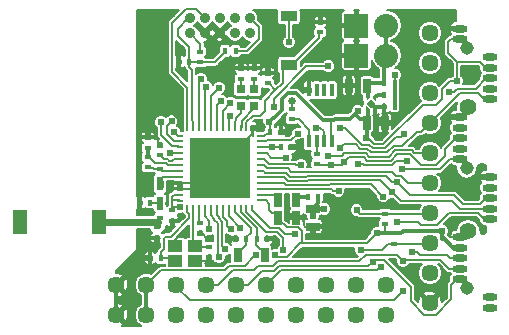
<source format=gbr>
G04 #@! TF.FileFunction,Copper,L1,Top,Signal*
%FSLAX46Y46*%
G04 Gerber Fmt 4.6, Leading zero omitted, Abs format (unit mm)*
G04 Created by KiCad (PCBNEW 0.201502161433+5424~21~ubuntu14.04.1-product) date Mon 16 Feb 2015 01:07:27 PM PST*
%MOMM*%
G01*
G04 APERTURE LIST*
%ADD10C,0.100000*%
%ADD11C,1.399540*%
%ADD12R,0.650000X1.300000*%
%ADD13R,1.250000X2.100000*%
%ADD14R,0.797560X0.797560*%
%ADD15R,2.032000X2.032000*%
%ADD16O,2.032000X2.032000*%
%ADD17C,1.450000*%
%ADD18R,0.400000X1.100000*%
%ADD19R,0.599440X0.248920*%
%ADD20R,0.248920X0.599440*%
%ADD21R,5.150000X5.150000*%
%ADD22R,0.635000X1.143000*%
%ADD23R,0.398780X0.599440*%
%ADD24R,0.599440X0.398780*%
%ADD25R,1.143000X0.635000*%
%ADD26C,0.889000*%
%ADD27R,1.400000X0.950000*%
%ADD28R,1.200000X1.000000*%
%ADD29C,1.145540*%
%ADD30R,0.300000X0.210000*%
%ADD31R,0.100000X0.430000*%
%ADD32O,1.270000X0.635000*%
%ADD33C,0.609600*%
%ADD34C,0.635000*%
%ADD35C,0.177800*%
%ADD36C,0.304800*%
%ADD37C,0.609600*%
%ADD38C,0.203200*%
G04 APERTURE END LIST*
D10*
D11*
X90868500Y-118364000D03*
D12*
X73692000Y-120396000D03*
X71342000Y-120396000D03*
D13*
X59636000Y-117602000D03*
X52886000Y-117602000D03*
D14*
X71628000Y-107810300D03*
X71628000Y-106311700D03*
X72771000Y-107810300D03*
X72771000Y-106311700D03*
D15*
X81407000Y-100965000D03*
D16*
X83947000Y-100965000D03*
D15*
X81407000Y-103505000D03*
D16*
X83947000Y-103505000D03*
D17*
X87630000Y-124460000D03*
X87630000Y-121920000D03*
X87630000Y-119380000D03*
X87630000Y-116840000D03*
X87630000Y-114300000D03*
X87630000Y-111760000D03*
X87630000Y-109220000D03*
X87630000Y-106680000D03*
X87630000Y-104140000D03*
X87630000Y-101600000D03*
D18*
X79334000Y-106435000D03*
X78684000Y-106435000D03*
X78034000Y-106435000D03*
X77384000Y-106435000D03*
X77384000Y-110735000D03*
X78034000Y-110735000D03*
X78684000Y-110735000D03*
X79334000Y-110735000D03*
D19*
X73248520Y-115778280D03*
X73248520Y-115277900D03*
X73248520Y-114777520D03*
X73248520Y-114277140D03*
X73248520Y-113779300D03*
X73248520Y-113278920D03*
X73248520Y-112778540D03*
X73248520Y-112278160D03*
X73248520Y-111777780D03*
X73248520Y-111277400D03*
X73248520Y-110777020D03*
X73248520Y-110279180D03*
X66451480Y-114282220D03*
X66451480Y-114780060D03*
X66451480Y-115280440D03*
X66451480Y-115780820D03*
D20*
X70599300Y-109628940D03*
X70100000Y-109630000D03*
X69601080Y-109628940D03*
X69100700Y-109628940D03*
X68600320Y-109628940D03*
X68099940Y-109628940D03*
X67599560Y-109628940D03*
X67099180Y-109628940D03*
X72598280Y-109628940D03*
X72097900Y-109628940D03*
X71597520Y-109628940D03*
X71099680Y-109628940D03*
D19*
X66451480Y-110281720D03*
X66448940Y-110782100D03*
X66448940Y-111279940D03*
X66448940Y-111780320D03*
X66448940Y-112280700D03*
X66448940Y-112781080D03*
X66448940Y-113281460D03*
X66448940Y-113781840D03*
D20*
X67099180Y-116428520D03*
X67599560Y-116428520D03*
X68099940Y-116428520D03*
X68597780Y-116428520D03*
X69098160Y-116428520D03*
X69598540Y-116428520D03*
X70098920Y-116428520D03*
X70599300Y-116428520D03*
X71099680Y-116428520D03*
X71600060Y-116428520D03*
X72097900Y-116428520D03*
X72598280Y-116428520D03*
D21*
X69850000Y-113030000D03*
D22*
X82296000Y-106045000D03*
X80772000Y-106045000D03*
D23*
X75887580Y-111252000D03*
X74988420Y-111252000D03*
D24*
X73914000Y-104960420D03*
X73914000Y-105859580D03*
X68961000Y-120591580D03*
X68961000Y-119692420D03*
D23*
X73855580Y-118999000D03*
X72956420Y-118999000D03*
D22*
X82296000Y-109220000D03*
X83820000Y-109220000D03*
D23*
X74998580Y-109982000D03*
X74099420Y-109982000D03*
X63939420Y-120650000D03*
X64838580Y-120650000D03*
X71178420Y-118999000D03*
X72077580Y-118999000D03*
D22*
X74803000Y-117221000D03*
X76327000Y-117221000D03*
D24*
X63750142Y-110428052D03*
X63750142Y-111327212D03*
X68199000Y-118559580D03*
X68199000Y-117660420D03*
X64770000Y-114739420D03*
X64770000Y-115638580D03*
D23*
X63050420Y-115951000D03*
X63949580Y-115951000D03*
D24*
X65836800Y-117518180D03*
X65836800Y-116619020D03*
D25*
X77724000Y-116459000D03*
X77724000Y-117983000D03*
D24*
X64516000Y-118940580D03*
X64516000Y-118041420D03*
X63750142Y-112978212D03*
X63750142Y-112079052D03*
X64770000Y-113987580D03*
X64770000Y-113088420D03*
D22*
X76327000Y-115697000D03*
X74803000Y-115697000D03*
D23*
X77274420Y-115443000D03*
X78173580Y-115443000D03*
D24*
X64770000Y-116390420D03*
X64770000Y-117289580D03*
D23*
X84650580Y-105791000D03*
X83751420Y-105791000D03*
X83751420Y-107823000D03*
X84650580Y-107823000D03*
D24*
X71628000Y-104579420D03*
X71628000Y-105478580D03*
X78359000Y-100642420D03*
X78359000Y-101541580D03*
D23*
X84650580Y-106807000D03*
X83751420Y-106807000D03*
D24*
X72771000Y-104579420D03*
X72771000Y-105478580D03*
D23*
X71188580Y-103124000D03*
X70289420Y-103124000D03*
D24*
X68199000Y-104081580D03*
X68199000Y-103182420D03*
D23*
X66352420Y-104013000D03*
X67251580Y-104013000D03*
D24*
X78105000Y-111818420D03*
X78105000Y-112717580D03*
X75946000Y-108907580D03*
X75946000Y-108008420D03*
X83820000Y-116898420D03*
X83820000Y-117797580D03*
X84582000Y-119448580D03*
X84582000Y-118549420D03*
X64770000Y-111056420D03*
X64770000Y-111955580D03*
D26*
X67310000Y-101600000D03*
X67310000Y-100330000D03*
X68580000Y-101600000D03*
X68580000Y-100330000D03*
X69850000Y-101600000D03*
X69850000Y-100330000D03*
X71120000Y-101600000D03*
X71120000Y-100330000D03*
X72390000Y-101600000D03*
X72390000Y-100330000D03*
D27*
X75692000Y-100160000D03*
X75692000Y-104310000D03*
D28*
X67779000Y-120919000D03*
X66079000Y-120919000D03*
X66079000Y-119619000D03*
X67779000Y-119619000D03*
D29*
X90741500Y-102870000D03*
D11*
X90868500Y-107823000D03*
D29*
X90741500Y-113030000D03*
X90741500Y-123190000D03*
D17*
X61087000Y-122936000D03*
X63627000Y-122936000D03*
X66167000Y-122936000D03*
X68707000Y-122936000D03*
X71247000Y-122936000D03*
X73787000Y-122936000D03*
X76327000Y-122936000D03*
X78867000Y-122936000D03*
X81407000Y-122936000D03*
X83947000Y-122936000D03*
X61087000Y-125476000D03*
X63627000Y-125476000D03*
X66167000Y-125476000D03*
X68707000Y-125476000D03*
X71247000Y-125476000D03*
X73787000Y-125476000D03*
X76327000Y-125476000D03*
X78867000Y-125476000D03*
X81407000Y-125476000D03*
X83947000Y-125476000D03*
D10*
G36*
X82202000Y-108124000D02*
X82202000Y-107694000D01*
X82402000Y-107894000D01*
X82402000Y-107924000D01*
X82202000Y-108124000D01*
X82202000Y-108124000D01*
G37*
G36*
X82302000Y-108224000D02*
X82302000Y-107794000D01*
X82502000Y-107994000D01*
X82502000Y-108024000D01*
X82302000Y-108224000D01*
X82302000Y-108224000D01*
G37*
D30*
X82352000Y-108119000D03*
D31*
X82252000Y-108009000D03*
X83102000Y-108009000D03*
D30*
X83002000Y-108119000D03*
D10*
G36*
X83052000Y-107794000D02*
X83052000Y-108224000D01*
X82852000Y-108024000D01*
X82852000Y-107994000D01*
X83052000Y-107794000D01*
X83052000Y-107794000D01*
G37*
G36*
X83052000Y-106914000D02*
X83052000Y-107344000D01*
X82852000Y-107144000D01*
X82852000Y-107114000D01*
X83052000Y-106914000D01*
X83052000Y-106914000D01*
G37*
D30*
X83002000Y-107019000D03*
D31*
X83102000Y-107129000D03*
X82252000Y-107129000D03*
D30*
X82352000Y-107019000D03*
D10*
G36*
X82302000Y-107344000D02*
X82302000Y-106914000D01*
X82502000Y-107114000D01*
X82502000Y-107144000D01*
X82302000Y-107344000D01*
X82302000Y-107344000D01*
G37*
G36*
X82677000Y-107910250D02*
X82335750Y-107569000D01*
X82677000Y-107227750D01*
X83018250Y-107569000D01*
X82677000Y-107910250D01*
X82677000Y-107910250D01*
G37*
D32*
X92710000Y-124841000D03*
X92710000Y-123952000D03*
X90170000Y-101219000D03*
X90170000Y-102108000D03*
X90170000Y-108712000D03*
X90170000Y-109601000D03*
X90170000Y-110490000D03*
X90170000Y-111379000D03*
X90170000Y-112268000D03*
X92710000Y-113792000D03*
X92710000Y-114681000D03*
X92710000Y-115570000D03*
X92710000Y-116459000D03*
X92710000Y-117348000D03*
X92710000Y-103632000D03*
X92710000Y-104521000D03*
X92710000Y-105410000D03*
X92710000Y-106299000D03*
X92710000Y-107188000D03*
X90170000Y-118872000D03*
X90170000Y-119761000D03*
X90170000Y-120650000D03*
X90170000Y-121539000D03*
X90170000Y-122428000D03*
D33*
X89027000Y-110109000D03*
X66332357Y-108542919D03*
X62992000Y-110871000D03*
X62992000Y-112522000D03*
X63119000Y-118491000D03*
X64003942Y-116733332D03*
X63119000Y-116713000D03*
X83312000Y-110363000D03*
X84875157Y-108604675D03*
X78801018Y-119976290D03*
X80772000Y-107061000D03*
X80016612Y-106172000D03*
X69088000Y-121081770D03*
X65592188Y-114550708D03*
X63068200Y-109753400D03*
X91663119Y-105059881D03*
X90714217Y-105727480D03*
X78867000Y-115697000D03*
X86487000Y-110998000D03*
X91440000Y-115443000D03*
X89925055Y-114741399D03*
X67691000Y-113411000D03*
X89535000Y-117729000D03*
X87757000Y-110490000D03*
X88900000Y-104521000D03*
X76835000Y-120218201D03*
X69215000Y-103378000D03*
X75692000Y-117094000D03*
X63119000Y-113919000D03*
X65786000Y-99949000D03*
X64389000Y-99949000D03*
X63119000Y-99949000D03*
X63119000Y-101473000D03*
X63119000Y-102870000D03*
X63119000Y-104394000D03*
X63119000Y-105791000D03*
X63119000Y-107188000D03*
X63119000Y-108585000D03*
X62103000Y-121158000D03*
X63119000Y-120015000D03*
X80772000Y-105029000D03*
X63119000Y-115062000D03*
X63754000Y-118872000D03*
X66675000Y-104902000D03*
X69850000Y-113030000D03*
X68072000Y-111125000D03*
X71755000Y-111125000D03*
X68072000Y-114808000D03*
X71628000Y-114808000D03*
X72771000Y-103886000D03*
X71628000Y-103886000D03*
X75692000Y-109728000D03*
X76584122Y-111248623D03*
X77419200Y-105130600D03*
X73253600Y-109397800D03*
X74599800Y-119202200D03*
X77749400Y-118694200D03*
X63754000Y-109753400D03*
X70586630Y-119126000D03*
X68961000Y-119010418D03*
X66557157Y-117084843D03*
X65519040Y-118203708D03*
X66802000Y-118618000D03*
X89025409Y-122050183D03*
X82207464Y-110478678D03*
X74543475Y-120399185D03*
X81534000Y-108204000D03*
X89916000Y-105664000D03*
X83185000Y-118491000D03*
X74041000Y-109093000D03*
X75692000Y-102362000D03*
X72884398Y-120399185D03*
X88646000Y-118364000D03*
X78689302Y-116509698D03*
X66478132Y-116301406D03*
X77724000Y-117094000D03*
X74295000Y-111252000D03*
X74396600Y-107848400D03*
X84709000Y-105156000D03*
X79019400Y-104419400D03*
X70685618Y-108660708D03*
X80389116Y-112539804D03*
X81773955Y-119976290D03*
X79242568Y-112761149D03*
X70746608Y-107517687D03*
D34*
X75946000Y-107327720D03*
D33*
X81419720Y-116586000D03*
X89231989Y-106594625D03*
X75438000Y-112140953D03*
X78994000Y-112014000D03*
X80014684Y-111328091D03*
X76708000Y-112776000D03*
X84874129Y-114243231D03*
X84455000Y-115062000D03*
X83693020Y-115443000D03*
X84836000Y-117602000D03*
X77978000Y-109601000D03*
X76454000Y-110109000D03*
X69980330Y-107336482D03*
X80010000Y-109601000D03*
X85344000Y-123444000D03*
X85471000Y-110109000D03*
X86106000Y-120142000D03*
X85657983Y-112442951D03*
X81534000Y-112699848D03*
X69772654Y-106238047D03*
X85344000Y-120904000D03*
X82804000Y-120954800D03*
X68673911Y-106179493D03*
X85234372Y-113106706D03*
X83467215Y-121379257D03*
X68249800Y-105486200D03*
X65946391Y-109942480D03*
X65759137Y-109082767D03*
X64873454Y-109147175D03*
X65665421Y-111745768D03*
X68964843Y-118223016D03*
X69786480Y-120556387D03*
X70298346Y-119890969D03*
X70785817Y-118206503D03*
X71562219Y-118075285D03*
X75225655Y-120005932D03*
X76179788Y-118630721D03*
X79898295Y-114970997D03*
D35*
X89255600Y-118262400D02*
X89230201Y-118237001D01*
X89230201Y-118237001D02*
X89230201Y-118033799D01*
X89230201Y-118033799D02*
X89535000Y-117729000D01*
X89255600Y-118770400D02*
X89255600Y-118262400D01*
X90170000Y-118872000D02*
X89357200Y-118872000D01*
X89357200Y-118872000D02*
X89255600Y-118770400D01*
X89458800Y-118618000D02*
X89458800Y-117805200D01*
X89458800Y-117805200D02*
X89535000Y-117729000D01*
D36*
X82677000Y-107569000D02*
X82931000Y-107823000D01*
X82931000Y-107823000D02*
X83751420Y-107823000D01*
D35*
X83002000Y-108119000D02*
X83002000Y-107810800D01*
X83624420Y-107696000D02*
X83751420Y-107823000D01*
X82677000Y-107569000D02*
X82865518Y-107569000D01*
X90170000Y-108712000D02*
X89281000Y-108712000D01*
X89281000Y-108712000D02*
X89027000Y-108966000D01*
X89027000Y-108966000D02*
X89027000Y-109677948D01*
X89027000Y-109677948D02*
X89027000Y-110109000D01*
X88722201Y-110413799D02*
X89027000Y-110109000D01*
X88646000Y-110490000D02*
X88722201Y-110413799D01*
X87757000Y-110490000D02*
X88646000Y-110490000D01*
X89662000Y-117856000D02*
X89535000Y-117729000D01*
X62992000Y-112522000D02*
X62992000Y-110871000D01*
X63568581Y-118940581D02*
X63119000Y-118491000D01*
X64770000Y-118940581D02*
X63568581Y-118940581D01*
X63050420Y-115951000D02*
X63050420Y-116644420D01*
X63050420Y-116644420D02*
X63119000Y-116713000D01*
X83820000Y-109220000D02*
X83693000Y-109220000D01*
X83693000Y-109220000D02*
X83693000Y-109982000D01*
X83693000Y-109982000D02*
X83312000Y-110363000D01*
X83820000Y-109220000D02*
X84315300Y-109220000D01*
X84875157Y-108660143D02*
X84875157Y-108604675D01*
X84315300Y-109220000D02*
X84875157Y-108660143D01*
X78559107Y-120218201D02*
X78801018Y-119976290D01*
X76835000Y-120218201D02*
X78559107Y-120218201D01*
X80772000Y-106045000D02*
X80772000Y-107061000D01*
X80143612Y-106045000D02*
X80016612Y-106172000D01*
X80772000Y-106045000D02*
X80143612Y-106045000D01*
X80016612Y-105740948D02*
X80016612Y-106172000D01*
X78858362Y-105029000D02*
X79304664Y-105029000D01*
X79304664Y-105029000D02*
X80016612Y-105740948D01*
X68925230Y-120919000D02*
X69088000Y-121081770D01*
X67779000Y-120919000D02*
X68925230Y-120919000D01*
X69074000Y-121081770D02*
X69088000Y-121081770D01*
X68961000Y-120591580D02*
X68961000Y-120968770D01*
X68961000Y-120968770D02*
X69074000Y-121081770D01*
X65860676Y-114282220D02*
X65592188Y-114550708D01*
X66451480Y-114282220D02*
X65860676Y-114282220D01*
X65821540Y-114780060D02*
X65592188Y-114550708D01*
X66451480Y-114780060D02*
X65821540Y-114780060D01*
X63119000Y-109702600D02*
X63068200Y-109753400D01*
X63119000Y-108585000D02*
X63119000Y-109702600D01*
X64770000Y-111056420D02*
X64592200Y-110878620D01*
X64592200Y-110878620D02*
X64592200Y-110490000D01*
X64592200Y-110490000D02*
X64530252Y-110428052D01*
X64530252Y-110428052D02*
X63750142Y-110428052D01*
X90995520Y-105727480D02*
X90714217Y-105727480D01*
X91663119Y-105059881D02*
X90995520Y-105727480D01*
X77724000Y-117983000D02*
X77089000Y-117983000D01*
X77089000Y-117983000D02*
X76962000Y-117856000D01*
X76962000Y-117856000D02*
X76962000Y-117221000D01*
X76962000Y-117221000D02*
X76327000Y-117221000D01*
X79560420Y-100642420D02*
X79883000Y-100965000D01*
X79883000Y-100965000D02*
X81407000Y-100965000D01*
X78359000Y-100642420D02*
X79560420Y-100642420D01*
X79502000Y-116979700D02*
X79502000Y-116332000D01*
X79502000Y-116332000D02*
X78867000Y-115697000D01*
X78498700Y-117983000D02*
X79502000Y-116979700D01*
X77724000Y-117983000D02*
X78498700Y-117983000D01*
X86995000Y-110490000D02*
X86487000Y-110998000D01*
X87757000Y-110490000D02*
X86995000Y-110490000D01*
X89925055Y-114741399D02*
X90626656Y-115443000D01*
X90626656Y-115443000D02*
X91440000Y-115443000D01*
X68072000Y-111125000D02*
X67945000Y-111125000D01*
X65878580Y-119819420D02*
X66079000Y-119619000D01*
X69850000Y-101600000D02*
X69469000Y-101981000D01*
X69469000Y-101981000D02*
X69469000Y-103124000D01*
X69469000Y-103124000D02*
X69215000Y-103378000D01*
X88900000Y-104521000D02*
X88900000Y-104107909D01*
X88900000Y-104107909D02*
X88696790Y-103904699D01*
X88696790Y-103904699D02*
X88696790Y-101854010D01*
X88696790Y-101854010D02*
X89331800Y-101219000D01*
X89331800Y-101219000D02*
X90170000Y-101219000D01*
X78858362Y-105029000D02*
X78871063Y-105041701D01*
X78871063Y-105041701D02*
X80346208Y-105041701D01*
X80346208Y-105041701D02*
X80358909Y-105029000D01*
X80358909Y-105029000D02*
X80772000Y-105029000D01*
D36*
X75692000Y-117208300D02*
X75692000Y-117094000D01*
X75704700Y-117221000D02*
X75692000Y-117208300D01*
X76327000Y-117221000D02*
X75704700Y-117221000D01*
D35*
X62712600Y-121158000D02*
X62377743Y-121492857D01*
X62377743Y-121492857D02*
X61087000Y-122783600D01*
X62103000Y-121158000D02*
X62395099Y-121450099D01*
X62395099Y-121450099D02*
X62395099Y-121475501D01*
X62395099Y-121475501D02*
X62377743Y-121492857D01*
X61087000Y-122783600D02*
X61087000Y-122936000D01*
X63119000Y-115062000D02*
X63119000Y-113919000D01*
X64389000Y-99949000D02*
X65786000Y-99949000D01*
X63119000Y-101473000D02*
X63119000Y-99949000D01*
X63119000Y-104394000D02*
X63119000Y-102870000D01*
X63119000Y-107188000D02*
X63119000Y-105791000D01*
X63119000Y-120015000D02*
X63119000Y-120142000D01*
X63119000Y-120142000D02*
X62103000Y-121158000D01*
X72598280Y-109628940D02*
X72598280Y-110154720D01*
X72598280Y-110154720D02*
X69850000Y-112903000D01*
X69850000Y-112903000D02*
X69850000Y-113030000D01*
X80772000Y-106045000D02*
X80772000Y-105029000D01*
X63050420Y-115951000D02*
X63050420Y-115130580D01*
X63050420Y-115130580D02*
X63119000Y-115062000D01*
X66451480Y-114780060D02*
X68099940Y-114780060D01*
X68099940Y-114780060D02*
X69850000Y-113030000D01*
X66352420Y-104013000D02*
X66352420Y-104579420D01*
X66352420Y-104579420D02*
X66675000Y-104902000D01*
D36*
X83751420Y-107823000D02*
X83751420Y-109151420D01*
X83751420Y-109151420D02*
X83820000Y-109220000D01*
X83002000Y-108119000D02*
X83002000Y-108528800D01*
X83002000Y-108528800D02*
X83312200Y-108839000D01*
X83693000Y-109093000D02*
X83820000Y-109220000D01*
X83312200Y-108839000D02*
X83693000Y-108839000D01*
X83693000Y-108839000D02*
X83693000Y-109093000D01*
X82677000Y-107651447D02*
X82677000Y-107569000D01*
X83002000Y-107894000D02*
X82677000Y-107569000D01*
X83002000Y-108119000D02*
X83002000Y-107894000D01*
D35*
X69596000Y-113284000D02*
X69850000Y-113030000D01*
X68707000Y-113284000D02*
X69596000Y-113284000D01*
X68199000Y-113792000D02*
X68707000Y-113284000D01*
X68199000Y-114282220D02*
X68199000Y-113792000D01*
X66451480Y-114282220D02*
X68199000Y-114282220D01*
X69850000Y-113030000D02*
X71755000Y-111125000D01*
X71755000Y-111125000D02*
X68072000Y-111125000D01*
X68072000Y-114808000D02*
X71628000Y-114808000D01*
X69850000Y-113030000D02*
X71628000Y-114808000D01*
X71628000Y-114394909D02*
X71628000Y-114808000D01*
X71882000Y-113030000D02*
X71628000Y-113284000D01*
X71628000Y-113284000D02*
X71628000Y-114394909D01*
X72771000Y-104579420D02*
X72771000Y-103886000D01*
X71628000Y-104579420D02*
X71628000Y-103886000D01*
X75438000Y-109982000D02*
X75692000Y-109728000D01*
X74998580Y-109982000D02*
X75438000Y-109982000D01*
X75887580Y-111252000D02*
X76580745Y-111252000D01*
X81407000Y-100965000D02*
X81407000Y-103505000D01*
D36*
X61087000Y-122936000D02*
X61087000Y-125476000D01*
D35*
X73787000Y-103886000D02*
X72771000Y-103886000D01*
X73914000Y-104013000D02*
X73787000Y-103886000D01*
X73914000Y-104960420D02*
X73914000Y-104013000D01*
X65836800Y-117732931D02*
X65786000Y-117783731D01*
X65836800Y-117518180D02*
X65836800Y-117732931D01*
X77384000Y-105165800D02*
X77419200Y-105130600D01*
X78858362Y-105029000D02*
X78756762Y-105130600D01*
X77384000Y-106435000D02*
X77384000Y-105165800D01*
X78756762Y-105130600D02*
X77419200Y-105130600D01*
X72598280Y-109628940D02*
X73022460Y-109628940D01*
X73022460Y-109628940D02*
X73253600Y-109397800D01*
X73855580Y-118999000D02*
X74396600Y-118999000D01*
X74396600Y-118999000D02*
X74599800Y-119202200D01*
D36*
X77749400Y-118643400D02*
X77749400Y-118694200D01*
X77724000Y-117983000D02*
X77724000Y-118618000D01*
X77724000Y-118618000D02*
X77749400Y-118643400D01*
D35*
X63750142Y-109757258D02*
X63754000Y-109753400D01*
X63750142Y-110428052D02*
X63750142Y-109757258D01*
X70713630Y-118999000D02*
X70586630Y-119126000D01*
X68750168Y-119010418D02*
X68961000Y-119010418D01*
X68199000Y-118559580D02*
X68299330Y-118559580D01*
X71178420Y-118999000D02*
X70713630Y-118999000D01*
X68299330Y-118559580D02*
X68750168Y-119010418D01*
X65858269Y-117783731D02*
X66557157Y-117084843D01*
X65786000Y-117783731D02*
X65858269Y-117783731D01*
X65786000Y-117783731D02*
X65823839Y-117821570D01*
X65823839Y-117898909D02*
X65519040Y-118203708D01*
X65823839Y-117821570D02*
X65823839Y-117898909D01*
X66548000Y-118618000D02*
X66802000Y-118618000D01*
X66079000Y-119087000D02*
X66548000Y-118618000D01*
X66079000Y-119619000D02*
X66079000Y-119087000D01*
X87630000Y-124460000D02*
X89025409Y-123064591D01*
X89025409Y-123064591D02*
X89025409Y-122481235D01*
X89025409Y-122481235D02*
X89025409Y-122050183D01*
X65878580Y-120718580D02*
X66079000Y-120919000D01*
X66079000Y-120919000D02*
X66279000Y-120919000D01*
X65810000Y-120650000D02*
X66079000Y-120919000D01*
X64838580Y-120650000D02*
X65810000Y-120650000D01*
X67099180Y-116781044D02*
X67099180Y-116428520D01*
X67228781Y-117302219D02*
X67228781Y-116910645D01*
X65678701Y-118852299D02*
X67228781Y-117302219D01*
X65265639Y-118852299D02*
X65678701Y-118852299D01*
X65151000Y-119860060D02*
X65151000Y-118966938D01*
X64838580Y-120650000D02*
X64838580Y-120172480D01*
X67228781Y-116910645D02*
X67099180Y-116781044D01*
X65151000Y-118966938D02*
X65265639Y-118852299D01*
X64838580Y-120172480D02*
X65151000Y-119860060D01*
X68961000Y-119692420D02*
X67852420Y-119692420D01*
X67852420Y-119692420D02*
X67779000Y-119619000D01*
X67599560Y-116428520D02*
X67599560Y-119439560D01*
X67599560Y-119439560D02*
X67779000Y-119619000D01*
X92710000Y-104521000D02*
X92392500Y-104521000D01*
X92392500Y-104521000D02*
X91897200Y-104025700D01*
X91897200Y-104025700D02*
X89916000Y-104025700D01*
X89916000Y-104025700D02*
X89916000Y-104521000D01*
X89916000Y-104521000D02*
X89916000Y-104013000D01*
X89154000Y-103251000D02*
X89154000Y-102362000D01*
X89916000Y-104013000D02*
X89154000Y-103251000D01*
X89154000Y-102362000D02*
X89408000Y-102108000D01*
X89408000Y-102108000D02*
X90170000Y-102108000D01*
X82930999Y-110997999D02*
X82296000Y-110363000D01*
X88621701Y-106371253D02*
X88621701Y-107156017D01*
X88106017Y-107671701D02*
X87024391Y-107671701D01*
X83698093Y-110997999D02*
X82930999Y-110997999D01*
X89328954Y-105664000D02*
X88621701Y-106371253D01*
X88621701Y-107156017D02*
X88106017Y-107671701D01*
X87024391Y-107671701D02*
X83698093Y-110997999D01*
X89916000Y-105664000D02*
X89328954Y-105664000D01*
D36*
X82296000Y-110363000D02*
X82207464Y-110451536D01*
X82207464Y-110451536D02*
X82207464Y-110478678D01*
X82296000Y-109220000D02*
X82296000Y-110363000D01*
D35*
X76672639Y-119404770D02*
X75499976Y-120577433D01*
X76672639Y-119404770D02*
X82271230Y-119404770D01*
X76771499Y-119305910D02*
X76672639Y-119404770D01*
X82271230Y-119404770D02*
X83185000Y-118491000D01*
X75499976Y-120577433D02*
X74721723Y-120577433D01*
X76487023Y-118059201D02*
X76771499Y-118343677D01*
X74721723Y-120577433D02*
X74543475Y-120399185D01*
X74803000Y-117348000D02*
X75514201Y-118059201D01*
X75514201Y-118059201D02*
X76487023Y-118059201D01*
X76771499Y-118343677D02*
X76771499Y-119305910D01*
D36*
X76263500Y-106680000D02*
X75628500Y-106680000D01*
X78549500Y-108966000D02*
X76263500Y-106680000D01*
X74447401Y-108788201D02*
X74345799Y-108788201D01*
X75082401Y-108153201D02*
X74447401Y-108788201D01*
X75082401Y-107226099D02*
X75082401Y-108153201D01*
X74345799Y-108788201D02*
X74041000Y-109093000D01*
X75628500Y-106680000D02*
X75082401Y-107226099D01*
X79334000Y-108966000D02*
X78549500Y-108966000D01*
D35*
X79222559Y-110623559D02*
X79222559Y-109067559D01*
X79324200Y-110725200D02*
X79222559Y-110623559D01*
X79222559Y-109067559D02*
X79121000Y-108966000D01*
D36*
X80899000Y-108839000D02*
X81312156Y-108425844D01*
X82169000Y-109093000D02*
X82169000Y-108839000D01*
X81312156Y-108425844D02*
X81534000Y-108204000D01*
X81324792Y-108425844D02*
X81312156Y-108425844D01*
X82296000Y-109220000D02*
X82169000Y-109093000D01*
X82169000Y-108839000D02*
X81737948Y-108839000D01*
X81737948Y-108839000D02*
X81324792Y-108425844D01*
X79334000Y-108966000D02*
X79511635Y-108966000D01*
X79511635Y-108966000D02*
X79638635Y-108839000D01*
X79638635Y-108839000D02*
X80899000Y-108839000D01*
X79334000Y-110735000D02*
X79324200Y-110725200D01*
X79121000Y-108966000D02*
X79334000Y-108966000D01*
X74803000Y-117221000D02*
X74803000Y-117348000D01*
D35*
X74099420Y-109982000D02*
X74099420Y-109151420D01*
X74099420Y-109151420D02*
X74041000Y-109093000D01*
X73248520Y-110279180D02*
X73616820Y-110279180D01*
X73616820Y-110279180D02*
X73787000Y-110109000D01*
X73972420Y-110109000D02*
X74099420Y-109982000D01*
X73787000Y-110109000D02*
X73972420Y-110109000D01*
D36*
X82352000Y-108119000D02*
X82352000Y-109164000D01*
X82352000Y-109164000D02*
X82296000Y-109220000D01*
D35*
X68199000Y-102489000D02*
X67310000Y-101600000D01*
X68199000Y-103182420D02*
X68199000Y-102489000D01*
D36*
X63627000Y-122936000D02*
X63627000Y-125476000D01*
D35*
X84523580Y-118491000D02*
X84582000Y-118549420D01*
X75692000Y-100160000D02*
X75692000Y-102362000D01*
X74676000Y-117094000D02*
X74803000Y-117221000D01*
X74676000Y-116840000D02*
X74676000Y-117094000D01*
X74295000Y-116840000D02*
X74676000Y-116840000D01*
X74015600Y-116560600D02*
X74295000Y-116840000D01*
X74015600Y-116052600D02*
X74015600Y-116560600D01*
X73741280Y-115778280D02*
X74015600Y-116052600D01*
X73248520Y-115778280D02*
X73741280Y-115778280D01*
X89916000Y-104521000D02*
X89916000Y-105664000D01*
X72881213Y-120396000D02*
X72884398Y-120399185D01*
X71944608Y-121335780D02*
X72771000Y-120509388D01*
X72771000Y-120509388D02*
X72771000Y-120396000D01*
X70647294Y-121335780D02*
X71944608Y-121335780D01*
X70291684Y-121691390D02*
X70647294Y-121335780D01*
X72771000Y-120396000D02*
X72881213Y-120396000D01*
X64871610Y-121691390D02*
X70291684Y-121691390D01*
X63627000Y-122936000D02*
X64871610Y-121691390D01*
D36*
X88175747Y-118324799D02*
X88214948Y-118364000D01*
X85186520Y-118549420D02*
X85411141Y-118324799D01*
X84582000Y-118549420D02*
X85186520Y-118549420D01*
X88214948Y-118364000D02*
X88646000Y-118364000D01*
X89611948Y-119761000D02*
X88646000Y-118795052D01*
X88646000Y-118999000D02*
X88646000Y-118364000D01*
X88646000Y-118795052D02*
X88646000Y-118364000D01*
X90170000Y-119761000D02*
X89611948Y-119761000D01*
X85411141Y-118324799D02*
X88175747Y-118324799D01*
X85371940Y-118364000D02*
X85411141Y-118324799D01*
D35*
X83850080Y-118204850D02*
X83850080Y-118491000D01*
X83820000Y-118174770D02*
X83850080Y-118204850D01*
X83820000Y-117797580D02*
X83820000Y-118174770D01*
D36*
X83850080Y-118491000D02*
X83185000Y-118491000D01*
X84523580Y-118491000D02*
X83850080Y-118491000D01*
D35*
X68099940Y-117561360D02*
X68199000Y-117660420D01*
X68099940Y-116428520D02*
X68099940Y-117561360D01*
X66451480Y-115280440D02*
X65948560Y-115280440D01*
X65948560Y-115280440D02*
X65786000Y-115443000D01*
X65786000Y-115443000D02*
X65786000Y-115983375D01*
X66451480Y-115780820D02*
X66443860Y-115773200D01*
X66443860Y-115773200D02*
X65786000Y-115773200D01*
X65786000Y-115773200D02*
X65786000Y-115983375D01*
D36*
X77774698Y-116509698D02*
X77724000Y-116459000D01*
X78689302Y-116509698D02*
X77774698Y-116509698D01*
X78173580Y-116009420D02*
X77724000Y-116459000D01*
X78173580Y-115443000D02*
X78173580Y-116009420D01*
D35*
X65836800Y-116451232D02*
X65786000Y-116400432D01*
X65836800Y-116619020D02*
X65836800Y-116451232D01*
X65786000Y-115983375D02*
X65786000Y-116400432D01*
X65885026Y-116301406D02*
X66478132Y-116301406D01*
X65786000Y-116400432D02*
X65885026Y-116301406D01*
D36*
X77724000Y-116459000D02*
X77724000Y-117094000D01*
D35*
X65081139Y-112266719D02*
X64770000Y-111955580D01*
X65584050Y-112420390D02*
X65430379Y-112266719D01*
X65430379Y-112266719D02*
X65081139Y-112266719D01*
X65945229Y-112280700D02*
X65805539Y-112420390D01*
X66448940Y-112280700D02*
X65945229Y-112280700D01*
X65805539Y-112420390D02*
X65584050Y-112420390D01*
X71099680Y-116766924D02*
X72454770Y-118122014D01*
X72454770Y-118122014D02*
X72454770Y-118521480D01*
X72454770Y-118521480D02*
X72077580Y-118898670D01*
X72077580Y-118898670D02*
X72077580Y-118999000D01*
X71099680Y-116428520D02*
X71099680Y-116766924D01*
X71342000Y-120396000D02*
X71374000Y-120364000D01*
X71374000Y-120364000D02*
X71374000Y-119888000D01*
X71374000Y-119888000D02*
X71755000Y-119888000D01*
X71755000Y-119888000D02*
X72077580Y-119565420D01*
X72077580Y-119565420D02*
X72077580Y-118999000D01*
X71600060Y-116764396D02*
X72956420Y-118120756D01*
X71600060Y-116428520D02*
X71600060Y-116764396D01*
X72956420Y-118120756D02*
X72956420Y-118999000D01*
X73692000Y-120396000D02*
X73533000Y-120237000D01*
X73533000Y-119888000D02*
X73279000Y-119888000D01*
X73533000Y-120237000D02*
X73533000Y-119888000D01*
X73279000Y-119888000D02*
X72898000Y-119507000D01*
X72898000Y-119507000D02*
X72898000Y-119057420D01*
X72898000Y-119057420D02*
X72956420Y-118999000D01*
D36*
X82352000Y-107019000D02*
X82352000Y-106101000D01*
X82352000Y-106101000D02*
X82296000Y-106045000D01*
X83751420Y-105791000D02*
X82550000Y-105791000D01*
X82550000Y-105791000D02*
X82296000Y-106045000D01*
X83751420Y-105791000D02*
X83751420Y-103700580D01*
X83751420Y-103700580D02*
X83947000Y-103505000D01*
X83947000Y-100965000D02*
X83947000Y-103505000D01*
D35*
X74269600Y-111277400D02*
X74295000Y-111252000D01*
X74988420Y-111252000D02*
X74295000Y-111252000D01*
X73248520Y-111277400D02*
X74269600Y-111277400D01*
X79019400Y-104419400D02*
X77181962Y-104419400D01*
X74396600Y-107204762D02*
X74396600Y-107848400D01*
X77181962Y-104419400D02*
X74396600Y-107204762D01*
X84650580Y-105791000D02*
X84650580Y-105214420D01*
X84650580Y-105214420D02*
X84709000Y-105156000D01*
D36*
X84650580Y-105791000D02*
X84650580Y-107823000D01*
X84650580Y-105791000D02*
X84650580Y-106807000D01*
D35*
X72097900Y-109628940D02*
X72097900Y-109126020D01*
X73660000Y-108204000D02*
X73660000Y-107315000D01*
X72097900Y-109126020D02*
X72638920Y-108585000D01*
X72638920Y-108585000D02*
X73279000Y-108585000D01*
X73279000Y-108585000D02*
X73660000Y-108204000D01*
X73660000Y-107315000D02*
X74554303Y-106420697D01*
X75467000Y-104310000D02*
X75692000Y-104310000D01*
X75184000Y-104593000D02*
X75467000Y-104310000D01*
X75184000Y-105791000D02*
X75184000Y-104593000D01*
X73914000Y-105859580D02*
X74014330Y-105859580D01*
X74554303Y-106420697D02*
X75184000Y-105791000D01*
X74554303Y-106399553D02*
X74554303Y-106420697D01*
X74014330Y-105859580D02*
X74554303Y-106399553D01*
X75917000Y-104310000D02*
X75692000Y-104310000D01*
X78232000Y-101995000D02*
X75917000Y-104310000D01*
X78232000Y-101668580D02*
X78232000Y-101995000D01*
X78359000Y-101541580D02*
X78232000Y-101668580D01*
X71628000Y-108386880D02*
X71628000Y-107810300D01*
X71099680Y-109628940D02*
X71099680Y-109113320D01*
X71099680Y-109113320D02*
X71247000Y-108966000D01*
X71247000Y-108966000D02*
X71247000Y-108767880D01*
X71247000Y-108767880D02*
X71628000Y-108386880D01*
X71691511Y-109024411D02*
X71691511Y-109534949D01*
X71691511Y-109534949D02*
X71597520Y-109628940D01*
X72771000Y-107944922D02*
X71691511Y-109024411D01*
X72771000Y-107810300D02*
X72771000Y-107944922D01*
X68580000Y-100330000D02*
X67818000Y-99568000D01*
X67818000Y-99568000D02*
X66976397Y-99568000D01*
X66976397Y-99568000D02*
X65786000Y-100758397D01*
X65786000Y-100758397D02*
X65786000Y-104902000D01*
X65786000Y-104902000D02*
X67099180Y-106215180D01*
X67099180Y-106215180D02*
X67099180Y-109628940D01*
X71188580Y-103124000D02*
X72136000Y-103124000D01*
X72136000Y-103124000D02*
X73152000Y-102108000D01*
X73152000Y-102108000D02*
X73152000Y-101092000D01*
X73152000Y-101092000D02*
X72390000Y-100330000D01*
X70599300Y-108747026D02*
X70685618Y-108660708D01*
X70599300Y-109628940D02*
X70599300Y-108747026D01*
X90170000Y-110490000D02*
X89852500Y-110490000D01*
X80800590Y-112128330D02*
X80389116Y-112539804D01*
X89852500Y-110490000D02*
X88900000Y-111442500D01*
X84848126Y-111871450D02*
X84299140Y-112420436D01*
X82049698Y-112128330D02*
X80800590Y-112128330D01*
X82341804Y-112420436D02*
X82049698Y-112128330D01*
X84299140Y-112420436D02*
X82341804Y-112420436D01*
X86836854Y-112776000D02*
X85932304Y-111871450D01*
X88900000Y-112014000D02*
X88138000Y-112776000D01*
X88900000Y-111442500D02*
X88900000Y-112014000D01*
X85932304Y-111871450D02*
X84848126Y-111871450D01*
X88138000Y-112776000D02*
X86836854Y-112776000D01*
X80167771Y-112761149D02*
X80389116Y-112539804D01*
X79242568Y-112761149D02*
X80167771Y-112761149D01*
X83576770Y-119976290D02*
X81773955Y-119976290D01*
X84104480Y-119448580D02*
X83576770Y-119976290D01*
X84582000Y-119448580D02*
X84104480Y-119448580D01*
X79242568Y-112761149D02*
X78148569Y-112761149D01*
X78148569Y-112761149D02*
X78105000Y-112717580D01*
X87561420Y-119448580D02*
X87630000Y-119380000D01*
X84582000Y-119448580D02*
X87561420Y-119448580D01*
X70100000Y-108164295D02*
X70746608Y-107517687D01*
X70100000Y-109630000D02*
X70100000Y-108164295D01*
X75946000Y-108008420D02*
X75946000Y-107327720D01*
X87571580Y-116898420D02*
X87630000Y-116840000D01*
X84582000Y-116898420D02*
X87571580Y-116898420D01*
X84582000Y-116898420D02*
X84481670Y-116898420D01*
X81732140Y-116898420D02*
X83820000Y-116898420D01*
X81419720Y-116586000D02*
X81732140Y-116898420D01*
X84297520Y-116898420D02*
X84582000Y-116898420D01*
X83820000Y-116898420D02*
X84297520Y-116898420D01*
X76936630Y-113385630D02*
X76989610Y-113332650D01*
X85776720Y-114300000D02*
X87630000Y-114300000D01*
X85148450Y-113671730D02*
X85776720Y-114300000D01*
X84769204Y-113671730D02*
X85148450Y-113671730D01*
X84430124Y-113332650D02*
X84769204Y-113671730D01*
X75905354Y-113385630D02*
X76936630Y-113385630D01*
X73248520Y-112778540D02*
X73550760Y-112778540D01*
X73840301Y-113068081D02*
X75587806Y-113068082D01*
X76989610Y-113332650D02*
X84430124Y-113332650D01*
X75587806Y-113068082D02*
X75905354Y-113385630D01*
X73550760Y-112778540D02*
X73840301Y-113068081D01*
X92710000Y-105410000D02*
X92392500Y-105410000D01*
X89958685Y-106298981D02*
X89663041Y-106594625D01*
X91503519Y-106298981D02*
X89958685Y-106298981D01*
X89663041Y-106594625D02*
X89231989Y-106594625D01*
X92392500Y-105410000D02*
X91503519Y-106298981D01*
X80171190Y-111979810D02*
X80378280Y-111772720D01*
X87630000Y-111760000D02*
X86323762Y-111760000D01*
X86323762Y-111760000D02*
X86079602Y-111515840D01*
X82489102Y-112064826D02*
X82196996Y-111772720D01*
X86079602Y-111515840D02*
X84700828Y-111515840D01*
X84700828Y-111515840D02*
X84151842Y-112064826D01*
X84151842Y-112064826D02*
X82489102Y-112064826D01*
X82196996Y-111772720D02*
X80378280Y-111772720D01*
X79425052Y-112014000D02*
X78994000Y-112014000D01*
X79459242Y-111979810D02*
X79425052Y-112014000D01*
X80171190Y-111979810D02*
X79459242Y-111979810D01*
X73248520Y-111777780D02*
X73804780Y-111777780D01*
X73804780Y-111777780D02*
X74168000Y-112141000D01*
X74168000Y-112141000D02*
X75006948Y-112141000D01*
X75006995Y-112140953D02*
X75438000Y-112140953D01*
X75006948Y-112141000D02*
X75006995Y-112140953D01*
X80319483Y-111023292D02*
X80014684Y-111328091D01*
X81353562Y-111023292D02*
X80319483Y-111023292D01*
X87630000Y-109220000D02*
X86905001Y-109944999D01*
X82344294Y-111417110D02*
X81747380Y-111417110D01*
X82636400Y-111709216D02*
X82344294Y-111417110D01*
X84553528Y-111160232D02*
X84004544Y-111709216D01*
X86905001Y-109944999D02*
X86524001Y-109944999D01*
X86524001Y-109944999D02*
X85308768Y-111160232D01*
X81747380Y-111417110D02*
X81353562Y-111023292D01*
X84004544Y-111709216D02*
X82636400Y-111709216D01*
X85308768Y-111160232D02*
X84553528Y-111160232D01*
X76276948Y-112776000D02*
X76708000Y-112776000D01*
X76213420Y-112712472D02*
X76276948Y-112776000D01*
X73995264Y-112712472D02*
X76213420Y-112712472D01*
X73560952Y-112278160D02*
X73995264Y-112712472D01*
X73248520Y-112278160D02*
X73560952Y-112278160D01*
X90170000Y-106680000D02*
X87630000Y-109220000D01*
X91694000Y-106680000D02*
X90170000Y-106680000D01*
X92202000Y-107188000D02*
X91694000Y-106680000D01*
X92710000Y-107188000D02*
X92202000Y-107188000D01*
X75440507Y-113423691D02*
X75783423Y-113766607D01*
X84443077Y-114243231D02*
X84874129Y-114243231D01*
X73693002Y-113423690D02*
X75440507Y-113423691D01*
X73548232Y-113278920D02*
X73693002Y-113423690D01*
X73248520Y-113278920D02*
X73548232Y-113278920D01*
X83888106Y-113688260D02*
X84443077Y-114243231D01*
X77109301Y-113766607D02*
X77187648Y-113688260D01*
X77187648Y-113688260D02*
X83888106Y-113688260D01*
X75783423Y-113766607D02*
X77109301Y-113766607D01*
X85946898Y-115316000D02*
X84874129Y-114243231D01*
X90456364Y-116110364D02*
X89662000Y-115316000D01*
X91852136Y-116110364D02*
X90456364Y-116110364D01*
X92392500Y-115570000D02*
X91852136Y-116110364D01*
X89662000Y-115316000D02*
X85946898Y-115316000D01*
X92710000Y-115570000D02*
X92392500Y-115570000D01*
X75636125Y-114122217D02*
X77256599Y-114122217D01*
X73248520Y-113779300D02*
X75293208Y-113779300D01*
X83436870Y-114043870D02*
X84455000Y-115062000D01*
X75293208Y-113779300D02*
X75636125Y-114122217D01*
X77256599Y-114122217D02*
X77334946Y-114043870D01*
X77334946Y-114043870D02*
X83436870Y-114043870D01*
X85217000Y-115824000D02*
X84455000Y-115062000D01*
X92710000Y-116459000D02*
X92703026Y-116465974D01*
X90176974Y-116465974D02*
X89535000Y-115824000D01*
X92703026Y-116465974D02*
X90176974Y-116465974D01*
X89535000Y-115824000D02*
X85217000Y-115824000D01*
X73271380Y-114300000D02*
X75311000Y-114300000D01*
X79153612Y-114399480D02*
X82649500Y-114399480D01*
X73248520Y-114277140D02*
X73271380Y-114300000D01*
X75311000Y-114300000D02*
X75488827Y-114477827D01*
X75488827Y-114477827D02*
X79075265Y-114477827D01*
X79075265Y-114477827D02*
X79153612Y-114399480D01*
X82649500Y-114399480D02*
X83693020Y-115443000D01*
X86908570Y-117868700D02*
X86641870Y-117602000D01*
X88252300Y-117868700D02*
X86908570Y-117868700D01*
X89281000Y-116840000D02*
X88252300Y-117868700D01*
X86641870Y-117602000D02*
X84836000Y-117602000D01*
X91694000Y-116840000D02*
X89281000Y-116840000D01*
X92202000Y-117348000D02*
X91694000Y-116840000D01*
X92710000Y-117348000D02*
X92202000Y-117348000D01*
D36*
X76581000Y-115443000D02*
X76327000Y-115697000D01*
X77274420Y-115443000D02*
X76581000Y-115443000D01*
D35*
X74803000Y-115570000D02*
X74803000Y-115697000D01*
X74510900Y-115277900D02*
X74803000Y-115570000D01*
X73248520Y-115277900D02*
X74510900Y-115277900D01*
D36*
X83751420Y-106807000D02*
X83214000Y-106807000D01*
X83214000Y-106807000D02*
X83002000Y-107019000D01*
D35*
X73248520Y-110777020D02*
X73726040Y-110777020D01*
X75882501Y-110680499D02*
X76454000Y-110109000D01*
X73726040Y-110777020D02*
X73822561Y-110680499D01*
X73822561Y-110680499D02*
X75882501Y-110680499D01*
X77978000Y-109601000D02*
X78359000Y-109601000D01*
X78359000Y-109601000D02*
X78684000Y-109926000D01*
X78684000Y-109926000D02*
X78684000Y-110735000D01*
X77384000Y-109769000D02*
X77384000Y-110735000D01*
X76522580Y-108907580D02*
X77384000Y-109769000D01*
X75946000Y-108907580D02*
X76522580Y-108907580D01*
X78105000Y-111818420D02*
X78105000Y-110806000D01*
X78105000Y-110806000D02*
X78034000Y-110735000D01*
D37*
X59636000Y-117602000D02*
X64643000Y-117602000D01*
D35*
X64643000Y-117602000D02*
X64770000Y-117475000D01*
X64770000Y-117475000D02*
X64770000Y-117707278D01*
X64770000Y-117289580D02*
X64770000Y-117707278D01*
X64770000Y-117707278D02*
X64770000Y-118041421D01*
X65532000Y-112776000D02*
X65436752Y-112776000D01*
X66448940Y-112781080D02*
X65537080Y-112781080D01*
X65537080Y-112781080D02*
X65532000Y-112776000D01*
X64393749Y-112622329D02*
X63850472Y-112079052D01*
X65283081Y-112622329D02*
X64393749Y-112622329D01*
X65436752Y-112776000D02*
X65283081Y-112622329D01*
X63850472Y-112079052D02*
X63750142Y-112079052D01*
D36*
X63750142Y-111327212D02*
X63750142Y-112079052D01*
D35*
X66448940Y-113781840D02*
X64975740Y-113781840D01*
X64975740Y-113781840D02*
X64770000Y-113987580D01*
X64770000Y-113987580D02*
X64770000Y-114198400D01*
X64871561Y-114637859D02*
X64770000Y-114739420D01*
X64871561Y-114325361D02*
X64871561Y-114637859D01*
D37*
X64770000Y-114528600D02*
X64770000Y-114223800D01*
D35*
X64770000Y-114528600D02*
X64770000Y-114739420D01*
X64770000Y-115638580D02*
X64770000Y-116039436D01*
X64770000Y-116039436D02*
X64770000Y-116390420D01*
X63949580Y-115951000D02*
X64758570Y-115951000D01*
X64758570Y-115951000D02*
X64770000Y-115962430D01*
X64770000Y-115962430D02*
X64770000Y-116039436D01*
X71628000Y-105478580D02*
X71628000Y-106311700D01*
X72771000Y-105478580D02*
X72771000Y-106311700D01*
X64208660Y-113030000D02*
X63801930Y-113030000D01*
X63801930Y-113030000D02*
X63750142Y-112978212D01*
X64770000Y-113088420D02*
X64267080Y-113088420D01*
X64267080Y-113088420D02*
X64208660Y-113030000D01*
X66448940Y-113281460D02*
X64963040Y-113281460D01*
X64963040Y-113281460D02*
X64770000Y-113088420D01*
X67251580Y-104013000D02*
X67251580Y-102811580D01*
X67251580Y-102811580D02*
X66294000Y-101854000D01*
X66294000Y-101854000D02*
X66294000Y-101219000D01*
X66294000Y-101219000D02*
X67183000Y-100330000D01*
X67183000Y-100330000D02*
X67310000Y-100330000D01*
X67462390Y-108991378D02*
X67462390Y-104701330D01*
X67462390Y-104701330D02*
X67251580Y-104490520D01*
X67599560Y-109628940D02*
X67599560Y-109128548D01*
X67251580Y-104490520D02*
X67251580Y-104013000D01*
X67599560Y-109128548D02*
X67462390Y-108991378D01*
X67320160Y-104081580D02*
X67251580Y-104013000D01*
X68199000Y-104081580D02*
X67320160Y-104081580D01*
X70289420Y-103224330D02*
X70289420Y-103124000D01*
X69432170Y-104081580D02*
X70289420Y-103224330D01*
X68199000Y-104081580D02*
X69432170Y-104081580D01*
X85166201Y-110413799D02*
X84785201Y-110413799D01*
X82783701Y-111353609D02*
X82491593Y-111061501D01*
X85471000Y-110109000D02*
X85166201Y-110413799D01*
X84785201Y-110413799D02*
X83845391Y-111353609D01*
X81901553Y-111061501D02*
X80441052Y-109601000D01*
X83845391Y-111353609D02*
X82783701Y-111353609D01*
X82491593Y-111061501D02*
X81901553Y-111061501D01*
X80441052Y-109601000D02*
X80010000Y-109601000D01*
X69601080Y-107715732D02*
X69980330Y-107336482D01*
X69601080Y-109628940D02*
X69601080Y-107715732D01*
X67284600Y-124206000D02*
X84582000Y-124206000D01*
X66167000Y-123088400D02*
X67284600Y-124206000D01*
X66167000Y-122936000D02*
X66167000Y-123088400D01*
X84582000Y-124206000D02*
X85344000Y-123444000D01*
X86766753Y-120371701D02*
X86537052Y-120142000D01*
X90170000Y-120650000D02*
X89357200Y-120650000D01*
X89357200Y-120650000D02*
X89078901Y-120371701D01*
X89078901Y-120371701D02*
X86766753Y-120371701D01*
X86537052Y-120142000D02*
X86106000Y-120142000D01*
X84779533Y-112442951D02*
X85657983Y-112442951D01*
X84446438Y-112776046D02*
X84779533Y-112442951D01*
X82041250Y-112776046D02*
X84446438Y-112776046D01*
X81534000Y-112699848D02*
X81965052Y-112699848D01*
X81965052Y-112699848D02*
X82041250Y-112776046D01*
X70976914Y-121691390D02*
X72745610Y-121691390D01*
X74775083Y-120942101D02*
X81653866Y-120942101D01*
X74356004Y-121361180D02*
X74775083Y-120942101D01*
X81653866Y-120942101D02*
X82212668Y-120383299D01*
X82212668Y-120383299D02*
X84823299Y-120383299D01*
X68707000Y-122936000D02*
X69732304Y-122936000D01*
X69732304Y-122936000D02*
X70976914Y-121691390D01*
X72745610Y-121691390D02*
X73075820Y-121361180D01*
X73075820Y-121361180D02*
X74356004Y-121361180D01*
X84823299Y-120383299D02*
X85344000Y-120904000D01*
X69100700Y-106910001D02*
X69772654Y-106238047D01*
X69100700Y-109628940D02*
X69100700Y-106910001D01*
X90170000Y-121539000D02*
X89281000Y-121539000D01*
X89281000Y-121539000D02*
X88519000Y-120777000D01*
X88519000Y-120777000D02*
X85471000Y-120777000D01*
X85471000Y-120777000D02*
X85344000Y-120904000D01*
X90170000Y-122428000D02*
X89916000Y-122428000D01*
X89916000Y-122428000D02*
X89408000Y-122936000D01*
X89408000Y-122936000D02*
X89408000Y-124149718D01*
X89408000Y-124149718D02*
X88106017Y-125451701D01*
X88106017Y-125451701D02*
X87153983Y-125451701D01*
X87153983Y-125451701D02*
X85991700Y-124289418D01*
X85991700Y-123068078D02*
X83713321Y-120789699D01*
X85991700Y-124289418D02*
X85991700Y-123068078D01*
X83713321Y-120789699D02*
X82969101Y-120789699D01*
X82969101Y-120789699D02*
X82804000Y-120954800D01*
X68600320Y-106253084D02*
X68673911Y-106179493D01*
X68600320Y-109628940D02*
X68600320Y-106253084D01*
X72272304Y-122936000D02*
X73435603Y-121772701D01*
X82430354Y-121328446D02*
X82804000Y-120954800D01*
X71247000Y-122936000D02*
X72272304Y-122936000D01*
X73435603Y-121772701D02*
X74447391Y-121772701D01*
X74447391Y-121772701D02*
X74891646Y-121328446D01*
X74891646Y-121328446D02*
X82430354Y-121328446D01*
X90170000Y-112268000D02*
X89357200Y-112268000D01*
X85665424Y-113106706D02*
X85234372Y-113106706D01*
X88488024Y-113137176D02*
X85695894Y-113137176D01*
X89357200Y-112268000D02*
X88488024Y-113137176D01*
X85695894Y-113137176D02*
X85665424Y-113106706D01*
X83162416Y-121684056D02*
X83467215Y-121379257D01*
X68099940Y-109628940D02*
X68099940Y-105636060D01*
X68099940Y-105636060D02*
X68249800Y-105486200D01*
X73787000Y-122936000D02*
X74339975Y-122936000D01*
X75038944Y-121684056D02*
X73787000Y-122936000D01*
X83162416Y-121684056D02*
X75038944Y-121684056D01*
X65946391Y-109951891D02*
X65946391Y-109942480D01*
X66276220Y-110281720D02*
X65946391Y-109951891D01*
X66451480Y-110281720D02*
X66276220Y-110281720D01*
X65341499Y-109500405D02*
X65759137Y-109082767D01*
X65341499Y-110152179D02*
X65341499Y-109500405D01*
X65971420Y-110782100D02*
X65341499Y-110152179D01*
X66448940Y-110782100D02*
X65971420Y-110782100D01*
X64873454Y-110264093D02*
X64873454Y-109147175D01*
X65783628Y-111174267D02*
X64873454Y-110264093D01*
X66343267Y-111174267D02*
X65783628Y-111174267D01*
X66448940Y-111279940D02*
X66343267Y-111174267D01*
X66448940Y-111780320D02*
X65699973Y-111780320D01*
X65699973Y-111780320D02*
X65665421Y-111745768D01*
X68964843Y-117478843D02*
X68964843Y-118223016D01*
X68597780Y-117111780D02*
X68964843Y-117478843D01*
X68597780Y-116428520D02*
X68597780Y-117111780D01*
X69387703Y-117437966D02*
X69659501Y-117709764D01*
X69659501Y-120429408D02*
X69786480Y-120556387D01*
X69659501Y-117709764D02*
X69659501Y-120429408D01*
X69098160Y-116428520D02*
X69098160Y-117040660D01*
X69098160Y-117040660D02*
X69387702Y-117330202D01*
X69387702Y-117330202D02*
X69387703Y-117437966D01*
X70015110Y-117562465D02*
X70015110Y-119607733D01*
X69598540Y-117038132D02*
X69743312Y-117182904D01*
X69743312Y-117182904D02*
X69743312Y-117290667D01*
X69743312Y-117290667D02*
X70015110Y-117562465D01*
X70015110Y-119607733D02*
X70298346Y-119890969D01*
X69598540Y-116428520D02*
X69598540Y-117038132D01*
X70098920Y-117143367D02*
X70481018Y-117525465D01*
X70481018Y-117525465D02*
X70481018Y-117901704D01*
X70098920Y-116428520D02*
X70098920Y-117143367D01*
X70481018Y-117901704D02*
X70785817Y-118206503D01*
X70599300Y-117112366D02*
X71562219Y-118075285D01*
X70599300Y-116428520D02*
X70599300Y-117112366D01*
X72097900Y-116759328D02*
X73771151Y-118432579D01*
X75225655Y-118961221D02*
X75225655Y-120005932D01*
X73771151Y-118432579D02*
X74697013Y-118432579D01*
X74697013Y-118432579D02*
X75225655Y-118961221D01*
X72097900Y-116428520D02*
X72097900Y-116759328D01*
X74071469Y-118076969D02*
X74844311Y-118076969D01*
X75398063Y-118630721D02*
X76179788Y-118630721D01*
X74844311Y-118076969D02*
X75398063Y-118630721D01*
X72598280Y-116603780D02*
X74071469Y-118076969D01*
X72598280Y-116428520D02*
X72598280Y-116603780D01*
X73248520Y-114777520D02*
X73279000Y-114808000D01*
X73279000Y-114808000D02*
X74168000Y-114808000D01*
X74168000Y-114808000D02*
X74193437Y-114833437D01*
X74193437Y-114833437D02*
X79329683Y-114833437D01*
X79329683Y-114833437D02*
X79467243Y-114970997D01*
X79467243Y-114970997D02*
X79898295Y-114970997D01*
D38*
G36*
X64942400Y-111156115D02*
X64919860Y-111156115D01*
X64919860Y-111228820D01*
X64620140Y-111228820D01*
X64620140Y-111156115D01*
X64597600Y-111156115D01*
X64597600Y-110956725D01*
X64620140Y-110956725D01*
X64620140Y-110884020D01*
X64919860Y-110884020D01*
X64919860Y-110956725D01*
X64942400Y-110956725D01*
X64942400Y-111156115D01*
X64942400Y-111156115D01*
G37*
X64942400Y-111156115D02*
X64919860Y-111156115D01*
X64919860Y-111228820D01*
X64620140Y-111228820D01*
X64620140Y-111156115D01*
X64597600Y-111156115D01*
X64597600Y-110956725D01*
X64620140Y-110956725D01*
X64620140Y-110884020D01*
X64919860Y-110884020D01*
X64919860Y-110956725D01*
X64942400Y-110956725D01*
X64942400Y-111156115D01*
G36*
X65194126Y-121323090D02*
X64871610Y-121323090D01*
X64730668Y-121351125D01*
X64691020Y-121377617D01*
X64611182Y-121430963D01*
X64027423Y-122014722D01*
X63839725Y-121936783D01*
X63839725Y-121159270D01*
X63839725Y-120799860D01*
X63839725Y-120500140D01*
X63839725Y-120140730D01*
X63769875Y-120070880D01*
X63684454Y-120070880D01*
X63581763Y-120113416D01*
X63503166Y-120192013D01*
X63460630Y-120294704D01*
X63460630Y-120405856D01*
X63460630Y-120430290D01*
X63530480Y-120500140D01*
X63839725Y-120500140D01*
X63839725Y-120799860D01*
X63530480Y-120799860D01*
X63460630Y-120869710D01*
X63460630Y-120894144D01*
X63460630Y-121005296D01*
X63503166Y-121107987D01*
X63581763Y-121186584D01*
X63684454Y-121229120D01*
X63769875Y-121229120D01*
X63839725Y-121159270D01*
X63839725Y-121936783D01*
X63827664Y-121931775D01*
X63428089Y-121931426D01*
X63058797Y-122084015D01*
X62776008Y-122366310D01*
X62622775Y-122735336D01*
X62622426Y-123134911D01*
X62775015Y-123504203D01*
X63057310Y-123786992D01*
X63195200Y-123844248D01*
X63195200Y-124567654D01*
X63058797Y-124624015D01*
X62776008Y-124906310D01*
X62622775Y-125275336D01*
X62622426Y-125674911D01*
X62775015Y-126044203D01*
X63057310Y-126326992D01*
X63210013Y-126390400D01*
X62107271Y-126390400D01*
X62107271Y-125564215D01*
X62107271Y-123024215D01*
X62063366Y-122627059D01*
X61995849Y-122464059D01*
X61860842Y-122377684D01*
X61302526Y-122936000D01*
X61860842Y-123494316D01*
X61995849Y-123407941D01*
X62107271Y-123024215D01*
X62107271Y-125564215D01*
X62063366Y-125167059D01*
X61995849Y-125004059D01*
X61860842Y-124917684D01*
X61302526Y-125476000D01*
X61860842Y-126034316D01*
X61995849Y-125947941D01*
X62107271Y-125564215D01*
X62107271Y-126390400D01*
X61545539Y-126390400D01*
X61558941Y-126384849D01*
X61645316Y-126249842D01*
X61087000Y-125691526D01*
X61072857Y-125705668D01*
X61061600Y-125694411D01*
X61061600Y-125257589D01*
X61072857Y-125246331D01*
X61087000Y-125260474D01*
X61645316Y-124702158D01*
X61558941Y-124567151D01*
X61175215Y-124455729D01*
X61061600Y-124468288D01*
X61061600Y-123949326D01*
X61395941Y-123912366D01*
X61558941Y-123844849D01*
X61645316Y-123709842D01*
X61087000Y-123151526D01*
X61072857Y-123165668D01*
X61061600Y-123154411D01*
X61061600Y-122717589D01*
X61072857Y-122706331D01*
X61087000Y-122720474D01*
X61645316Y-122162158D01*
X61558941Y-122027151D01*
X61175215Y-121915729D01*
X61061600Y-121928288D01*
X61061600Y-121708084D01*
X62839600Y-119930084D01*
X62839600Y-118186200D01*
X63931406Y-118186200D01*
X63931406Y-118240810D01*
X63952076Y-118347344D01*
X64013584Y-118440978D01*
X64088638Y-118491640D01*
X64058013Y-118504326D01*
X63979416Y-118582923D01*
X63936880Y-118685614D01*
X63936880Y-118771035D01*
X64006730Y-118840885D01*
X64366140Y-118840885D01*
X64366140Y-118768180D01*
X64665860Y-118768180D01*
X64665860Y-118840885D01*
X64688400Y-118840885D01*
X64688400Y-119040275D01*
X64665860Y-119040275D01*
X64665860Y-119349520D01*
X64735710Y-119419370D01*
X64760144Y-119419370D01*
X64782700Y-119419370D01*
X64782700Y-119707505D01*
X64578153Y-119912053D01*
X64498315Y-120031537D01*
X64493663Y-120054920D01*
X64480674Y-120120222D01*
X64439022Y-120147584D01*
X64388359Y-120222638D01*
X64375674Y-120192013D01*
X64366140Y-120182479D01*
X64366140Y-119349520D01*
X64366140Y-119040275D01*
X64006730Y-119040275D01*
X63936880Y-119110125D01*
X63936880Y-119195546D01*
X63979416Y-119298237D01*
X64058013Y-119376834D01*
X64160704Y-119419370D01*
X64271856Y-119419370D01*
X64296290Y-119419370D01*
X64366140Y-119349520D01*
X64366140Y-120182479D01*
X64297077Y-120113416D01*
X64194386Y-120070880D01*
X64108965Y-120070880D01*
X64039115Y-120140730D01*
X64039115Y-120500140D01*
X64111820Y-120500140D01*
X64111820Y-120799860D01*
X64039115Y-120799860D01*
X64039115Y-121159270D01*
X64108965Y-121229120D01*
X64194386Y-121229120D01*
X64297077Y-121186584D01*
X64375674Y-121107987D01*
X64388549Y-121076902D01*
X64436494Y-121149888D01*
X64529348Y-121212566D01*
X64639190Y-121234594D01*
X65037970Y-121234594D01*
X65144504Y-121213924D01*
X65194126Y-121181327D01*
X65194126Y-121323090D01*
X65194126Y-121323090D01*
G37*
X65194126Y-121323090D02*
X64871610Y-121323090D01*
X64730668Y-121351125D01*
X64691020Y-121377617D01*
X64611182Y-121430963D01*
X64027423Y-122014722D01*
X63839725Y-121936783D01*
X63839725Y-121159270D01*
X63839725Y-120799860D01*
X63839725Y-120500140D01*
X63839725Y-120140730D01*
X63769875Y-120070880D01*
X63684454Y-120070880D01*
X63581763Y-120113416D01*
X63503166Y-120192013D01*
X63460630Y-120294704D01*
X63460630Y-120405856D01*
X63460630Y-120430290D01*
X63530480Y-120500140D01*
X63839725Y-120500140D01*
X63839725Y-120799860D01*
X63530480Y-120799860D01*
X63460630Y-120869710D01*
X63460630Y-120894144D01*
X63460630Y-121005296D01*
X63503166Y-121107987D01*
X63581763Y-121186584D01*
X63684454Y-121229120D01*
X63769875Y-121229120D01*
X63839725Y-121159270D01*
X63839725Y-121936783D01*
X63827664Y-121931775D01*
X63428089Y-121931426D01*
X63058797Y-122084015D01*
X62776008Y-122366310D01*
X62622775Y-122735336D01*
X62622426Y-123134911D01*
X62775015Y-123504203D01*
X63057310Y-123786992D01*
X63195200Y-123844248D01*
X63195200Y-124567654D01*
X63058797Y-124624015D01*
X62776008Y-124906310D01*
X62622775Y-125275336D01*
X62622426Y-125674911D01*
X62775015Y-126044203D01*
X63057310Y-126326992D01*
X63210013Y-126390400D01*
X62107271Y-126390400D01*
X62107271Y-125564215D01*
X62107271Y-123024215D01*
X62063366Y-122627059D01*
X61995849Y-122464059D01*
X61860842Y-122377684D01*
X61302526Y-122936000D01*
X61860842Y-123494316D01*
X61995849Y-123407941D01*
X62107271Y-123024215D01*
X62107271Y-125564215D01*
X62063366Y-125167059D01*
X61995849Y-125004059D01*
X61860842Y-124917684D01*
X61302526Y-125476000D01*
X61860842Y-126034316D01*
X61995849Y-125947941D01*
X62107271Y-125564215D01*
X62107271Y-126390400D01*
X61545539Y-126390400D01*
X61558941Y-126384849D01*
X61645316Y-126249842D01*
X61087000Y-125691526D01*
X61072857Y-125705668D01*
X61061600Y-125694411D01*
X61061600Y-125257589D01*
X61072857Y-125246331D01*
X61087000Y-125260474D01*
X61645316Y-124702158D01*
X61558941Y-124567151D01*
X61175215Y-124455729D01*
X61061600Y-124468288D01*
X61061600Y-123949326D01*
X61395941Y-123912366D01*
X61558941Y-123844849D01*
X61645316Y-123709842D01*
X61087000Y-123151526D01*
X61072857Y-123165668D01*
X61061600Y-123154411D01*
X61061600Y-122717589D01*
X61072857Y-122706331D01*
X61087000Y-122720474D01*
X61645316Y-122162158D01*
X61558941Y-122027151D01*
X61175215Y-121915729D01*
X61061600Y-121928288D01*
X61061600Y-121708084D01*
X62839600Y-119930084D01*
X62839600Y-118186200D01*
X63931406Y-118186200D01*
X63931406Y-118240810D01*
X63952076Y-118347344D01*
X64013584Y-118440978D01*
X64088638Y-118491640D01*
X64058013Y-118504326D01*
X63979416Y-118582923D01*
X63936880Y-118685614D01*
X63936880Y-118771035D01*
X64006730Y-118840885D01*
X64366140Y-118840885D01*
X64366140Y-118768180D01*
X64665860Y-118768180D01*
X64665860Y-118840885D01*
X64688400Y-118840885D01*
X64688400Y-119040275D01*
X64665860Y-119040275D01*
X64665860Y-119349520D01*
X64735710Y-119419370D01*
X64760144Y-119419370D01*
X64782700Y-119419370D01*
X64782700Y-119707505D01*
X64578153Y-119912053D01*
X64498315Y-120031537D01*
X64493663Y-120054920D01*
X64480674Y-120120222D01*
X64439022Y-120147584D01*
X64388359Y-120222638D01*
X64375674Y-120192013D01*
X64366140Y-120182479D01*
X64366140Y-119349520D01*
X64366140Y-119040275D01*
X64006730Y-119040275D01*
X63936880Y-119110125D01*
X63936880Y-119195546D01*
X63979416Y-119298237D01*
X64058013Y-119376834D01*
X64160704Y-119419370D01*
X64271856Y-119419370D01*
X64296290Y-119419370D01*
X64366140Y-119349520D01*
X64366140Y-120182479D01*
X64297077Y-120113416D01*
X64194386Y-120070880D01*
X64108965Y-120070880D01*
X64039115Y-120140730D01*
X64039115Y-120500140D01*
X64111820Y-120500140D01*
X64111820Y-120799860D01*
X64039115Y-120799860D01*
X64039115Y-121159270D01*
X64108965Y-121229120D01*
X64194386Y-121229120D01*
X64297077Y-121186584D01*
X64375674Y-121107987D01*
X64388549Y-121076902D01*
X64436494Y-121149888D01*
X64529348Y-121212566D01*
X64639190Y-121234594D01*
X65037970Y-121234594D01*
X65144504Y-121213924D01*
X65194126Y-121181327D01*
X65194126Y-121323090D01*
G36*
X66251400Y-119771400D02*
X66231400Y-119771400D01*
X66231400Y-119791400D01*
X65926600Y-119791400D01*
X65926600Y-119771400D01*
X65906600Y-119771400D01*
X65906600Y-119466600D01*
X65926600Y-119466600D01*
X65926600Y-119446600D01*
X66231400Y-119446600D01*
X66231400Y-119466600D01*
X66251400Y-119466600D01*
X66251400Y-119771400D01*
X66251400Y-119771400D01*
G37*
X66251400Y-119771400D02*
X66231400Y-119771400D01*
X66231400Y-119791400D01*
X65926600Y-119791400D01*
X65926600Y-119771400D01*
X65906600Y-119771400D01*
X65906600Y-119466600D01*
X65926600Y-119466600D01*
X65926600Y-119446600D01*
X66231400Y-119446600D01*
X66231400Y-119466600D01*
X66251400Y-119466600D01*
X66251400Y-119771400D01*
G36*
X66623880Y-114842290D02*
X66601340Y-114842290D01*
X66601340Y-114871106D01*
X66301620Y-114871106D01*
X66301620Y-114842290D01*
X66301620Y-114717830D01*
X66301620Y-114616230D01*
X66301620Y-114446050D01*
X66301620Y-114344450D01*
X65942210Y-114344450D01*
X65872360Y-114414300D01*
X65872360Y-114462256D01*
X65900892Y-114531140D01*
X65872360Y-114600024D01*
X65872360Y-114647980D01*
X65942210Y-114717830D01*
X66301620Y-114717830D01*
X66301620Y-114842290D01*
X65942210Y-114842290D01*
X65872360Y-114912140D01*
X65872360Y-114927297D01*
X65807618Y-114940175D01*
X65688133Y-115020012D01*
X65525573Y-115182573D01*
X65445735Y-115302057D01*
X65441083Y-115325440D01*
X65417700Y-115443000D01*
X65417700Y-115773200D01*
X65417700Y-115983375D01*
X65417700Y-116163864D01*
X65354594Y-116205318D01*
X65354594Y-116191030D01*
X65333924Y-116084496D01*
X65328800Y-116076695D01*
X65328800Y-115953391D01*
X65332566Y-115947812D01*
X65354594Y-115837970D01*
X65354594Y-115439190D01*
X65333924Y-115332656D01*
X65272416Y-115239022D01*
X65197954Y-115188759D01*
X65269888Y-115141506D01*
X65332566Y-115048652D01*
X65354594Y-114938810D01*
X65354594Y-114540030D01*
X65353276Y-114533241D01*
X65354200Y-114528600D01*
X65354200Y-114223800D01*
X65350718Y-114206296D01*
X65354594Y-114186970D01*
X65354594Y-114150140D01*
X65872360Y-114150140D01*
X65942210Y-114219990D01*
X66301620Y-114219990D01*
X66301620Y-114191174D01*
X66601340Y-114191174D01*
X66601340Y-114219990D01*
X66623880Y-114219990D01*
X66623880Y-114344450D01*
X66601340Y-114344450D01*
X66601340Y-114446050D01*
X66601340Y-114616230D01*
X66601340Y-114717830D01*
X66623880Y-114717830D01*
X66623880Y-114842290D01*
X66623880Y-114842290D01*
G37*
X66623880Y-114842290D02*
X66601340Y-114842290D01*
X66601340Y-114871106D01*
X66301620Y-114871106D01*
X66301620Y-114842290D01*
X66301620Y-114717830D01*
X66301620Y-114616230D01*
X66301620Y-114446050D01*
X66301620Y-114344450D01*
X65942210Y-114344450D01*
X65872360Y-114414300D01*
X65872360Y-114462256D01*
X65900892Y-114531140D01*
X65872360Y-114600024D01*
X65872360Y-114647980D01*
X65942210Y-114717830D01*
X66301620Y-114717830D01*
X66301620Y-114842290D01*
X65942210Y-114842290D01*
X65872360Y-114912140D01*
X65872360Y-114927297D01*
X65807618Y-114940175D01*
X65688133Y-115020012D01*
X65525573Y-115182573D01*
X65445735Y-115302057D01*
X65441083Y-115325440D01*
X65417700Y-115443000D01*
X65417700Y-115773200D01*
X65417700Y-115983375D01*
X65417700Y-116163864D01*
X65354594Y-116205318D01*
X65354594Y-116191030D01*
X65333924Y-116084496D01*
X65328800Y-116076695D01*
X65328800Y-115953391D01*
X65332566Y-115947812D01*
X65354594Y-115837970D01*
X65354594Y-115439190D01*
X65333924Y-115332656D01*
X65272416Y-115239022D01*
X65197954Y-115188759D01*
X65269888Y-115141506D01*
X65332566Y-115048652D01*
X65354594Y-114938810D01*
X65354594Y-114540030D01*
X65353276Y-114533241D01*
X65354200Y-114528600D01*
X65354200Y-114223800D01*
X65350718Y-114206296D01*
X65354594Y-114186970D01*
X65354594Y-114150140D01*
X65872360Y-114150140D01*
X65942210Y-114219990D01*
X66301620Y-114219990D01*
X66301620Y-114191174D01*
X66601340Y-114191174D01*
X66601340Y-114219990D01*
X66623880Y-114219990D01*
X66623880Y-114344450D01*
X66601340Y-114344450D01*
X66601340Y-114446050D01*
X66601340Y-114616230D01*
X66601340Y-114717830D01*
X66623880Y-114717830D01*
X66623880Y-114842290D01*
G36*
X66730880Y-109191221D02*
X66711874Y-109219378D01*
X66689846Y-109329220D01*
X66689846Y-109872386D01*
X66530652Y-109872386D01*
X66530692Y-109826785D01*
X66441940Y-109611990D01*
X66277746Y-109447508D01*
X66237433Y-109430768D01*
X66254109Y-109414122D01*
X66343235Y-109199481D01*
X66343438Y-108967072D01*
X66254686Y-108752277D01*
X66090492Y-108587795D01*
X65875851Y-108498669D01*
X65643442Y-108498466D01*
X65428647Y-108587218D01*
X65284039Y-108731572D01*
X65204809Y-108652203D01*
X64990168Y-108563077D01*
X64757759Y-108562874D01*
X64542964Y-108651626D01*
X64378482Y-108815820D01*
X64289356Y-109030461D01*
X64289153Y-109262870D01*
X64377905Y-109477665D01*
X64505154Y-109605137D01*
X64505154Y-110264093D01*
X64528537Y-110381652D01*
X64533189Y-110405036D01*
X64613027Y-110524520D01*
X64666137Y-110577630D01*
X64617598Y-110577630D01*
X64617598Y-110644938D01*
X64550290Y-110577630D01*
X64525856Y-110577630D01*
X64414704Y-110577630D01*
X64329262Y-110613021D01*
X64329262Y-110597597D01*
X64329262Y-110258507D01*
X64329262Y-110173086D01*
X64286726Y-110070395D01*
X64208129Y-109991798D01*
X64105438Y-109949262D01*
X63994286Y-109949262D01*
X63969852Y-109949262D01*
X63900002Y-110019112D01*
X63900002Y-110328357D01*
X64259412Y-110328357D01*
X64329262Y-110258507D01*
X64329262Y-110597597D01*
X64259412Y-110527747D01*
X63900002Y-110527747D01*
X63900002Y-110600452D01*
X63600282Y-110600452D01*
X63600282Y-110527747D01*
X63600282Y-110328357D01*
X63600282Y-110019112D01*
X63530432Y-109949262D01*
X63505998Y-109949262D01*
X63394846Y-109949262D01*
X63292155Y-109991798D01*
X63213558Y-110070395D01*
X63171022Y-110173086D01*
X63171022Y-110258507D01*
X63240872Y-110328357D01*
X63600282Y-110328357D01*
X63600282Y-110527747D01*
X63240872Y-110527747D01*
X63171022Y-110597597D01*
X63171022Y-110683018D01*
X63213558Y-110785709D01*
X63292155Y-110864306D01*
X63323239Y-110877181D01*
X63250254Y-110925126D01*
X63187576Y-111017980D01*
X63165548Y-111127822D01*
X63165548Y-111526602D01*
X63186218Y-111633136D01*
X63232392Y-111703427D01*
X63187576Y-111769820D01*
X63165548Y-111879662D01*
X63165548Y-112278442D01*
X63186218Y-112384976D01*
X63247726Y-112478610D01*
X63322187Y-112528872D01*
X63250254Y-112576126D01*
X63187576Y-112668980D01*
X63165548Y-112778822D01*
X63165548Y-113177602D01*
X63186218Y-113284136D01*
X63247726Y-113377770D01*
X63340580Y-113440448D01*
X63450422Y-113462476D01*
X64049862Y-113462476D01*
X64156396Y-113441806D01*
X64164694Y-113436354D01*
X64244039Y-113452136D01*
X64244040Y-113452137D01*
X64267584Y-113487978D01*
X64342045Y-113538240D01*
X64270112Y-113585494D01*
X64207434Y-113678348D01*
X64185406Y-113788190D01*
X64185406Y-114186970D01*
X64189217Y-114206616D01*
X64185800Y-114223800D01*
X64185800Y-114528600D01*
X64186745Y-114533351D01*
X64185406Y-114540030D01*
X64185406Y-114938810D01*
X64206076Y-115045344D01*
X64267584Y-115138978D01*
X64342045Y-115189240D01*
X64270112Y-115236494D01*
X64207434Y-115329348D01*
X64198029Y-115376244D01*
X64148970Y-115366406D01*
X63750190Y-115366406D01*
X63643656Y-115387076D01*
X63550022Y-115448584D01*
X63499359Y-115523638D01*
X63486674Y-115493013D01*
X63408077Y-115414416D01*
X63305386Y-115371880D01*
X63219965Y-115371880D01*
X63150115Y-115441730D01*
X63150115Y-115801140D01*
X63222820Y-115801140D01*
X63222820Y-116100860D01*
X63150115Y-116100860D01*
X63150115Y-116460270D01*
X63219965Y-116530120D01*
X63305386Y-116530120D01*
X63408077Y-116487584D01*
X63486674Y-116408987D01*
X63499549Y-116377902D01*
X63547494Y-116450888D01*
X63640348Y-116513566D01*
X63750190Y-116535594D01*
X64148970Y-116535594D01*
X64185406Y-116528524D01*
X64185406Y-116589810D01*
X64206076Y-116696344D01*
X64267584Y-116789978D01*
X64342045Y-116840240D01*
X64270112Y-116887494D01*
X64207434Y-116980348D01*
X64199923Y-117017800D01*
X62839600Y-117017800D01*
X62839600Y-116530120D01*
X62880875Y-116530120D01*
X62950725Y-116460270D01*
X62950725Y-116100860D01*
X62878020Y-116100860D01*
X62878020Y-115801140D01*
X62950725Y-115801140D01*
X62950725Y-115441730D01*
X62880875Y-115371880D01*
X62839600Y-115371880D01*
X62839600Y-99669600D01*
X66353942Y-99669600D01*
X65525573Y-100497970D01*
X65445735Y-100617454D01*
X65441083Y-100640837D01*
X65417700Y-100758397D01*
X65417700Y-104902000D01*
X65441083Y-105019559D01*
X65445735Y-105042943D01*
X65525573Y-105162427D01*
X66730880Y-106367734D01*
X66730880Y-109191221D01*
X66730880Y-109191221D01*
G37*
X66730880Y-109191221D02*
X66711874Y-109219378D01*
X66689846Y-109329220D01*
X66689846Y-109872386D01*
X66530652Y-109872386D01*
X66530692Y-109826785D01*
X66441940Y-109611990D01*
X66277746Y-109447508D01*
X66237433Y-109430768D01*
X66254109Y-109414122D01*
X66343235Y-109199481D01*
X66343438Y-108967072D01*
X66254686Y-108752277D01*
X66090492Y-108587795D01*
X65875851Y-108498669D01*
X65643442Y-108498466D01*
X65428647Y-108587218D01*
X65284039Y-108731572D01*
X65204809Y-108652203D01*
X64990168Y-108563077D01*
X64757759Y-108562874D01*
X64542964Y-108651626D01*
X64378482Y-108815820D01*
X64289356Y-109030461D01*
X64289153Y-109262870D01*
X64377905Y-109477665D01*
X64505154Y-109605137D01*
X64505154Y-110264093D01*
X64528537Y-110381652D01*
X64533189Y-110405036D01*
X64613027Y-110524520D01*
X64666137Y-110577630D01*
X64617598Y-110577630D01*
X64617598Y-110644938D01*
X64550290Y-110577630D01*
X64525856Y-110577630D01*
X64414704Y-110577630D01*
X64329262Y-110613021D01*
X64329262Y-110597597D01*
X64329262Y-110258507D01*
X64329262Y-110173086D01*
X64286726Y-110070395D01*
X64208129Y-109991798D01*
X64105438Y-109949262D01*
X63994286Y-109949262D01*
X63969852Y-109949262D01*
X63900002Y-110019112D01*
X63900002Y-110328357D01*
X64259412Y-110328357D01*
X64329262Y-110258507D01*
X64329262Y-110597597D01*
X64259412Y-110527747D01*
X63900002Y-110527747D01*
X63900002Y-110600452D01*
X63600282Y-110600452D01*
X63600282Y-110527747D01*
X63600282Y-110328357D01*
X63600282Y-110019112D01*
X63530432Y-109949262D01*
X63505998Y-109949262D01*
X63394846Y-109949262D01*
X63292155Y-109991798D01*
X63213558Y-110070395D01*
X63171022Y-110173086D01*
X63171022Y-110258507D01*
X63240872Y-110328357D01*
X63600282Y-110328357D01*
X63600282Y-110527747D01*
X63240872Y-110527747D01*
X63171022Y-110597597D01*
X63171022Y-110683018D01*
X63213558Y-110785709D01*
X63292155Y-110864306D01*
X63323239Y-110877181D01*
X63250254Y-110925126D01*
X63187576Y-111017980D01*
X63165548Y-111127822D01*
X63165548Y-111526602D01*
X63186218Y-111633136D01*
X63232392Y-111703427D01*
X63187576Y-111769820D01*
X63165548Y-111879662D01*
X63165548Y-112278442D01*
X63186218Y-112384976D01*
X63247726Y-112478610D01*
X63322187Y-112528872D01*
X63250254Y-112576126D01*
X63187576Y-112668980D01*
X63165548Y-112778822D01*
X63165548Y-113177602D01*
X63186218Y-113284136D01*
X63247726Y-113377770D01*
X63340580Y-113440448D01*
X63450422Y-113462476D01*
X64049862Y-113462476D01*
X64156396Y-113441806D01*
X64164694Y-113436354D01*
X64244039Y-113452136D01*
X64244040Y-113452137D01*
X64267584Y-113487978D01*
X64342045Y-113538240D01*
X64270112Y-113585494D01*
X64207434Y-113678348D01*
X64185406Y-113788190D01*
X64185406Y-114186970D01*
X64189217Y-114206616D01*
X64185800Y-114223800D01*
X64185800Y-114528600D01*
X64186745Y-114533351D01*
X64185406Y-114540030D01*
X64185406Y-114938810D01*
X64206076Y-115045344D01*
X64267584Y-115138978D01*
X64342045Y-115189240D01*
X64270112Y-115236494D01*
X64207434Y-115329348D01*
X64198029Y-115376244D01*
X64148970Y-115366406D01*
X63750190Y-115366406D01*
X63643656Y-115387076D01*
X63550022Y-115448584D01*
X63499359Y-115523638D01*
X63486674Y-115493013D01*
X63408077Y-115414416D01*
X63305386Y-115371880D01*
X63219965Y-115371880D01*
X63150115Y-115441730D01*
X63150115Y-115801140D01*
X63222820Y-115801140D01*
X63222820Y-116100860D01*
X63150115Y-116100860D01*
X63150115Y-116460270D01*
X63219965Y-116530120D01*
X63305386Y-116530120D01*
X63408077Y-116487584D01*
X63486674Y-116408987D01*
X63499549Y-116377902D01*
X63547494Y-116450888D01*
X63640348Y-116513566D01*
X63750190Y-116535594D01*
X64148970Y-116535594D01*
X64185406Y-116528524D01*
X64185406Y-116589810D01*
X64206076Y-116696344D01*
X64267584Y-116789978D01*
X64342045Y-116840240D01*
X64270112Y-116887494D01*
X64207434Y-116980348D01*
X64199923Y-117017800D01*
X62839600Y-117017800D01*
X62839600Y-116530120D01*
X62880875Y-116530120D01*
X62950725Y-116460270D01*
X62950725Y-116100860D01*
X62878020Y-116100860D01*
X62878020Y-115801140D01*
X62950725Y-115801140D01*
X62950725Y-115441730D01*
X62880875Y-115371880D01*
X62839600Y-115371880D01*
X62839600Y-99669600D01*
X66353942Y-99669600D01*
X65525573Y-100497970D01*
X65445735Y-100617454D01*
X65441083Y-100640837D01*
X65417700Y-100758397D01*
X65417700Y-104902000D01*
X65441083Y-105019559D01*
X65445735Y-105042943D01*
X65525573Y-105162427D01*
X66730880Y-106367734D01*
X66730880Y-109191221D01*
G36*
X66860481Y-117149664D02*
X66369170Y-117640975D01*
X66346070Y-117617875D01*
X65986660Y-117617875D01*
X65986660Y-117927120D01*
X66034842Y-117975302D01*
X65526146Y-118483999D01*
X65265639Y-118483999D01*
X65148079Y-118507382D01*
X65124696Y-118512034D01*
X65038973Y-118569312D01*
X64973987Y-118504326D01*
X64942902Y-118491450D01*
X65015888Y-118443506D01*
X65078566Y-118350652D01*
X65096264Y-118262400D01*
X65328800Y-118262400D01*
X65328800Y-117904421D01*
X65378813Y-117954434D01*
X65481504Y-117996970D01*
X65592656Y-117996970D01*
X65617090Y-117996970D01*
X65686940Y-117927120D01*
X65686940Y-117617875D01*
X65664400Y-117617875D01*
X65664400Y-117418485D01*
X65686940Y-117418485D01*
X65686940Y-117345780D01*
X65986660Y-117345780D01*
X65986660Y-117418485D01*
X66346070Y-117418485D01*
X66415920Y-117348635D01*
X66415920Y-117263214D01*
X66373384Y-117160523D01*
X66294787Y-117081926D01*
X66263702Y-117069050D01*
X66336688Y-117021106D01*
X66399366Y-116928252D01*
X66407930Y-116885544D01*
X66593827Y-116885707D01*
X66711920Y-116836911D01*
X66755053Y-116902574D01*
X66758915Y-116921987D01*
X66838753Y-117041471D01*
X66860481Y-117063199D01*
X66860481Y-117149664D01*
X66860481Y-117149664D01*
G37*
X66860481Y-117149664D02*
X66369170Y-117640975D01*
X66346070Y-117617875D01*
X65986660Y-117617875D01*
X65986660Y-117927120D01*
X66034842Y-117975302D01*
X65526146Y-118483999D01*
X65265639Y-118483999D01*
X65148079Y-118507382D01*
X65124696Y-118512034D01*
X65038973Y-118569312D01*
X64973987Y-118504326D01*
X64942902Y-118491450D01*
X65015888Y-118443506D01*
X65078566Y-118350652D01*
X65096264Y-118262400D01*
X65328800Y-118262400D01*
X65328800Y-117904421D01*
X65378813Y-117954434D01*
X65481504Y-117996970D01*
X65592656Y-117996970D01*
X65617090Y-117996970D01*
X65686940Y-117927120D01*
X65686940Y-117617875D01*
X65664400Y-117617875D01*
X65664400Y-117418485D01*
X65686940Y-117418485D01*
X65686940Y-117345780D01*
X65986660Y-117345780D01*
X65986660Y-117418485D01*
X66346070Y-117418485D01*
X66415920Y-117348635D01*
X66415920Y-117263214D01*
X66373384Y-117160523D01*
X66294787Y-117081926D01*
X66263702Y-117069050D01*
X66336688Y-117021106D01*
X66399366Y-116928252D01*
X66407930Y-116885544D01*
X66593827Y-116885707D01*
X66711920Y-116836911D01*
X66755053Y-116902574D01*
X66758915Y-116921987D01*
X66838753Y-117041471D01*
X66860481Y-117063199D01*
X66860481Y-117149664D01*
G36*
X67094090Y-105689236D02*
X66154300Y-104749446D01*
X66154300Y-104592120D01*
X66182875Y-104592120D01*
X66252725Y-104522270D01*
X66252725Y-104162860D01*
X66180020Y-104162860D01*
X66180020Y-103863140D01*
X66252725Y-103863140D01*
X66252725Y-103503730D01*
X66182875Y-103433880D01*
X66154300Y-103433880D01*
X66154300Y-102235154D01*
X66883280Y-102964134D01*
X66883280Y-103490050D01*
X66852022Y-103510584D01*
X66801359Y-103585638D01*
X66788674Y-103555013D01*
X66710077Y-103476416D01*
X66607386Y-103433880D01*
X66521965Y-103433880D01*
X66452115Y-103503730D01*
X66452115Y-103863140D01*
X66524820Y-103863140D01*
X66524820Y-104162860D01*
X66452115Y-104162860D01*
X66452115Y-104522270D01*
X66521965Y-104592120D01*
X66607386Y-104592120D01*
X66710077Y-104549584D01*
X66788674Y-104470987D01*
X66801549Y-104439902D01*
X66849494Y-104512888D01*
X66893659Y-104542700D01*
X66906663Y-104608079D01*
X66911315Y-104631463D01*
X66991153Y-104750947D01*
X67094090Y-104853884D01*
X67094090Y-105689236D01*
X67094090Y-105689236D01*
G37*
X67094090Y-105689236D02*
X66154300Y-104749446D01*
X66154300Y-104592120D01*
X66182875Y-104592120D01*
X66252725Y-104522270D01*
X66252725Y-104162860D01*
X66180020Y-104162860D01*
X66180020Y-103863140D01*
X66252725Y-103863140D01*
X66252725Y-103503730D01*
X66182875Y-103433880D01*
X66154300Y-103433880D01*
X66154300Y-102235154D01*
X66883280Y-102964134D01*
X66883280Y-103490050D01*
X66852022Y-103510584D01*
X66801359Y-103585638D01*
X66788674Y-103555013D01*
X66710077Y-103476416D01*
X66607386Y-103433880D01*
X66521965Y-103433880D01*
X66452115Y-103503730D01*
X66452115Y-103863140D01*
X66524820Y-103863140D01*
X66524820Y-104162860D01*
X66452115Y-104162860D01*
X66452115Y-104522270D01*
X66521965Y-104592120D01*
X66607386Y-104592120D01*
X66710077Y-104549584D01*
X66788674Y-104470987D01*
X66801549Y-104439902D01*
X66849494Y-104512888D01*
X66893659Y-104542700D01*
X66906663Y-104608079D01*
X66911315Y-104631463D01*
X66991153Y-104750947D01*
X67094090Y-104853884D01*
X67094090Y-105689236D01*
G36*
X67231260Y-118834126D02*
X67179000Y-118834126D01*
X67072466Y-118854796D01*
X66978832Y-118916304D01*
X66928404Y-118991009D01*
X66915864Y-118960733D01*
X66837267Y-118882136D01*
X66734576Y-118839600D01*
X66301250Y-118839600D01*
X66231402Y-118909448D01*
X66231402Y-118839600D01*
X66212254Y-118839600D01*
X67231260Y-117820594D01*
X67231260Y-118834126D01*
X67231260Y-118834126D01*
G37*
X67231260Y-118834126D02*
X67179000Y-118834126D01*
X67072466Y-118854796D01*
X66978832Y-118916304D01*
X66928404Y-118991009D01*
X66915864Y-118960733D01*
X66837267Y-118882136D01*
X66734576Y-118839600D01*
X66301250Y-118839600D01*
X66231402Y-118909448D01*
X66231402Y-118839600D01*
X66212254Y-118839600D01*
X67231260Y-117820594D01*
X67231260Y-118834126D01*
G36*
X67951400Y-121071400D02*
X67931400Y-121071400D01*
X67931400Y-121091400D01*
X67626600Y-121091400D01*
X67626600Y-121071400D01*
X67606600Y-121071400D01*
X67606600Y-120766600D01*
X67626600Y-120766600D01*
X67626600Y-120746600D01*
X67931400Y-120746600D01*
X67931400Y-120766600D01*
X67951400Y-120766600D01*
X67951400Y-121071400D01*
X67951400Y-121071400D01*
G37*
X67951400Y-121071400D02*
X67931400Y-121071400D01*
X67931400Y-121091400D01*
X67626600Y-121091400D01*
X67626600Y-121071400D01*
X67606600Y-121071400D01*
X67606600Y-120766600D01*
X67626600Y-120766600D01*
X67626600Y-120746600D01*
X67931400Y-120746600D01*
X67931400Y-120766600D01*
X67951400Y-120766600D01*
X67951400Y-121071400D01*
G36*
X68371400Y-118659275D02*
X68348860Y-118659275D01*
X68348860Y-118731980D01*
X68049140Y-118731980D01*
X68049140Y-118659275D01*
X68026600Y-118659275D01*
X68026600Y-118459885D01*
X68049140Y-118459885D01*
X68049140Y-118387180D01*
X68348860Y-118387180D01*
X68348860Y-118459885D01*
X68371400Y-118459885D01*
X68371400Y-118659275D01*
X68371400Y-118659275D01*
G37*
X68371400Y-118659275D02*
X68348860Y-118659275D01*
X68348860Y-118731980D01*
X68049140Y-118731980D01*
X68049140Y-118659275D01*
X68026600Y-118659275D01*
X68026600Y-118459885D01*
X68049140Y-118459885D01*
X68049140Y-118387180D01*
X68348860Y-118387180D01*
X68348860Y-118459885D01*
X68371400Y-118459885D01*
X68371400Y-118659275D01*
G36*
X69291201Y-119214268D02*
X69260720Y-119208156D01*
X68663874Y-119208156D01*
X68663874Y-119119000D01*
X68643204Y-119012466D01*
X68637563Y-119003879D01*
X68656987Y-118995834D01*
X68735584Y-118917237D01*
X68778120Y-118814546D01*
X68778120Y-118778043D01*
X68848129Y-118807114D01*
X69080538Y-118807317D01*
X69291201Y-118720272D01*
X69291201Y-119214268D01*
X69291201Y-119214268D01*
G37*
X69291201Y-119214268D02*
X69260720Y-119208156D01*
X68663874Y-119208156D01*
X68663874Y-119119000D01*
X68643204Y-119012466D01*
X68637563Y-119003879D01*
X68656987Y-118995834D01*
X68735584Y-118917237D01*
X68778120Y-118814546D01*
X68778120Y-118778043D01*
X68848129Y-118807114D01*
X69080538Y-118807317D01*
X69291201Y-118720272D01*
X69291201Y-119214268D01*
G36*
X70022400Y-113182400D02*
X70002400Y-113182400D01*
X70002400Y-113202400D01*
X69697600Y-113202400D01*
X69697600Y-113182400D01*
X69677600Y-113182400D01*
X69677600Y-112877600D01*
X69697600Y-112877600D01*
X69697600Y-112857600D01*
X70002400Y-112857600D01*
X70002400Y-112877600D01*
X70022400Y-112877600D01*
X70022400Y-113182400D01*
X70022400Y-113182400D01*
G37*
X70022400Y-113182400D02*
X70002400Y-113182400D01*
X70002400Y-113202400D01*
X69697600Y-113202400D01*
X69697600Y-113182400D01*
X69677600Y-113182400D01*
X69677600Y-112877600D01*
X69697600Y-112877600D01*
X69697600Y-112857600D01*
X70002400Y-112857600D01*
X70002400Y-112877600D01*
X70022400Y-112877600D01*
X70022400Y-113182400D01*
G36*
X70732126Y-120967480D02*
X70647294Y-120967480D01*
X70506352Y-120995515D01*
X70466704Y-121022007D01*
X70386866Y-121075353D01*
X70139129Y-121323090D01*
X68658400Y-121323090D01*
X68658400Y-121141250D01*
X68588552Y-121071402D01*
X68658400Y-121071402D01*
X68658400Y-121070370D01*
X68716856Y-121070370D01*
X68741290Y-121070370D01*
X68811140Y-121000520D01*
X68811140Y-120691275D01*
X68788600Y-120691275D01*
X68788600Y-120491885D01*
X68811140Y-120491885D01*
X68811140Y-120419180D01*
X69110860Y-120419180D01*
X69110860Y-120491885D01*
X69133400Y-120491885D01*
X69133400Y-120691275D01*
X69110860Y-120691275D01*
X69110860Y-121000520D01*
X69180710Y-121070370D01*
X69205144Y-121070370D01*
X69316296Y-121070370D01*
X69418987Y-121027834D01*
X69425319Y-121021501D01*
X69455125Y-121051359D01*
X69669766Y-121140485D01*
X69902175Y-121140688D01*
X70116970Y-121051936D01*
X70281452Y-120887742D01*
X70370578Y-120673101D01*
X70370750Y-120475232D01*
X70414041Y-120475270D01*
X70628836Y-120386518D01*
X70732126Y-120283408D01*
X70732126Y-120967480D01*
X70732126Y-120967480D01*
G37*
X70732126Y-120967480D02*
X70647294Y-120967480D01*
X70506352Y-120995515D01*
X70466704Y-121022007D01*
X70386866Y-121075353D01*
X70139129Y-121323090D01*
X68658400Y-121323090D01*
X68658400Y-121141250D01*
X68588552Y-121071402D01*
X68658400Y-121071402D01*
X68658400Y-121070370D01*
X68716856Y-121070370D01*
X68741290Y-121070370D01*
X68811140Y-121000520D01*
X68811140Y-120691275D01*
X68788600Y-120691275D01*
X68788600Y-120491885D01*
X68811140Y-120491885D01*
X68811140Y-120419180D01*
X69110860Y-120419180D01*
X69110860Y-120491885D01*
X69133400Y-120491885D01*
X69133400Y-120691275D01*
X69110860Y-120691275D01*
X69110860Y-121000520D01*
X69180710Y-121070370D01*
X69205144Y-121070370D01*
X69316296Y-121070370D01*
X69418987Y-121027834D01*
X69425319Y-121021501D01*
X69455125Y-121051359D01*
X69669766Y-121140485D01*
X69902175Y-121140688D01*
X70116970Y-121051936D01*
X70281452Y-120887742D01*
X70370578Y-120673101D01*
X70370750Y-120475232D01*
X70414041Y-120475270D01*
X70628836Y-120386518D01*
X70732126Y-120283408D01*
X70732126Y-120967480D01*
G36*
X71350820Y-119148860D02*
X71278115Y-119148860D01*
X71278115Y-119171400D01*
X71078725Y-119171400D01*
X71078725Y-119148860D01*
X70769480Y-119148860D01*
X70699630Y-119218710D01*
X70699630Y-119243144D01*
X70699630Y-119354296D01*
X70742166Y-119456987D01*
X70820763Y-119535584D01*
X70825559Y-119537570D01*
X70816832Y-119543304D01*
X70798202Y-119570903D01*
X70793895Y-119560479D01*
X70629701Y-119395997D01*
X70415060Y-119306871D01*
X70383410Y-119306843D01*
X70383410Y-118630298D01*
X70454462Y-118701475D01*
X70669103Y-118790601D01*
X70710977Y-118790637D01*
X70769480Y-118849140D01*
X71078725Y-118849140D01*
X71078725Y-118826600D01*
X71278115Y-118826600D01*
X71278115Y-118849140D01*
X71350820Y-118849140D01*
X71350820Y-119148860D01*
X71350820Y-119148860D01*
G37*
X71350820Y-119148860D02*
X71278115Y-119148860D01*
X71278115Y-119171400D01*
X71078725Y-119171400D01*
X71078725Y-119148860D01*
X70769480Y-119148860D01*
X70699630Y-119218710D01*
X70699630Y-119243144D01*
X70699630Y-119354296D01*
X70742166Y-119456987D01*
X70820763Y-119535584D01*
X70825559Y-119537570D01*
X70816832Y-119543304D01*
X70798202Y-119570903D01*
X70793895Y-119560479D01*
X70629701Y-119395997D01*
X70415060Y-119306871D01*
X70383410Y-119306843D01*
X70383410Y-118630298D01*
X70454462Y-118701475D01*
X70669103Y-118790601D01*
X70710977Y-118790637D01*
X70769480Y-118849140D01*
X71078725Y-118849140D01*
X71078725Y-118826600D01*
X71278115Y-118826600D01*
X71278115Y-118849140D01*
X71350820Y-118849140D01*
X71350820Y-119148860D01*
G36*
X72415223Y-102323922D02*
X71983446Y-102755700D01*
X71659537Y-102755700D01*
X71652174Y-102717746D01*
X71590666Y-102624112D01*
X71497812Y-102561434D01*
X71387970Y-102539406D01*
X70989190Y-102539406D01*
X70882656Y-102560076D01*
X70789022Y-102621584D01*
X70738759Y-102696045D01*
X70691506Y-102624112D01*
X70598652Y-102561434D01*
X70488810Y-102539406D01*
X70202295Y-102539406D01*
X70202295Y-102167822D01*
X69850000Y-101815526D01*
X69634474Y-102031052D01*
X69634474Y-101600000D01*
X69282178Y-101247705D01*
X69215000Y-101280089D01*
X69147822Y-101247705D01*
X68795526Y-101600000D01*
X69147822Y-101952295D01*
X69215000Y-101919910D01*
X69282178Y-101952295D01*
X69634474Y-101600000D01*
X69634474Y-102031052D01*
X69497705Y-102167822D01*
X69548809Y-102273832D01*
X69829601Y-102337800D01*
X70113498Y-102289445D01*
X70151191Y-102273832D01*
X70202295Y-102167822D01*
X70202295Y-102539406D01*
X70090030Y-102539406D01*
X69983496Y-102560076D01*
X69889862Y-102621584D01*
X69827184Y-102714438D01*
X69805156Y-102824280D01*
X69805156Y-103187739D01*
X69279615Y-103713280D01*
X68721949Y-103713280D01*
X68701416Y-103682022D01*
X68626954Y-103631759D01*
X68698888Y-103584506D01*
X68761566Y-103491652D01*
X68783594Y-103381810D01*
X68783594Y-102983030D01*
X68762924Y-102876496D01*
X68701416Y-102782862D01*
X68608562Y-102720184D01*
X68567300Y-102711909D01*
X68567300Y-102489000D01*
X68543916Y-102371440D01*
X68539265Y-102348058D01*
X68539265Y-102348057D01*
X68527529Y-102330493D01*
X68559601Y-102337800D01*
X68843498Y-102289445D01*
X68881191Y-102273832D01*
X68932295Y-102167822D01*
X68580000Y-101815526D01*
X68565857Y-101829668D01*
X68350331Y-101614142D01*
X68364474Y-101600000D01*
X68012178Y-101247705D01*
X67958405Y-101273626D01*
X67924050Y-101190479D01*
X67720592Y-100986665D01*
X67668616Y-100965083D01*
X67719521Y-100944050D01*
X67923335Y-100740592D01*
X67944916Y-100688616D01*
X67965950Y-100739521D01*
X68169408Y-100943335D01*
X68253667Y-100978322D01*
X68227705Y-101032178D01*
X68580000Y-101384474D01*
X68932295Y-101032178D01*
X68906373Y-100978405D01*
X68989521Y-100944050D01*
X69193335Y-100740592D01*
X69214916Y-100688616D01*
X69235950Y-100739521D01*
X69439408Y-100943335D01*
X69523667Y-100978322D01*
X69497705Y-101032178D01*
X69850000Y-101384474D01*
X70202295Y-101032178D01*
X70176373Y-100978405D01*
X70259521Y-100944050D01*
X70463335Y-100740592D01*
X70484916Y-100688616D01*
X70505950Y-100739521D01*
X70709408Y-100943335D01*
X70761383Y-100964916D01*
X70710479Y-100985950D01*
X70506665Y-101189408D01*
X70471677Y-101273667D01*
X70417822Y-101247705D01*
X70065526Y-101600000D01*
X70417822Y-101952295D01*
X70471594Y-101926373D01*
X70505950Y-102009521D01*
X70709408Y-102213335D01*
X70975376Y-102323774D01*
X71263361Y-102324025D01*
X71529521Y-102214050D01*
X71733335Y-102010592D01*
X71754916Y-101958616D01*
X71775950Y-102009521D01*
X71979408Y-102213335D01*
X72245376Y-102323774D01*
X72415223Y-102323922D01*
X72415223Y-102323922D01*
G37*
X72415223Y-102323922D02*
X71983446Y-102755700D01*
X71659537Y-102755700D01*
X71652174Y-102717746D01*
X71590666Y-102624112D01*
X71497812Y-102561434D01*
X71387970Y-102539406D01*
X70989190Y-102539406D01*
X70882656Y-102560076D01*
X70789022Y-102621584D01*
X70738759Y-102696045D01*
X70691506Y-102624112D01*
X70598652Y-102561434D01*
X70488810Y-102539406D01*
X70202295Y-102539406D01*
X70202295Y-102167822D01*
X69850000Y-101815526D01*
X69634474Y-102031052D01*
X69634474Y-101600000D01*
X69282178Y-101247705D01*
X69215000Y-101280089D01*
X69147822Y-101247705D01*
X68795526Y-101600000D01*
X69147822Y-101952295D01*
X69215000Y-101919910D01*
X69282178Y-101952295D01*
X69634474Y-101600000D01*
X69634474Y-102031052D01*
X69497705Y-102167822D01*
X69548809Y-102273832D01*
X69829601Y-102337800D01*
X70113498Y-102289445D01*
X70151191Y-102273832D01*
X70202295Y-102167822D01*
X70202295Y-102539406D01*
X70090030Y-102539406D01*
X69983496Y-102560076D01*
X69889862Y-102621584D01*
X69827184Y-102714438D01*
X69805156Y-102824280D01*
X69805156Y-103187739D01*
X69279615Y-103713280D01*
X68721949Y-103713280D01*
X68701416Y-103682022D01*
X68626954Y-103631759D01*
X68698888Y-103584506D01*
X68761566Y-103491652D01*
X68783594Y-103381810D01*
X68783594Y-102983030D01*
X68762924Y-102876496D01*
X68701416Y-102782862D01*
X68608562Y-102720184D01*
X68567300Y-102711909D01*
X68567300Y-102489000D01*
X68543916Y-102371440D01*
X68539265Y-102348058D01*
X68539265Y-102348057D01*
X68527529Y-102330493D01*
X68559601Y-102337800D01*
X68843498Y-102289445D01*
X68881191Y-102273832D01*
X68932295Y-102167822D01*
X68580000Y-101815526D01*
X68565857Y-101829668D01*
X68350331Y-101614142D01*
X68364474Y-101600000D01*
X68012178Y-101247705D01*
X67958405Y-101273626D01*
X67924050Y-101190479D01*
X67720592Y-100986665D01*
X67668616Y-100965083D01*
X67719521Y-100944050D01*
X67923335Y-100740592D01*
X67944916Y-100688616D01*
X67965950Y-100739521D01*
X68169408Y-100943335D01*
X68253667Y-100978322D01*
X68227705Y-101032178D01*
X68580000Y-101384474D01*
X68932295Y-101032178D01*
X68906373Y-100978405D01*
X68989521Y-100944050D01*
X69193335Y-100740592D01*
X69214916Y-100688616D01*
X69235950Y-100739521D01*
X69439408Y-100943335D01*
X69523667Y-100978322D01*
X69497705Y-101032178D01*
X69850000Y-101384474D01*
X70202295Y-101032178D01*
X70176373Y-100978405D01*
X70259521Y-100944050D01*
X70463335Y-100740592D01*
X70484916Y-100688616D01*
X70505950Y-100739521D01*
X70709408Y-100943335D01*
X70761383Y-100964916D01*
X70710479Y-100985950D01*
X70506665Y-101189408D01*
X70471677Y-101273667D01*
X70417822Y-101247705D01*
X70065526Y-101600000D01*
X70417822Y-101952295D01*
X70471594Y-101926373D01*
X70505950Y-102009521D01*
X70709408Y-102213335D01*
X70975376Y-102323774D01*
X71263361Y-102324025D01*
X71529521Y-102214050D01*
X71733335Y-102010592D01*
X71754916Y-101958616D01*
X71775950Y-102009521D01*
X71979408Y-102213335D01*
X72245376Y-102323774D01*
X72415223Y-102323922D01*
G36*
X73660160Y-109538400D02*
X73637184Y-109572438D01*
X73615156Y-109682280D01*
X73615156Y-109789382D01*
X73526573Y-109848572D01*
X73505299Y-109869846D01*
X73002140Y-109869846D01*
X73002140Y-109848650D01*
X72932290Y-109778800D01*
X72660510Y-109778800D01*
X72660510Y-110138210D01*
X72666113Y-110143813D01*
X72663926Y-110154720D01*
X72663926Y-110301711D01*
X72661864Y-110296733D01*
X72583267Y-110218136D01*
X72493363Y-110180896D01*
X72536050Y-110138210D01*
X72536050Y-109778800D01*
X72507234Y-109778800D01*
X72507234Y-109479080D01*
X72536050Y-109479080D01*
X72536050Y-109456540D01*
X72660510Y-109456540D01*
X72660510Y-109479080D01*
X72932290Y-109479080D01*
X73002140Y-109409230D01*
X73002140Y-109384796D01*
X73002140Y-109273644D01*
X72959604Y-109170953D01*
X72881007Y-109092356D01*
X72778316Y-109049820D01*
X72750682Y-109049820D01*
X72730360Y-109049820D01*
X72694954Y-109049820D01*
X72791474Y-108953300D01*
X73279000Y-108953300D01*
X73279000Y-108953299D01*
X73396559Y-108929916D01*
X73419942Y-108925265D01*
X73419943Y-108925265D01*
X73500414Y-108871494D01*
X73456902Y-108976286D01*
X73456699Y-109208695D01*
X73545451Y-109423490D01*
X73660160Y-109538400D01*
X73660160Y-109538400D01*
G37*
X73660160Y-109538400D02*
X73637184Y-109572438D01*
X73615156Y-109682280D01*
X73615156Y-109789382D01*
X73526573Y-109848572D01*
X73505299Y-109869846D01*
X73002140Y-109869846D01*
X73002140Y-109848650D01*
X72932290Y-109778800D01*
X72660510Y-109778800D01*
X72660510Y-110138210D01*
X72666113Y-110143813D01*
X72663926Y-110154720D01*
X72663926Y-110301711D01*
X72661864Y-110296733D01*
X72583267Y-110218136D01*
X72493363Y-110180896D01*
X72536050Y-110138210D01*
X72536050Y-109778800D01*
X72507234Y-109778800D01*
X72507234Y-109479080D01*
X72536050Y-109479080D01*
X72536050Y-109456540D01*
X72660510Y-109456540D01*
X72660510Y-109479080D01*
X72932290Y-109479080D01*
X73002140Y-109409230D01*
X73002140Y-109384796D01*
X73002140Y-109273644D01*
X72959604Y-109170953D01*
X72881007Y-109092356D01*
X72778316Y-109049820D01*
X72750682Y-109049820D01*
X72730360Y-109049820D01*
X72694954Y-109049820D01*
X72791474Y-108953300D01*
X73279000Y-108953300D01*
X73279000Y-108953299D01*
X73396559Y-108929916D01*
X73419942Y-108925265D01*
X73419943Y-108925265D01*
X73500414Y-108871494D01*
X73456902Y-108976286D01*
X73456699Y-109208695D01*
X73545451Y-109423490D01*
X73660160Y-109538400D01*
G36*
X74857355Y-119548126D02*
X74730683Y-119674577D01*
X74670551Y-119819390D01*
X74660189Y-119815087D01*
X74427780Y-119814884D01*
X74301874Y-119866907D01*
X74301874Y-119746000D01*
X74281204Y-119639466D01*
X74219696Y-119545832D01*
X74207831Y-119537823D01*
X74213237Y-119535584D01*
X74291834Y-119456987D01*
X74334370Y-119354296D01*
X74334370Y-119243144D01*
X74334370Y-119218710D01*
X74264520Y-119148860D01*
X73955275Y-119148860D01*
X73955275Y-119171400D01*
X73755885Y-119171400D01*
X73755885Y-119148860D01*
X73683180Y-119148860D01*
X73683180Y-118849140D01*
X73755885Y-118849140D01*
X73755885Y-118826600D01*
X73955275Y-118826600D01*
X73955275Y-118849140D01*
X74264520Y-118849140D01*
X74312781Y-118800879D01*
X74544458Y-118800879D01*
X74857355Y-119113775D01*
X74857355Y-119548126D01*
X74857355Y-119548126D01*
G37*
X74857355Y-119548126D02*
X74730683Y-119674577D01*
X74670551Y-119819390D01*
X74660189Y-119815087D01*
X74427780Y-119814884D01*
X74301874Y-119866907D01*
X74301874Y-119746000D01*
X74281204Y-119639466D01*
X74219696Y-119545832D01*
X74207831Y-119537823D01*
X74213237Y-119535584D01*
X74291834Y-119456987D01*
X74334370Y-119354296D01*
X74334370Y-119243144D01*
X74334370Y-119218710D01*
X74264520Y-119148860D01*
X73955275Y-119148860D01*
X73955275Y-119171400D01*
X73755885Y-119171400D01*
X73755885Y-119148860D01*
X73683180Y-119148860D01*
X73683180Y-118849140D01*
X73755885Y-118849140D01*
X73755885Y-118826600D01*
X73955275Y-118826600D01*
X73955275Y-118849140D01*
X74264520Y-118849140D01*
X74312781Y-118800879D01*
X74544458Y-118800879D01*
X74857355Y-119113775D01*
X74857355Y-119548126D01*
G36*
X76653368Y-109559222D02*
X76570714Y-109524902D01*
X76338305Y-109524699D01*
X76123510Y-109613451D01*
X75959028Y-109777645D01*
X75869902Y-109992286D01*
X75869744Y-110172400D01*
X75729946Y-110312199D01*
X75477370Y-110312199D01*
X75477370Y-110226144D01*
X75477370Y-110201710D01*
X75477370Y-109762290D01*
X75477370Y-109737856D01*
X75477370Y-109626704D01*
X75434834Y-109524013D01*
X75356237Y-109445416D01*
X75253546Y-109402880D01*
X75168125Y-109402880D01*
X75098275Y-109472730D01*
X75098275Y-109832140D01*
X75407520Y-109832140D01*
X75477370Y-109762290D01*
X75477370Y-110201710D01*
X75407520Y-110131860D01*
X75098275Y-110131860D01*
X75098275Y-110154400D01*
X74898885Y-110154400D01*
X74898885Y-110131860D01*
X74826180Y-110131860D01*
X74826180Y-109832140D01*
X74898885Y-109832140D01*
X74898885Y-109472730D01*
X74829035Y-109402880D01*
X74743614Y-109402880D01*
X74640923Y-109445416D01*
X74562326Y-109524013D01*
X74549450Y-109555097D01*
X74501506Y-109482112D01*
X74487550Y-109472691D01*
X74535972Y-109424355D01*
X74625098Y-109209714D01*
X74625125Y-109178792D01*
X74625125Y-109178791D01*
X74752730Y-109093530D01*
X75387726Y-108458532D01*
X75387730Y-108458530D01*
X75387730Y-108458529D01*
X75432639Y-108391317D01*
X75443584Y-108407978D01*
X75518045Y-108458240D01*
X75446112Y-108505494D01*
X75383434Y-108598348D01*
X75361406Y-108708190D01*
X75361406Y-109106970D01*
X75382076Y-109213504D01*
X75443584Y-109307138D01*
X75536438Y-109369816D01*
X75646280Y-109391844D01*
X76245720Y-109391844D01*
X76352254Y-109371174D01*
X76420493Y-109326347D01*
X76653368Y-109559222D01*
X76653368Y-109559222D01*
G37*
X76653368Y-109559222D02*
X76570714Y-109524902D01*
X76338305Y-109524699D01*
X76123510Y-109613451D01*
X75959028Y-109777645D01*
X75869902Y-109992286D01*
X75869744Y-110172400D01*
X75729946Y-110312199D01*
X75477370Y-110312199D01*
X75477370Y-110226144D01*
X75477370Y-110201710D01*
X75477370Y-109762290D01*
X75477370Y-109737856D01*
X75477370Y-109626704D01*
X75434834Y-109524013D01*
X75356237Y-109445416D01*
X75253546Y-109402880D01*
X75168125Y-109402880D01*
X75098275Y-109472730D01*
X75098275Y-109832140D01*
X75407520Y-109832140D01*
X75477370Y-109762290D01*
X75477370Y-110201710D01*
X75407520Y-110131860D01*
X75098275Y-110131860D01*
X75098275Y-110154400D01*
X74898885Y-110154400D01*
X74898885Y-110131860D01*
X74826180Y-110131860D01*
X74826180Y-109832140D01*
X74898885Y-109832140D01*
X74898885Y-109472730D01*
X74829035Y-109402880D01*
X74743614Y-109402880D01*
X74640923Y-109445416D01*
X74562326Y-109524013D01*
X74549450Y-109555097D01*
X74501506Y-109482112D01*
X74487550Y-109472691D01*
X74535972Y-109424355D01*
X74625098Y-109209714D01*
X74625125Y-109178792D01*
X74625125Y-109178791D01*
X74752730Y-109093530D01*
X75387726Y-108458532D01*
X75387730Y-108458530D01*
X75387730Y-108458529D01*
X75432639Y-108391317D01*
X75443584Y-108407978D01*
X75518045Y-108458240D01*
X75446112Y-108505494D01*
X75383434Y-108598348D01*
X75361406Y-108708190D01*
X75361406Y-109106970D01*
X75382076Y-109213504D01*
X75443584Y-109307138D01*
X75536438Y-109369816D01*
X75646280Y-109391844D01*
X76245720Y-109391844D01*
X76352254Y-109371174D01*
X76420493Y-109326347D01*
X76653368Y-109559222D01*
G36*
X77212588Y-117386100D02*
X77208076Y-117386100D01*
X77096924Y-117386100D01*
X76994233Y-117428636D01*
X76923900Y-117498969D01*
X76923900Y-117443250D01*
X76854050Y-117373400D01*
X76479400Y-117373400D01*
X76479400Y-117393400D01*
X76174600Y-117393400D01*
X76174600Y-117373400D01*
X75799950Y-117373400D01*
X75730100Y-117443250D01*
X75730100Y-117690901D01*
X75666755Y-117690901D01*
X75405374Y-117429520D01*
X75405374Y-116649500D01*
X75384704Y-116542966D01*
X75329228Y-116458514D01*
X75383346Y-116378342D01*
X75405374Y-116268500D01*
X75405374Y-115201737D01*
X75724626Y-115201737D01*
X75724626Y-116268500D01*
X75745296Y-116375034D01*
X75802203Y-116461665D01*
X75772636Y-116491233D01*
X75730100Y-116593924D01*
X75730100Y-116705076D01*
X75730100Y-116998750D01*
X75799950Y-117068600D01*
X76174600Y-117068600D01*
X76174600Y-117048600D01*
X76479400Y-117048600D01*
X76479400Y-117068600D01*
X76854050Y-117068600D01*
X76923900Y-116998750D01*
X76923900Y-116937234D01*
X76949804Y-116976668D01*
X77042658Y-117039346D01*
X77139830Y-117058833D01*
X77139699Y-117209695D01*
X77212588Y-117386100D01*
X77212588Y-117386100D01*
G37*
X77212588Y-117386100D02*
X77208076Y-117386100D01*
X77096924Y-117386100D01*
X76994233Y-117428636D01*
X76923900Y-117498969D01*
X76923900Y-117443250D01*
X76854050Y-117373400D01*
X76479400Y-117373400D01*
X76479400Y-117393400D01*
X76174600Y-117393400D01*
X76174600Y-117373400D01*
X75799950Y-117373400D01*
X75730100Y-117443250D01*
X75730100Y-117690901D01*
X75666755Y-117690901D01*
X75405374Y-117429520D01*
X75405374Y-116649500D01*
X75384704Y-116542966D01*
X75329228Y-116458514D01*
X75383346Y-116378342D01*
X75405374Y-116268500D01*
X75405374Y-115201737D01*
X75724626Y-115201737D01*
X75724626Y-116268500D01*
X75745296Y-116375034D01*
X75802203Y-116461665D01*
X75772636Y-116491233D01*
X75730100Y-116593924D01*
X75730100Y-116705076D01*
X75730100Y-116998750D01*
X75799950Y-117068600D01*
X76174600Y-117068600D01*
X76174600Y-117048600D01*
X76479400Y-117048600D01*
X76479400Y-117068600D01*
X76854050Y-117068600D01*
X76923900Y-116998750D01*
X76923900Y-116937234D01*
X76949804Y-116976668D01*
X77042658Y-117039346D01*
X77139830Y-117058833D01*
X77139699Y-117209695D01*
X77212588Y-117386100D01*
G36*
X77677045Y-112268240D02*
X77605112Y-112315494D01*
X77542434Y-112408348D01*
X77520406Y-112518190D01*
X77520406Y-112916970D01*
X77529598Y-112964350D01*
X77262352Y-112964350D01*
X77292098Y-112892714D01*
X77292301Y-112660305D01*
X77203549Y-112445510D01*
X77039355Y-112281028D01*
X76824714Y-112191902D01*
X76592305Y-112191699D01*
X76377510Y-112280451D01*
X76366370Y-112291571D01*
X76297019Y-112360800D01*
X76213420Y-112344172D01*
X75986178Y-112344172D01*
X76022098Y-112257667D01*
X76022301Y-112025258D01*
X75942084Y-111831120D01*
X76039982Y-111831120D01*
X76039982Y-111813977D01*
X76057125Y-111831120D01*
X76142546Y-111831120D01*
X76245237Y-111788584D01*
X76323834Y-111709987D01*
X76366370Y-111607296D01*
X76366370Y-111496144D01*
X76366370Y-111471710D01*
X76296520Y-111401860D01*
X75987275Y-111401860D01*
X75987275Y-111424400D01*
X75787885Y-111424400D01*
X75787885Y-111401860D01*
X75715180Y-111401860D01*
X75715180Y-111102140D01*
X75787885Y-111102140D01*
X75787885Y-111079600D01*
X75987275Y-111079600D01*
X75987275Y-111102140D01*
X76296520Y-111102140D01*
X76366370Y-111032290D01*
X76366370Y-111007856D01*
X76366370Y-110896704D01*
X76323834Y-110794013D01*
X76306837Y-110777016D01*
X76390709Y-110693144D01*
X76569695Y-110693301D01*
X76784490Y-110604549D01*
X76899126Y-110490113D01*
X76899126Y-111285000D01*
X76919796Y-111391534D01*
X76981304Y-111485168D01*
X77074158Y-111547846D01*
X77184000Y-111569874D01*
X77530263Y-111569874D01*
X77520406Y-111619030D01*
X77520406Y-112017810D01*
X77541076Y-112124344D01*
X77602584Y-112217978D01*
X77677045Y-112268240D01*
X77677045Y-112268240D01*
G37*
X77677045Y-112268240D02*
X77605112Y-112315494D01*
X77542434Y-112408348D01*
X77520406Y-112518190D01*
X77520406Y-112916970D01*
X77529598Y-112964350D01*
X77262352Y-112964350D01*
X77292098Y-112892714D01*
X77292301Y-112660305D01*
X77203549Y-112445510D01*
X77039355Y-112281028D01*
X76824714Y-112191902D01*
X76592305Y-112191699D01*
X76377510Y-112280451D01*
X76366370Y-112291571D01*
X76297019Y-112360800D01*
X76213420Y-112344172D01*
X75986178Y-112344172D01*
X76022098Y-112257667D01*
X76022301Y-112025258D01*
X75942084Y-111831120D01*
X76039982Y-111831120D01*
X76039982Y-111813977D01*
X76057125Y-111831120D01*
X76142546Y-111831120D01*
X76245237Y-111788584D01*
X76323834Y-111709987D01*
X76366370Y-111607296D01*
X76366370Y-111496144D01*
X76366370Y-111471710D01*
X76296520Y-111401860D01*
X75987275Y-111401860D01*
X75987275Y-111424400D01*
X75787885Y-111424400D01*
X75787885Y-111401860D01*
X75715180Y-111401860D01*
X75715180Y-111102140D01*
X75787885Y-111102140D01*
X75787885Y-111079600D01*
X75987275Y-111079600D01*
X75987275Y-111102140D01*
X76296520Y-111102140D01*
X76366370Y-111032290D01*
X76366370Y-111007856D01*
X76366370Y-110896704D01*
X76323834Y-110794013D01*
X76306837Y-110777016D01*
X76390709Y-110693144D01*
X76569695Y-110693301D01*
X76784490Y-110604549D01*
X76899126Y-110490113D01*
X76899126Y-111285000D01*
X76919796Y-111391534D01*
X76981304Y-111485168D01*
X77074158Y-111547846D01*
X77184000Y-111569874D01*
X77530263Y-111569874D01*
X77520406Y-111619030D01*
X77520406Y-112017810D01*
X77541076Y-112124344D01*
X77602584Y-112217978D01*
X77677045Y-112268240D01*
G36*
X81556539Y-120518573D02*
X81501311Y-120573801D01*
X76024462Y-120573801D01*
X76825193Y-119773070D01*
X81225777Y-119773070D01*
X81189857Y-119859576D01*
X81189654Y-120091985D01*
X81278406Y-120306780D01*
X81442600Y-120471262D01*
X81556539Y-120518573D01*
X81556539Y-120518573D01*
G37*
X81556539Y-120518573D02*
X81501311Y-120573801D01*
X76024462Y-120573801D01*
X76825193Y-119773070D01*
X81225777Y-119773070D01*
X81189857Y-119859576D01*
X81189654Y-120091985D01*
X81278406Y-120306780D01*
X81442600Y-120471262D01*
X81556539Y-120518573D01*
G36*
X82862944Y-107584319D02*
X82850564Y-107592564D01*
X82828527Y-107614600D01*
X82799598Y-107614600D01*
X82799598Y-107643529D01*
X82690251Y-107752876D01*
X82677000Y-107739625D01*
X82663748Y-107752876D01*
X82603436Y-107692564D01*
X82503436Y-107592564D01*
X82493123Y-107582251D01*
X82506375Y-107569000D01*
X82491245Y-107553870D01*
X82502168Y-107546696D01*
X82502677Y-107545941D01*
X82503436Y-107545436D01*
X82663748Y-107385123D01*
X82677000Y-107398375D01*
X82690251Y-107385123D01*
X82850564Y-107545436D01*
X82862843Y-107553781D01*
X82847625Y-107569000D01*
X82862944Y-107584319D01*
X82862944Y-107584319D01*
G37*
X82862944Y-107584319D02*
X82850564Y-107592564D01*
X82828527Y-107614600D01*
X82799598Y-107614600D01*
X82799598Y-107643529D01*
X82690251Y-107752876D01*
X82677000Y-107739625D01*
X82663748Y-107752876D01*
X82603436Y-107692564D01*
X82503436Y-107592564D01*
X82493123Y-107582251D01*
X82506375Y-107569000D01*
X82491245Y-107553870D01*
X82502168Y-107546696D01*
X82502677Y-107545941D01*
X82503436Y-107545436D01*
X82663748Y-107385123D01*
X82677000Y-107398375D01*
X82690251Y-107385123D01*
X82850564Y-107545436D01*
X82862843Y-107553781D01*
X82847625Y-107569000D01*
X82862944Y-107584319D01*
G36*
X83319620Y-105336348D02*
X83304195Y-105359200D01*
X82872602Y-105359200D01*
X82816196Y-105273332D01*
X82723342Y-105210654D01*
X82613500Y-105188626D01*
X81978500Y-105188626D01*
X81871966Y-105209296D01*
X81778332Y-105270804D01*
X81715654Y-105363658D01*
X81693626Y-105473500D01*
X81693626Y-106616500D01*
X81714296Y-106723034D01*
X81775804Y-106816668D01*
X81868658Y-106879346D01*
X81920200Y-106889682D01*
X81920200Y-106898671D01*
X81917126Y-106914000D01*
X81917126Y-107124000D01*
X81917126Y-107344000D01*
X81937796Y-107450534D01*
X81982951Y-107519274D01*
X81939154Y-107584158D01*
X81917126Y-107694000D01*
X81917126Y-107760889D01*
X81865355Y-107709028D01*
X81650714Y-107619902D01*
X81418305Y-107619699D01*
X81368900Y-107640112D01*
X81368900Y-106672076D01*
X81368900Y-106560924D01*
X81368900Y-106267250D01*
X81368900Y-105822750D01*
X81368900Y-105529076D01*
X81368900Y-105417924D01*
X81326364Y-105315233D01*
X81254600Y-105243469D01*
X81254600Y-104730550D01*
X81254600Y-103657400D01*
X81254600Y-103352600D01*
X81254600Y-102279450D01*
X81210150Y-102235000D01*
X81254600Y-102190550D01*
X81254600Y-101117400D01*
X80181450Y-101117400D01*
X80111600Y-101187250D01*
X80111600Y-101925424D01*
X80111600Y-102036576D01*
X80154136Y-102139267D01*
X80232733Y-102217864D01*
X80274102Y-102235000D01*
X80232733Y-102252136D01*
X80154136Y-102330733D01*
X80111600Y-102433424D01*
X80111600Y-102544576D01*
X80111600Y-103282750D01*
X80181450Y-103352600D01*
X81254600Y-103352600D01*
X81254600Y-103657400D01*
X80181450Y-103657400D01*
X80111600Y-103727250D01*
X80111600Y-104465424D01*
X80111600Y-104576576D01*
X80154136Y-104679267D01*
X80232733Y-104757864D01*
X80335424Y-104800400D01*
X81184750Y-104800400D01*
X81254600Y-104730550D01*
X81254600Y-105243469D01*
X81247767Y-105236636D01*
X81145076Y-105194100D01*
X80994250Y-105194100D01*
X80924400Y-105263950D01*
X80924400Y-105892600D01*
X81299050Y-105892600D01*
X81368900Y-105822750D01*
X81368900Y-106267250D01*
X81299050Y-106197400D01*
X80924400Y-106197400D01*
X80924400Y-106826050D01*
X80994250Y-106895900D01*
X81145076Y-106895900D01*
X81247767Y-106853364D01*
X81326364Y-106774767D01*
X81368900Y-106672076D01*
X81368900Y-107640112D01*
X81203510Y-107708451D01*
X81039028Y-107872645D01*
X80949902Y-108087286D01*
X80949823Y-108177518D01*
X80720142Y-108407200D01*
X80619600Y-108407200D01*
X80619600Y-106826050D01*
X80619600Y-106197400D01*
X80619600Y-105892600D01*
X80619600Y-105263950D01*
X80549750Y-105194100D01*
X80398924Y-105194100D01*
X80296233Y-105236636D01*
X80217636Y-105315233D01*
X80175100Y-105417924D01*
X80175100Y-105529076D01*
X80175100Y-105822750D01*
X80244950Y-105892600D01*
X80619600Y-105892600D01*
X80619600Y-106197400D01*
X80244950Y-106197400D01*
X80175100Y-106267250D01*
X80175100Y-106560924D01*
X80175100Y-106672076D01*
X80217636Y-106774767D01*
X80296233Y-106853364D01*
X80398924Y-106895900D01*
X80549750Y-106895900D01*
X80619600Y-106826050D01*
X80619600Y-108407200D01*
X79818874Y-108407200D01*
X79638635Y-108407200D01*
X79473392Y-108440069D01*
X79333306Y-108533671D01*
X79332777Y-108534200D01*
X79121000Y-108534200D01*
X78728358Y-108534200D01*
X77458558Y-107264400D01*
X77536402Y-107264400D01*
X77536402Y-107246952D01*
X77553850Y-107264400D01*
X77639576Y-107264400D01*
X77707190Y-107236392D01*
X77724158Y-107247846D01*
X77834000Y-107269874D01*
X78234000Y-107269874D01*
X78340534Y-107249204D01*
X78358594Y-107237340D01*
X78374158Y-107247846D01*
X78484000Y-107269874D01*
X78884000Y-107269874D01*
X78990534Y-107249204D01*
X79008594Y-107237340D01*
X79024158Y-107247846D01*
X79134000Y-107269874D01*
X79534000Y-107269874D01*
X79640534Y-107249204D01*
X79734168Y-107187696D01*
X79796846Y-107094842D01*
X79818874Y-106985000D01*
X79818874Y-105885000D01*
X79798204Y-105778466D01*
X79736696Y-105684832D01*
X79643842Y-105622154D01*
X79534000Y-105600126D01*
X79134000Y-105600126D01*
X79027466Y-105620796D01*
X79009405Y-105632659D01*
X78993842Y-105622154D01*
X78884000Y-105600126D01*
X78484000Y-105600126D01*
X78377466Y-105620796D01*
X78359405Y-105632659D01*
X78343842Y-105622154D01*
X78234000Y-105600126D01*
X77834000Y-105600126D01*
X77727466Y-105620796D01*
X77707664Y-105633803D01*
X77639576Y-105605600D01*
X77553850Y-105605600D01*
X77484000Y-105675450D01*
X77484000Y-106282600D01*
X77549126Y-106282600D01*
X77549126Y-106587400D01*
X77484000Y-106587400D01*
X77484000Y-106607400D01*
X77284000Y-106607400D01*
X77284000Y-106587400D01*
X77284000Y-106282600D01*
X77284000Y-105675450D01*
X77214150Y-105605600D01*
X77128424Y-105605600D01*
X77025733Y-105648136D01*
X76947136Y-105726733D01*
X76904600Y-105829424D01*
X76904600Y-106212750D01*
X76974450Y-106282600D01*
X77284000Y-106282600D01*
X77284000Y-106587400D01*
X76974450Y-106587400D01*
X76904600Y-106657250D01*
X76904600Y-106710442D01*
X76568829Y-106374671D01*
X76428743Y-106281069D01*
X76263500Y-106248200D01*
X75874016Y-106248200D01*
X77334516Y-104787700D01*
X78561594Y-104787700D01*
X78688045Y-104914372D01*
X78902686Y-105003498D01*
X79135095Y-105003701D01*
X79349890Y-104914949D01*
X79514372Y-104750755D01*
X79603498Y-104536114D01*
X79603701Y-104303705D01*
X79514949Y-104088910D01*
X79350755Y-103924428D01*
X79136114Y-103835302D01*
X78903705Y-103835099D01*
X78688910Y-103923851D01*
X78561437Y-104051100D01*
X77181962Y-104051100D01*
X77041020Y-104079135D01*
X76921535Y-104158972D01*
X76676874Y-104403633D01*
X76676874Y-104070980D01*
X78492427Y-102255428D01*
X78492427Y-102255427D01*
X78545772Y-102175590D01*
X78572264Y-102135943D01*
X78572265Y-102135942D01*
X78594164Y-102025844D01*
X78658720Y-102025844D01*
X78765254Y-102005174D01*
X78858888Y-101943666D01*
X78921566Y-101850812D01*
X78943594Y-101740970D01*
X78943594Y-101342190D01*
X78922924Y-101235656D01*
X78861416Y-101142022D01*
X78786361Y-101091359D01*
X78816987Y-101078674D01*
X78895584Y-101000077D01*
X78938120Y-100897386D01*
X78938120Y-100811965D01*
X78938120Y-100472875D01*
X78938120Y-100387454D01*
X78895584Y-100284763D01*
X78816987Y-100206166D01*
X78714296Y-100163630D01*
X78603144Y-100163630D01*
X78578710Y-100163630D01*
X78508860Y-100233480D01*
X78508860Y-100542725D01*
X78868270Y-100542725D01*
X78938120Y-100472875D01*
X78938120Y-100811965D01*
X78868270Y-100742115D01*
X78508860Y-100742115D01*
X78508860Y-100814820D01*
X78209140Y-100814820D01*
X78209140Y-100742115D01*
X78209140Y-100542725D01*
X78209140Y-100233480D01*
X78139290Y-100163630D01*
X78114856Y-100163630D01*
X78003704Y-100163630D01*
X77901013Y-100206166D01*
X77822416Y-100284763D01*
X77779880Y-100387454D01*
X77779880Y-100472875D01*
X77849730Y-100542725D01*
X78209140Y-100542725D01*
X78209140Y-100742115D01*
X77849730Y-100742115D01*
X77779880Y-100811965D01*
X77779880Y-100897386D01*
X77822416Y-101000077D01*
X77901013Y-101078674D01*
X77932097Y-101091549D01*
X77859112Y-101139494D01*
X77796434Y-101232348D01*
X77774406Y-101342190D01*
X77774406Y-101740970D01*
X77795076Y-101847504D01*
X77820277Y-101885867D01*
X76156019Y-103550126D01*
X74992000Y-103550126D01*
X74885466Y-103570796D01*
X74791832Y-103632304D01*
X74729154Y-103725158D01*
X74707126Y-103835000D01*
X74707126Y-104785000D01*
X74727796Y-104891534D01*
X74789304Y-104985168D01*
X74815700Y-105002985D01*
X74815700Y-105638446D01*
X74564875Y-105889270D01*
X74498594Y-105822989D01*
X74498594Y-105660190D01*
X74477924Y-105553656D01*
X74416416Y-105460022D01*
X74341361Y-105409359D01*
X74371987Y-105396674D01*
X74450584Y-105318077D01*
X74493120Y-105215386D01*
X74493120Y-105129965D01*
X74493120Y-104790875D01*
X74493120Y-104705454D01*
X74450584Y-104602763D01*
X74371987Y-104524166D01*
X74269296Y-104481630D01*
X74158144Y-104481630D01*
X74133710Y-104481630D01*
X74063860Y-104551480D01*
X74063860Y-104860725D01*
X74423270Y-104860725D01*
X74493120Y-104790875D01*
X74493120Y-105129965D01*
X74423270Y-105060115D01*
X74063860Y-105060115D01*
X74063860Y-105132820D01*
X73764140Y-105132820D01*
X73764140Y-105060115D01*
X73404730Y-105060115D01*
X73334880Y-105129965D01*
X73334880Y-105172589D01*
X73273416Y-105079022D01*
X73198361Y-105028359D01*
X73228987Y-105015674D01*
X73307584Y-104937077D01*
X73350120Y-104834386D01*
X73350120Y-104806115D01*
X73404730Y-104860725D01*
X73764140Y-104860725D01*
X73764140Y-104551480D01*
X73694290Y-104481630D01*
X73669856Y-104481630D01*
X73558704Y-104481630D01*
X73456013Y-104524166D01*
X73377416Y-104602763D01*
X73350120Y-104668661D01*
X73350120Y-104409875D01*
X73350120Y-104324454D01*
X73307584Y-104221763D01*
X73228987Y-104143166D01*
X73126296Y-104100630D01*
X73015144Y-104100630D01*
X72990710Y-104100630D01*
X72920860Y-104170480D01*
X72920860Y-104479725D01*
X73280270Y-104479725D01*
X73350120Y-104409875D01*
X73350120Y-104668661D01*
X73334880Y-104705454D01*
X73334880Y-104733725D01*
X73280270Y-104679115D01*
X72920860Y-104679115D01*
X72920860Y-104751820D01*
X72621140Y-104751820D01*
X72621140Y-104679115D01*
X72621140Y-104479725D01*
X72621140Y-104170480D01*
X72551290Y-104100630D01*
X72526856Y-104100630D01*
X72415704Y-104100630D01*
X72313013Y-104143166D01*
X72234416Y-104221763D01*
X72199500Y-104306057D01*
X72164584Y-104221763D01*
X72085987Y-104143166D01*
X71983296Y-104100630D01*
X71872144Y-104100630D01*
X71847710Y-104100630D01*
X71777860Y-104170480D01*
X71777860Y-104479725D01*
X72137270Y-104479725D01*
X72199500Y-104417495D01*
X72261730Y-104479725D01*
X72621140Y-104479725D01*
X72621140Y-104679115D01*
X72261730Y-104679115D01*
X72199500Y-104741345D01*
X72137270Y-104679115D01*
X71777860Y-104679115D01*
X71777860Y-104751820D01*
X71478140Y-104751820D01*
X71478140Y-104679115D01*
X71478140Y-104479725D01*
X71478140Y-104170480D01*
X71408290Y-104100630D01*
X71383856Y-104100630D01*
X71272704Y-104100630D01*
X71170013Y-104143166D01*
X71091416Y-104221763D01*
X71048880Y-104324454D01*
X71048880Y-104409875D01*
X71118730Y-104479725D01*
X71478140Y-104479725D01*
X71478140Y-104679115D01*
X71118730Y-104679115D01*
X71048880Y-104748965D01*
X71048880Y-104834386D01*
X71091416Y-104937077D01*
X71170013Y-105015674D01*
X71201097Y-105028549D01*
X71128112Y-105076494D01*
X71065434Y-105169348D01*
X71043406Y-105279190D01*
X71043406Y-105677970D01*
X71047333Y-105698214D01*
X71029052Y-105710224D01*
X70966374Y-105803078D01*
X70944346Y-105912920D01*
X70944346Y-106710480D01*
X70965016Y-106817014D01*
X71026524Y-106910648D01*
X71119378Y-106973326D01*
X71229220Y-106995354D01*
X72026780Y-106995354D01*
X72133314Y-106974684D01*
X72199743Y-106931046D01*
X72262378Y-106973326D01*
X72372220Y-106995354D01*
X73169780Y-106995354D01*
X73276314Y-106974684D01*
X73369948Y-106913176D01*
X73432626Y-106820322D01*
X73454654Y-106710480D01*
X73454654Y-106288210D01*
X73504438Y-106321816D01*
X73614280Y-106343844D01*
X73977739Y-106343844D01*
X74044020Y-106410124D01*
X73399573Y-107054573D01*
X73319735Y-107174057D01*
X73319438Y-107175550D01*
X73319437Y-107175550D01*
X73279622Y-107148674D01*
X73169780Y-107126646D01*
X72372220Y-107126646D01*
X72265686Y-107147316D01*
X72199256Y-107190953D01*
X72136622Y-107148674D01*
X72026780Y-107126646D01*
X71229220Y-107126646D01*
X71189420Y-107134368D01*
X71077963Y-107022715D01*
X70863322Y-106933589D01*
X70630913Y-106933386D01*
X70469838Y-106999940D01*
X70311685Y-106841510D01*
X70097044Y-106752384D01*
X70057756Y-106752349D01*
X70103144Y-106733596D01*
X70267626Y-106569402D01*
X70356752Y-106354761D01*
X70356955Y-106122352D01*
X70268203Y-105907557D01*
X70104009Y-105743075D01*
X69889368Y-105653949D01*
X69656959Y-105653746D01*
X69442164Y-105742498D01*
X69277682Y-105906692D01*
X69235385Y-106008554D01*
X69169460Y-105849003D01*
X69005266Y-105684521D01*
X68830197Y-105611826D01*
X68833898Y-105602914D01*
X68834101Y-105370505D01*
X68745349Y-105155710D01*
X68581155Y-104991228D01*
X68366514Y-104902102D01*
X68134105Y-104901899D01*
X67919310Y-104990651D01*
X67830690Y-105079115D01*
X67830690Y-104701330D01*
X67802655Y-104560388D01*
X67802654Y-104560387D01*
X67791913Y-104544312D01*
X67899280Y-104565844D01*
X68498720Y-104565844D01*
X68605254Y-104545174D01*
X68698888Y-104483666D01*
X68721694Y-104449880D01*
X69432170Y-104449880D01*
X69432170Y-104449879D01*
X69549729Y-104426496D01*
X69573112Y-104421845D01*
X69573113Y-104421845D01*
X69692597Y-104342007D01*
X70326010Y-103708594D01*
X70488810Y-103708594D01*
X70595344Y-103687924D01*
X70688978Y-103626416D01*
X70739240Y-103551954D01*
X70786494Y-103623888D01*
X70879348Y-103686566D01*
X70989190Y-103708594D01*
X71387970Y-103708594D01*
X71494504Y-103687924D01*
X71588138Y-103626416D01*
X71650816Y-103533562D01*
X71659090Y-103492300D01*
X72136000Y-103492300D01*
X72136000Y-103492299D01*
X72253559Y-103468916D01*
X72276942Y-103464265D01*
X72276943Y-103464265D01*
X72396427Y-103384427D01*
X73412427Y-102368427D01*
X73492265Y-102248943D01*
X73492265Y-102248942D01*
X73496916Y-102225559D01*
X73520299Y-102108000D01*
X73520300Y-102108000D01*
X73520300Y-101092000D01*
X73492265Y-100951058D01*
X73412428Y-100831573D01*
X73096669Y-100515815D01*
X73113774Y-100474624D01*
X73114025Y-100186639D01*
X73004050Y-99920479D01*
X72800592Y-99716665D01*
X72687246Y-99669600D01*
X74710214Y-99669600D01*
X74707126Y-99685000D01*
X74707126Y-100635000D01*
X74727796Y-100741534D01*
X74789304Y-100835168D01*
X74882158Y-100897846D01*
X74992000Y-100919874D01*
X75323700Y-100919874D01*
X75323700Y-101904194D01*
X75197028Y-102030645D01*
X75107902Y-102245286D01*
X75107699Y-102477695D01*
X75196451Y-102692490D01*
X75360645Y-102856972D01*
X75575286Y-102946098D01*
X75807695Y-102946301D01*
X76022490Y-102857549D01*
X76186972Y-102693355D01*
X76276098Y-102478714D01*
X76276301Y-102246305D01*
X76187549Y-102031510D01*
X76060300Y-101904037D01*
X76060300Y-100919874D01*
X76392000Y-100919874D01*
X76498534Y-100899204D01*
X76592168Y-100837696D01*
X76654846Y-100744842D01*
X76676874Y-100635000D01*
X76676874Y-99685000D01*
X76673886Y-99669600D01*
X80335424Y-99669600D01*
X80232733Y-99712136D01*
X80154136Y-99790733D01*
X80111600Y-99893424D01*
X80111600Y-100004576D01*
X80111600Y-100742750D01*
X80181450Y-100812600D01*
X81254600Y-100812600D01*
X81254600Y-99739450D01*
X81184750Y-99669600D01*
X81629250Y-99669600D01*
X81559400Y-99739450D01*
X81559400Y-100812600D01*
X81579400Y-100812600D01*
X81579400Y-101117400D01*
X81559400Y-101117400D01*
X81559400Y-102190550D01*
X81603850Y-102235000D01*
X81559400Y-102279450D01*
X81559400Y-103352600D01*
X81579400Y-103352600D01*
X81579400Y-103657400D01*
X81559400Y-103657400D01*
X81559400Y-104730550D01*
X81629250Y-104800400D01*
X82478576Y-104800400D01*
X82581267Y-104757864D01*
X82659864Y-104679267D01*
X82702400Y-104576576D01*
X82702400Y-104465424D01*
X82702400Y-103887974D01*
X82724828Y-104000728D01*
X83005636Y-104420986D01*
X83319620Y-104630783D01*
X83319620Y-105336348D01*
X83319620Y-105336348D01*
G37*
X83319620Y-105336348D02*
X83304195Y-105359200D01*
X82872602Y-105359200D01*
X82816196Y-105273332D01*
X82723342Y-105210654D01*
X82613500Y-105188626D01*
X81978500Y-105188626D01*
X81871966Y-105209296D01*
X81778332Y-105270804D01*
X81715654Y-105363658D01*
X81693626Y-105473500D01*
X81693626Y-106616500D01*
X81714296Y-106723034D01*
X81775804Y-106816668D01*
X81868658Y-106879346D01*
X81920200Y-106889682D01*
X81920200Y-106898671D01*
X81917126Y-106914000D01*
X81917126Y-107124000D01*
X81917126Y-107344000D01*
X81937796Y-107450534D01*
X81982951Y-107519274D01*
X81939154Y-107584158D01*
X81917126Y-107694000D01*
X81917126Y-107760889D01*
X81865355Y-107709028D01*
X81650714Y-107619902D01*
X81418305Y-107619699D01*
X81368900Y-107640112D01*
X81368900Y-106672076D01*
X81368900Y-106560924D01*
X81368900Y-106267250D01*
X81368900Y-105822750D01*
X81368900Y-105529076D01*
X81368900Y-105417924D01*
X81326364Y-105315233D01*
X81254600Y-105243469D01*
X81254600Y-104730550D01*
X81254600Y-103657400D01*
X81254600Y-103352600D01*
X81254600Y-102279450D01*
X81210150Y-102235000D01*
X81254600Y-102190550D01*
X81254600Y-101117400D01*
X80181450Y-101117400D01*
X80111600Y-101187250D01*
X80111600Y-101925424D01*
X80111600Y-102036576D01*
X80154136Y-102139267D01*
X80232733Y-102217864D01*
X80274102Y-102235000D01*
X80232733Y-102252136D01*
X80154136Y-102330733D01*
X80111600Y-102433424D01*
X80111600Y-102544576D01*
X80111600Y-103282750D01*
X80181450Y-103352600D01*
X81254600Y-103352600D01*
X81254600Y-103657400D01*
X80181450Y-103657400D01*
X80111600Y-103727250D01*
X80111600Y-104465424D01*
X80111600Y-104576576D01*
X80154136Y-104679267D01*
X80232733Y-104757864D01*
X80335424Y-104800400D01*
X81184750Y-104800400D01*
X81254600Y-104730550D01*
X81254600Y-105243469D01*
X81247767Y-105236636D01*
X81145076Y-105194100D01*
X80994250Y-105194100D01*
X80924400Y-105263950D01*
X80924400Y-105892600D01*
X81299050Y-105892600D01*
X81368900Y-105822750D01*
X81368900Y-106267250D01*
X81299050Y-106197400D01*
X80924400Y-106197400D01*
X80924400Y-106826050D01*
X80994250Y-106895900D01*
X81145076Y-106895900D01*
X81247767Y-106853364D01*
X81326364Y-106774767D01*
X81368900Y-106672076D01*
X81368900Y-107640112D01*
X81203510Y-107708451D01*
X81039028Y-107872645D01*
X80949902Y-108087286D01*
X80949823Y-108177518D01*
X80720142Y-108407200D01*
X80619600Y-108407200D01*
X80619600Y-106826050D01*
X80619600Y-106197400D01*
X80619600Y-105892600D01*
X80619600Y-105263950D01*
X80549750Y-105194100D01*
X80398924Y-105194100D01*
X80296233Y-105236636D01*
X80217636Y-105315233D01*
X80175100Y-105417924D01*
X80175100Y-105529076D01*
X80175100Y-105822750D01*
X80244950Y-105892600D01*
X80619600Y-105892600D01*
X80619600Y-106197400D01*
X80244950Y-106197400D01*
X80175100Y-106267250D01*
X80175100Y-106560924D01*
X80175100Y-106672076D01*
X80217636Y-106774767D01*
X80296233Y-106853364D01*
X80398924Y-106895900D01*
X80549750Y-106895900D01*
X80619600Y-106826050D01*
X80619600Y-108407200D01*
X79818874Y-108407200D01*
X79638635Y-108407200D01*
X79473392Y-108440069D01*
X79333306Y-108533671D01*
X79332777Y-108534200D01*
X79121000Y-108534200D01*
X78728358Y-108534200D01*
X77458558Y-107264400D01*
X77536402Y-107264400D01*
X77536402Y-107246952D01*
X77553850Y-107264400D01*
X77639576Y-107264400D01*
X77707190Y-107236392D01*
X77724158Y-107247846D01*
X77834000Y-107269874D01*
X78234000Y-107269874D01*
X78340534Y-107249204D01*
X78358594Y-107237340D01*
X78374158Y-107247846D01*
X78484000Y-107269874D01*
X78884000Y-107269874D01*
X78990534Y-107249204D01*
X79008594Y-107237340D01*
X79024158Y-107247846D01*
X79134000Y-107269874D01*
X79534000Y-107269874D01*
X79640534Y-107249204D01*
X79734168Y-107187696D01*
X79796846Y-107094842D01*
X79818874Y-106985000D01*
X79818874Y-105885000D01*
X79798204Y-105778466D01*
X79736696Y-105684832D01*
X79643842Y-105622154D01*
X79534000Y-105600126D01*
X79134000Y-105600126D01*
X79027466Y-105620796D01*
X79009405Y-105632659D01*
X78993842Y-105622154D01*
X78884000Y-105600126D01*
X78484000Y-105600126D01*
X78377466Y-105620796D01*
X78359405Y-105632659D01*
X78343842Y-105622154D01*
X78234000Y-105600126D01*
X77834000Y-105600126D01*
X77727466Y-105620796D01*
X77707664Y-105633803D01*
X77639576Y-105605600D01*
X77553850Y-105605600D01*
X77484000Y-105675450D01*
X77484000Y-106282600D01*
X77549126Y-106282600D01*
X77549126Y-106587400D01*
X77484000Y-106587400D01*
X77484000Y-106607400D01*
X77284000Y-106607400D01*
X77284000Y-106587400D01*
X77284000Y-106282600D01*
X77284000Y-105675450D01*
X77214150Y-105605600D01*
X77128424Y-105605600D01*
X77025733Y-105648136D01*
X76947136Y-105726733D01*
X76904600Y-105829424D01*
X76904600Y-106212750D01*
X76974450Y-106282600D01*
X77284000Y-106282600D01*
X77284000Y-106587400D01*
X76974450Y-106587400D01*
X76904600Y-106657250D01*
X76904600Y-106710442D01*
X76568829Y-106374671D01*
X76428743Y-106281069D01*
X76263500Y-106248200D01*
X75874016Y-106248200D01*
X77334516Y-104787700D01*
X78561594Y-104787700D01*
X78688045Y-104914372D01*
X78902686Y-105003498D01*
X79135095Y-105003701D01*
X79349890Y-104914949D01*
X79514372Y-104750755D01*
X79603498Y-104536114D01*
X79603701Y-104303705D01*
X79514949Y-104088910D01*
X79350755Y-103924428D01*
X79136114Y-103835302D01*
X78903705Y-103835099D01*
X78688910Y-103923851D01*
X78561437Y-104051100D01*
X77181962Y-104051100D01*
X77041020Y-104079135D01*
X76921535Y-104158972D01*
X76676874Y-104403633D01*
X76676874Y-104070980D01*
X78492427Y-102255428D01*
X78492427Y-102255427D01*
X78545772Y-102175590D01*
X78572264Y-102135943D01*
X78572265Y-102135942D01*
X78594164Y-102025844D01*
X78658720Y-102025844D01*
X78765254Y-102005174D01*
X78858888Y-101943666D01*
X78921566Y-101850812D01*
X78943594Y-101740970D01*
X78943594Y-101342190D01*
X78922924Y-101235656D01*
X78861416Y-101142022D01*
X78786361Y-101091359D01*
X78816987Y-101078674D01*
X78895584Y-101000077D01*
X78938120Y-100897386D01*
X78938120Y-100811965D01*
X78938120Y-100472875D01*
X78938120Y-100387454D01*
X78895584Y-100284763D01*
X78816987Y-100206166D01*
X78714296Y-100163630D01*
X78603144Y-100163630D01*
X78578710Y-100163630D01*
X78508860Y-100233480D01*
X78508860Y-100542725D01*
X78868270Y-100542725D01*
X78938120Y-100472875D01*
X78938120Y-100811965D01*
X78868270Y-100742115D01*
X78508860Y-100742115D01*
X78508860Y-100814820D01*
X78209140Y-100814820D01*
X78209140Y-100742115D01*
X78209140Y-100542725D01*
X78209140Y-100233480D01*
X78139290Y-100163630D01*
X78114856Y-100163630D01*
X78003704Y-100163630D01*
X77901013Y-100206166D01*
X77822416Y-100284763D01*
X77779880Y-100387454D01*
X77779880Y-100472875D01*
X77849730Y-100542725D01*
X78209140Y-100542725D01*
X78209140Y-100742115D01*
X77849730Y-100742115D01*
X77779880Y-100811965D01*
X77779880Y-100897386D01*
X77822416Y-101000077D01*
X77901013Y-101078674D01*
X77932097Y-101091549D01*
X77859112Y-101139494D01*
X77796434Y-101232348D01*
X77774406Y-101342190D01*
X77774406Y-101740970D01*
X77795076Y-101847504D01*
X77820277Y-101885867D01*
X76156019Y-103550126D01*
X74992000Y-103550126D01*
X74885466Y-103570796D01*
X74791832Y-103632304D01*
X74729154Y-103725158D01*
X74707126Y-103835000D01*
X74707126Y-104785000D01*
X74727796Y-104891534D01*
X74789304Y-104985168D01*
X74815700Y-105002985D01*
X74815700Y-105638446D01*
X74564875Y-105889270D01*
X74498594Y-105822989D01*
X74498594Y-105660190D01*
X74477924Y-105553656D01*
X74416416Y-105460022D01*
X74341361Y-105409359D01*
X74371987Y-105396674D01*
X74450584Y-105318077D01*
X74493120Y-105215386D01*
X74493120Y-105129965D01*
X74493120Y-104790875D01*
X74493120Y-104705454D01*
X74450584Y-104602763D01*
X74371987Y-104524166D01*
X74269296Y-104481630D01*
X74158144Y-104481630D01*
X74133710Y-104481630D01*
X74063860Y-104551480D01*
X74063860Y-104860725D01*
X74423270Y-104860725D01*
X74493120Y-104790875D01*
X74493120Y-105129965D01*
X74423270Y-105060115D01*
X74063860Y-105060115D01*
X74063860Y-105132820D01*
X73764140Y-105132820D01*
X73764140Y-105060115D01*
X73404730Y-105060115D01*
X73334880Y-105129965D01*
X73334880Y-105172589D01*
X73273416Y-105079022D01*
X73198361Y-105028359D01*
X73228987Y-105015674D01*
X73307584Y-104937077D01*
X73350120Y-104834386D01*
X73350120Y-104806115D01*
X73404730Y-104860725D01*
X73764140Y-104860725D01*
X73764140Y-104551480D01*
X73694290Y-104481630D01*
X73669856Y-104481630D01*
X73558704Y-104481630D01*
X73456013Y-104524166D01*
X73377416Y-104602763D01*
X73350120Y-104668661D01*
X73350120Y-104409875D01*
X73350120Y-104324454D01*
X73307584Y-104221763D01*
X73228987Y-104143166D01*
X73126296Y-104100630D01*
X73015144Y-104100630D01*
X72990710Y-104100630D01*
X72920860Y-104170480D01*
X72920860Y-104479725D01*
X73280270Y-104479725D01*
X73350120Y-104409875D01*
X73350120Y-104668661D01*
X73334880Y-104705454D01*
X73334880Y-104733725D01*
X73280270Y-104679115D01*
X72920860Y-104679115D01*
X72920860Y-104751820D01*
X72621140Y-104751820D01*
X72621140Y-104679115D01*
X72621140Y-104479725D01*
X72621140Y-104170480D01*
X72551290Y-104100630D01*
X72526856Y-104100630D01*
X72415704Y-104100630D01*
X72313013Y-104143166D01*
X72234416Y-104221763D01*
X72199500Y-104306057D01*
X72164584Y-104221763D01*
X72085987Y-104143166D01*
X71983296Y-104100630D01*
X71872144Y-104100630D01*
X71847710Y-104100630D01*
X71777860Y-104170480D01*
X71777860Y-104479725D01*
X72137270Y-104479725D01*
X72199500Y-104417495D01*
X72261730Y-104479725D01*
X72621140Y-104479725D01*
X72621140Y-104679115D01*
X72261730Y-104679115D01*
X72199500Y-104741345D01*
X72137270Y-104679115D01*
X71777860Y-104679115D01*
X71777860Y-104751820D01*
X71478140Y-104751820D01*
X71478140Y-104679115D01*
X71478140Y-104479725D01*
X71478140Y-104170480D01*
X71408290Y-104100630D01*
X71383856Y-104100630D01*
X71272704Y-104100630D01*
X71170013Y-104143166D01*
X71091416Y-104221763D01*
X71048880Y-104324454D01*
X71048880Y-104409875D01*
X71118730Y-104479725D01*
X71478140Y-104479725D01*
X71478140Y-104679115D01*
X71118730Y-104679115D01*
X71048880Y-104748965D01*
X71048880Y-104834386D01*
X71091416Y-104937077D01*
X71170013Y-105015674D01*
X71201097Y-105028549D01*
X71128112Y-105076494D01*
X71065434Y-105169348D01*
X71043406Y-105279190D01*
X71043406Y-105677970D01*
X71047333Y-105698214D01*
X71029052Y-105710224D01*
X70966374Y-105803078D01*
X70944346Y-105912920D01*
X70944346Y-106710480D01*
X70965016Y-106817014D01*
X71026524Y-106910648D01*
X71119378Y-106973326D01*
X71229220Y-106995354D01*
X72026780Y-106995354D01*
X72133314Y-106974684D01*
X72199743Y-106931046D01*
X72262378Y-106973326D01*
X72372220Y-106995354D01*
X73169780Y-106995354D01*
X73276314Y-106974684D01*
X73369948Y-106913176D01*
X73432626Y-106820322D01*
X73454654Y-106710480D01*
X73454654Y-106288210D01*
X73504438Y-106321816D01*
X73614280Y-106343844D01*
X73977739Y-106343844D01*
X74044020Y-106410124D01*
X73399573Y-107054573D01*
X73319735Y-107174057D01*
X73319438Y-107175550D01*
X73319437Y-107175550D01*
X73279622Y-107148674D01*
X73169780Y-107126646D01*
X72372220Y-107126646D01*
X72265686Y-107147316D01*
X72199256Y-107190953D01*
X72136622Y-107148674D01*
X72026780Y-107126646D01*
X71229220Y-107126646D01*
X71189420Y-107134368D01*
X71077963Y-107022715D01*
X70863322Y-106933589D01*
X70630913Y-106933386D01*
X70469838Y-106999940D01*
X70311685Y-106841510D01*
X70097044Y-106752384D01*
X70057756Y-106752349D01*
X70103144Y-106733596D01*
X70267626Y-106569402D01*
X70356752Y-106354761D01*
X70356955Y-106122352D01*
X70268203Y-105907557D01*
X70104009Y-105743075D01*
X69889368Y-105653949D01*
X69656959Y-105653746D01*
X69442164Y-105742498D01*
X69277682Y-105906692D01*
X69235385Y-106008554D01*
X69169460Y-105849003D01*
X69005266Y-105684521D01*
X68830197Y-105611826D01*
X68833898Y-105602914D01*
X68834101Y-105370505D01*
X68745349Y-105155710D01*
X68581155Y-104991228D01*
X68366514Y-104902102D01*
X68134105Y-104901899D01*
X67919310Y-104990651D01*
X67830690Y-105079115D01*
X67830690Y-104701330D01*
X67802655Y-104560388D01*
X67802654Y-104560387D01*
X67791913Y-104544312D01*
X67899280Y-104565844D01*
X68498720Y-104565844D01*
X68605254Y-104545174D01*
X68698888Y-104483666D01*
X68721694Y-104449880D01*
X69432170Y-104449880D01*
X69432170Y-104449879D01*
X69549729Y-104426496D01*
X69573112Y-104421845D01*
X69573113Y-104421845D01*
X69692597Y-104342007D01*
X70326010Y-103708594D01*
X70488810Y-103708594D01*
X70595344Y-103687924D01*
X70688978Y-103626416D01*
X70739240Y-103551954D01*
X70786494Y-103623888D01*
X70879348Y-103686566D01*
X70989190Y-103708594D01*
X71387970Y-103708594D01*
X71494504Y-103687924D01*
X71588138Y-103626416D01*
X71650816Y-103533562D01*
X71659090Y-103492300D01*
X72136000Y-103492300D01*
X72136000Y-103492299D01*
X72253559Y-103468916D01*
X72276942Y-103464265D01*
X72276943Y-103464265D01*
X72396427Y-103384427D01*
X73412427Y-102368427D01*
X73492265Y-102248943D01*
X73492265Y-102248942D01*
X73496916Y-102225559D01*
X73520299Y-102108000D01*
X73520300Y-102108000D01*
X73520300Y-101092000D01*
X73492265Y-100951058D01*
X73412428Y-100831573D01*
X73096669Y-100515815D01*
X73113774Y-100474624D01*
X73114025Y-100186639D01*
X73004050Y-99920479D01*
X72800592Y-99716665D01*
X72687246Y-99669600D01*
X74710214Y-99669600D01*
X74707126Y-99685000D01*
X74707126Y-100635000D01*
X74727796Y-100741534D01*
X74789304Y-100835168D01*
X74882158Y-100897846D01*
X74992000Y-100919874D01*
X75323700Y-100919874D01*
X75323700Y-101904194D01*
X75197028Y-102030645D01*
X75107902Y-102245286D01*
X75107699Y-102477695D01*
X75196451Y-102692490D01*
X75360645Y-102856972D01*
X75575286Y-102946098D01*
X75807695Y-102946301D01*
X76022490Y-102857549D01*
X76186972Y-102693355D01*
X76276098Y-102478714D01*
X76276301Y-102246305D01*
X76187549Y-102031510D01*
X76060300Y-101904037D01*
X76060300Y-100919874D01*
X76392000Y-100919874D01*
X76498534Y-100899204D01*
X76592168Y-100837696D01*
X76654846Y-100744842D01*
X76676874Y-100635000D01*
X76676874Y-99685000D01*
X76673886Y-99669600D01*
X80335424Y-99669600D01*
X80232733Y-99712136D01*
X80154136Y-99790733D01*
X80111600Y-99893424D01*
X80111600Y-100004576D01*
X80111600Y-100742750D01*
X80181450Y-100812600D01*
X81254600Y-100812600D01*
X81254600Y-99739450D01*
X81184750Y-99669600D01*
X81629250Y-99669600D01*
X81559400Y-99739450D01*
X81559400Y-100812600D01*
X81579400Y-100812600D01*
X81579400Y-101117400D01*
X81559400Y-101117400D01*
X81559400Y-102190550D01*
X81603850Y-102235000D01*
X81559400Y-102279450D01*
X81559400Y-103352600D01*
X81579400Y-103352600D01*
X81579400Y-103657400D01*
X81559400Y-103657400D01*
X81559400Y-104730550D01*
X81629250Y-104800400D01*
X82478576Y-104800400D01*
X82581267Y-104757864D01*
X82659864Y-104679267D01*
X82702400Y-104576576D01*
X82702400Y-104465424D01*
X82702400Y-103887974D01*
X82724828Y-104000728D01*
X83005636Y-104420986D01*
X83319620Y-104630783D01*
X83319620Y-105336348D01*
G36*
X86857154Y-116192300D02*
X86779008Y-116270310D01*
X86671125Y-116530120D01*
X84582000Y-116530120D01*
X84481670Y-116530120D01*
X84342949Y-116530120D01*
X84322416Y-116498862D01*
X84229562Y-116436184D01*
X84119720Y-116414156D01*
X83520280Y-116414156D01*
X83413746Y-116434826D01*
X83320112Y-116496334D01*
X83297305Y-116530120D01*
X82003968Y-116530120D01*
X82004021Y-116470305D01*
X81915269Y-116255510D01*
X81751075Y-116091028D01*
X81536434Y-116001902D01*
X81304025Y-116001699D01*
X81089230Y-116090451D01*
X80924748Y-116254645D01*
X80835622Y-116469286D01*
X80835419Y-116701695D01*
X80924171Y-116916490D01*
X81088365Y-117080972D01*
X81303006Y-117170098D01*
X81488792Y-117170260D01*
X81591198Y-117238685D01*
X81732140Y-117266720D01*
X83297050Y-117266720D01*
X83317584Y-117297978D01*
X83392045Y-117348240D01*
X83320112Y-117395494D01*
X83257434Y-117488348D01*
X83235406Y-117598190D01*
X83235406Y-117906844D01*
X83069305Y-117906699D01*
X82854510Y-117995451D01*
X82690028Y-118159645D01*
X82600902Y-118374286D01*
X82600744Y-118554401D01*
X82118676Y-119036470D01*
X78574900Y-119036470D01*
X78574900Y-118356076D01*
X78574900Y-118205250D01*
X78505050Y-118135400D01*
X77876400Y-118135400D01*
X77876400Y-118510050D01*
X77946250Y-118579900D01*
X78239924Y-118579900D01*
X78351076Y-118579900D01*
X78453767Y-118537364D01*
X78532364Y-118458767D01*
X78574900Y-118356076D01*
X78574900Y-119036470D01*
X77139799Y-119036470D01*
X77139799Y-118579900D01*
X77208076Y-118579900D01*
X77501750Y-118579900D01*
X77571600Y-118510050D01*
X77571600Y-118135400D01*
X77551600Y-118135400D01*
X77551600Y-117830600D01*
X77571600Y-117830600D01*
X77571600Y-117810600D01*
X77876400Y-117810600D01*
X77876400Y-117830600D01*
X78505050Y-117830600D01*
X78574900Y-117760750D01*
X78574900Y-117609924D01*
X78532364Y-117507233D01*
X78453767Y-117428636D01*
X78351076Y-117386100D01*
X78239924Y-117386100D01*
X78235271Y-117386100D01*
X78308098Y-117210714D01*
X78308230Y-117058903D01*
X78402034Y-117040704D01*
X78418568Y-117029842D01*
X78572588Y-117093796D01*
X78804997Y-117093999D01*
X79019792Y-117005247D01*
X79184274Y-116841053D01*
X79273400Y-116626412D01*
X79273603Y-116394003D01*
X79184851Y-116179208D01*
X79020657Y-116014726D01*
X78806016Y-115925600D01*
X78605380Y-115925424D01*
X78605380Y-115897651D01*
X78635816Y-115852562D01*
X78657844Y-115742720D01*
X78657844Y-115201737D01*
X79177128Y-115201737D01*
X79206815Y-115231424D01*
X79206816Y-115231424D01*
X79326300Y-115311262D01*
X79326301Y-115311262D01*
X79349683Y-115315913D01*
X79433860Y-115332656D01*
X79433861Y-115332657D01*
X79566940Y-115465969D01*
X79781581Y-115555095D01*
X80013990Y-115555298D01*
X80228785Y-115466546D01*
X80393267Y-115302352D01*
X80482393Y-115087711D01*
X80482596Y-114855302D01*
X80446432Y-114767780D01*
X82496945Y-114767780D01*
X83108875Y-115379710D01*
X83108719Y-115558695D01*
X83197471Y-115773490D01*
X83361665Y-115937972D01*
X83576306Y-116027098D01*
X83808715Y-116027301D01*
X84023510Y-115938549D01*
X84187992Y-115774355D01*
X84255519Y-115611730D01*
X84338286Y-115646098D01*
X84518400Y-115646255D01*
X84956573Y-116084428D01*
X85076058Y-116164265D01*
X85217000Y-116192300D01*
X86857154Y-116192300D01*
X86857154Y-116192300D01*
G37*
X86857154Y-116192300D02*
X86779008Y-116270310D01*
X86671125Y-116530120D01*
X84582000Y-116530120D01*
X84481670Y-116530120D01*
X84342949Y-116530120D01*
X84322416Y-116498862D01*
X84229562Y-116436184D01*
X84119720Y-116414156D01*
X83520280Y-116414156D01*
X83413746Y-116434826D01*
X83320112Y-116496334D01*
X83297305Y-116530120D01*
X82003968Y-116530120D01*
X82004021Y-116470305D01*
X81915269Y-116255510D01*
X81751075Y-116091028D01*
X81536434Y-116001902D01*
X81304025Y-116001699D01*
X81089230Y-116090451D01*
X80924748Y-116254645D01*
X80835622Y-116469286D01*
X80835419Y-116701695D01*
X80924171Y-116916490D01*
X81088365Y-117080972D01*
X81303006Y-117170098D01*
X81488792Y-117170260D01*
X81591198Y-117238685D01*
X81732140Y-117266720D01*
X83297050Y-117266720D01*
X83317584Y-117297978D01*
X83392045Y-117348240D01*
X83320112Y-117395494D01*
X83257434Y-117488348D01*
X83235406Y-117598190D01*
X83235406Y-117906844D01*
X83069305Y-117906699D01*
X82854510Y-117995451D01*
X82690028Y-118159645D01*
X82600902Y-118374286D01*
X82600744Y-118554401D01*
X82118676Y-119036470D01*
X78574900Y-119036470D01*
X78574900Y-118356076D01*
X78574900Y-118205250D01*
X78505050Y-118135400D01*
X77876400Y-118135400D01*
X77876400Y-118510050D01*
X77946250Y-118579900D01*
X78239924Y-118579900D01*
X78351076Y-118579900D01*
X78453767Y-118537364D01*
X78532364Y-118458767D01*
X78574900Y-118356076D01*
X78574900Y-119036470D01*
X77139799Y-119036470D01*
X77139799Y-118579900D01*
X77208076Y-118579900D01*
X77501750Y-118579900D01*
X77571600Y-118510050D01*
X77571600Y-118135400D01*
X77551600Y-118135400D01*
X77551600Y-117830600D01*
X77571600Y-117830600D01*
X77571600Y-117810600D01*
X77876400Y-117810600D01*
X77876400Y-117830600D01*
X78505050Y-117830600D01*
X78574900Y-117760750D01*
X78574900Y-117609924D01*
X78532364Y-117507233D01*
X78453767Y-117428636D01*
X78351076Y-117386100D01*
X78239924Y-117386100D01*
X78235271Y-117386100D01*
X78308098Y-117210714D01*
X78308230Y-117058903D01*
X78402034Y-117040704D01*
X78418568Y-117029842D01*
X78572588Y-117093796D01*
X78804997Y-117093999D01*
X79019792Y-117005247D01*
X79184274Y-116841053D01*
X79273400Y-116626412D01*
X79273603Y-116394003D01*
X79184851Y-116179208D01*
X79020657Y-116014726D01*
X78806016Y-115925600D01*
X78605380Y-115925424D01*
X78605380Y-115897651D01*
X78635816Y-115852562D01*
X78657844Y-115742720D01*
X78657844Y-115201737D01*
X79177128Y-115201737D01*
X79206815Y-115231424D01*
X79206816Y-115231424D01*
X79326300Y-115311262D01*
X79326301Y-115311262D01*
X79349683Y-115315913D01*
X79433860Y-115332656D01*
X79433861Y-115332657D01*
X79566940Y-115465969D01*
X79781581Y-115555095D01*
X80013990Y-115555298D01*
X80228785Y-115466546D01*
X80393267Y-115302352D01*
X80482393Y-115087711D01*
X80482596Y-114855302D01*
X80446432Y-114767780D01*
X82496945Y-114767780D01*
X83108875Y-115379710D01*
X83108719Y-115558695D01*
X83197471Y-115773490D01*
X83361665Y-115937972D01*
X83576306Y-116027098D01*
X83808715Y-116027301D01*
X84023510Y-115938549D01*
X84187992Y-115774355D01*
X84255519Y-115611730D01*
X84338286Y-115646098D01*
X84518400Y-115646255D01*
X84956573Y-116084428D01*
X85076058Y-116164265D01*
X85217000Y-116192300D01*
X86857154Y-116192300D01*
G36*
X89446079Y-121983500D02*
X89412514Y-122005928D01*
X89283122Y-122199576D01*
X89237686Y-122428000D01*
X89263810Y-122559335D01*
X89147573Y-122675573D01*
X89067735Y-122795057D01*
X89063083Y-122818440D01*
X89039700Y-122936000D01*
X89039700Y-123997164D01*
X88634182Y-124402681D01*
X88606366Y-124151059D01*
X88538849Y-123988059D01*
X88403842Y-123901684D01*
X88188316Y-124117210D01*
X88188316Y-123686158D01*
X88101941Y-123551151D01*
X87718215Y-123439729D01*
X87321059Y-123483634D01*
X87158059Y-123551151D01*
X87071684Y-123686158D01*
X87630000Y-124244474D01*
X88188316Y-123686158D01*
X88188316Y-124117210D01*
X87845526Y-124460000D01*
X87859668Y-124474142D01*
X87644142Y-124689668D01*
X87630000Y-124675526D01*
X87615857Y-124689668D01*
X87400331Y-124474142D01*
X87414474Y-124460000D01*
X86856158Y-123901684D01*
X86721151Y-123988059D01*
X86609729Y-124371785D01*
X86611569Y-124388433D01*
X86360000Y-124136863D01*
X86360000Y-123068078D01*
X86331965Y-122927136D01*
X86331964Y-122927135D01*
X86305472Y-122887488D01*
X86252127Y-122807651D01*
X86252127Y-122807650D01*
X84196075Y-120751599D01*
X84670744Y-120751599D01*
X84759855Y-120840709D01*
X84759699Y-121019695D01*
X84848451Y-121234490D01*
X85012645Y-121398972D01*
X85227286Y-121488098D01*
X85459695Y-121488301D01*
X85674490Y-121399549D01*
X85838972Y-121235355D01*
X85876365Y-121145300D01*
X86984376Y-121145300D01*
X86779008Y-121350310D01*
X86625775Y-121719336D01*
X86625426Y-122118911D01*
X86778015Y-122488203D01*
X87060310Y-122770992D01*
X87429336Y-122924225D01*
X87828911Y-122924574D01*
X88198203Y-122771985D01*
X88480992Y-122489690D01*
X88634225Y-122120664D01*
X88634574Y-121721089D01*
X88481985Y-121351797D01*
X88275848Y-121145300D01*
X88366445Y-121145300D01*
X89020573Y-121799428D01*
X89140058Y-121879265D01*
X89281000Y-121907300D01*
X89376584Y-121907300D01*
X89412514Y-121961072D01*
X89446079Y-121983500D01*
X89446079Y-121983500D01*
G37*
X89446079Y-121983500D02*
X89412514Y-122005928D01*
X89283122Y-122199576D01*
X89237686Y-122428000D01*
X89263810Y-122559335D01*
X89147573Y-122675573D01*
X89067735Y-122795057D01*
X89063083Y-122818440D01*
X89039700Y-122936000D01*
X89039700Y-123997164D01*
X88634182Y-124402681D01*
X88606366Y-124151059D01*
X88538849Y-123988059D01*
X88403842Y-123901684D01*
X88188316Y-124117210D01*
X88188316Y-123686158D01*
X88101941Y-123551151D01*
X87718215Y-123439729D01*
X87321059Y-123483634D01*
X87158059Y-123551151D01*
X87071684Y-123686158D01*
X87630000Y-124244474D01*
X88188316Y-123686158D01*
X88188316Y-124117210D01*
X87845526Y-124460000D01*
X87859668Y-124474142D01*
X87644142Y-124689668D01*
X87630000Y-124675526D01*
X87615857Y-124689668D01*
X87400331Y-124474142D01*
X87414474Y-124460000D01*
X86856158Y-123901684D01*
X86721151Y-123988059D01*
X86609729Y-124371785D01*
X86611569Y-124388433D01*
X86360000Y-124136863D01*
X86360000Y-123068078D01*
X86331965Y-122927136D01*
X86331964Y-122927135D01*
X86305472Y-122887488D01*
X86252127Y-122807651D01*
X86252127Y-122807650D01*
X84196075Y-120751599D01*
X84670744Y-120751599D01*
X84759855Y-120840709D01*
X84759699Y-121019695D01*
X84848451Y-121234490D01*
X85012645Y-121398972D01*
X85227286Y-121488098D01*
X85459695Y-121488301D01*
X85674490Y-121399549D01*
X85838972Y-121235355D01*
X85876365Y-121145300D01*
X86984376Y-121145300D01*
X86779008Y-121350310D01*
X86625775Y-121719336D01*
X86625426Y-122118911D01*
X86778015Y-122488203D01*
X87060310Y-122770992D01*
X87429336Y-122924225D01*
X87828911Y-122924574D01*
X88198203Y-122771985D01*
X88480992Y-122489690D01*
X88634225Y-122120664D01*
X88634574Y-121721089D01*
X88481985Y-121351797D01*
X88275848Y-121145300D01*
X88366445Y-121145300D01*
X89020573Y-121799428D01*
X89140058Y-121879265D01*
X89281000Y-121907300D01*
X89376584Y-121907300D01*
X89412514Y-121961072D01*
X89446079Y-121983500D01*
G36*
X89840600Y-101371400D02*
X89347965Y-101371400D01*
X89306329Y-101459805D01*
X89322665Y-101533309D01*
X89442024Y-101666209D01*
X89412514Y-101685928D01*
X89371769Y-101746906D01*
X89290440Y-101763083D01*
X89267057Y-101767735D01*
X89147572Y-101847573D01*
X88893573Y-102101573D01*
X88813735Y-102221057D01*
X88809083Y-102244440D01*
X88785700Y-102362000D01*
X88785700Y-103251000D01*
X88809083Y-103368559D01*
X88813735Y-103391943D01*
X88893573Y-103511427D01*
X89547700Y-104165554D01*
X89547700Y-104521000D01*
X89547700Y-105206194D01*
X89458037Y-105295700D01*
X89328954Y-105295700D01*
X89188012Y-105323735D01*
X89068527Y-105403572D01*
X88634574Y-105837525D01*
X88634574Y-103941089D01*
X88634574Y-101401089D01*
X88481985Y-101031797D01*
X88199690Y-100749008D01*
X87830664Y-100595775D01*
X87431089Y-100595426D01*
X87061797Y-100748015D01*
X86779008Y-101030310D01*
X86625775Y-101399336D01*
X86625426Y-101798911D01*
X86778015Y-102168203D01*
X87060310Y-102450992D01*
X87429336Y-102604225D01*
X87828911Y-102604574D01*
X88198203Y-102451985D01*
X88480992Y-102169690D01*
X88634225Y-101800664D01*
X88634574Y-101401089D01*
X88634574Y-103941089D01*
X88481985Y-103571797D01*
X88199690Y-103289008D01*
X87830664Y-103135775D01*
X87431089Y-103135426D01*
X87061797Y-103288015D01*
X86779008Y-103570310D01*
X86625775Y-103939336D01*
X86625426Y-104338911D01*
X86778015Y-104708203D01*
X87060310Y-104990992D01*
X87429336Y-105144225D01*
X87828911Y-105144574D01*
X88198203Y-104991985D01*
X88480992Y-104709690D01*
X88634225Y-104340664D01*
X88634574Y-103941089D01*
X88634574Y-105837525D01*
X88421197Y-106050902D01*
X88199690Y-105829008D01*
X87830664Y-105675775D01*
X87431089Y-105675426D01*
X87061797Y-105828015D01*
X86779008Y-106110310D01*
X86625775Y-106479336D01*
X86625426Y-106878911D01*
X86778015Y-107248203D01*
X86870043Y-107340392D01*
X86870043Y-107340393D01*
X86763964Y-107411273D01*
X84416900Y-109758337D01*
X84416900Y-109735924D01*
X84416900Y-109442250D01*
X84347050Y-109372400D01*
X83972400Y-109372400D01*
X83972400Y-110001050D01*
X84042250Y-110070900D01*
X84104337Y-110070900D01*
X83667600Y-110507637D01*
X83667600Y-110001050D01*
X83667600Y-109372400D01*
X83292950Y-109372400D01*
X83223100Y-109442250D01*
X83223100Y-109735924D01*
X83223100Y-109847076D01*
X83265636Y-109949767D01*
X83344233Y-110028364D01*
X83446924Y-110070900D01*
X83597750Y-110070900D01*
X83667600Y-110001050D01*
X83667600Y-110507637D01*
X83545538Y-110629699D01*
X83083553Y-110629699D01*
X82774110Y-110320256D01*
X82727800Y-110208176D01*
X82727800Y-110050602D01*
X82813668Y-109994196D01*
X82876346Y-109901342D01*
X82898374Y-109791500D01*
X82898374Y-108648500D01*
X82877704Y-108541966D01*
X82852370Y-108503400D01*
X82857150Y-108503400D01*
X82897942Y-108462607D01*
X82916685Y-108470371D01*
X82938868Y-108485446D01*
X82968215Y-108491715D01*
X82996424Y-108503400D01*
X83007150Y-108503400D01*
X83009924Y-108500625D01*
X83048425Y-108508851D01*
X83135898Y-108492448D01*
X83146850Y-108503400D01*
X83196850Y-108503400D01*
X83207576Y-108503400D01*
X83284213Y-108471655D01*
X83265636Y-108490233D01*
X83223100Y-108592924D01*
X83223100Y-108704076D01*
X83223100Y-108997750D01*
X83292950Y-109067600D01*
X83667600Y-109067600D01*
X83667600Y-108438950D01*
X83606322Y-108377672D01*
X83651725Y-108332270D01*
X83651725Y-107972860D01*
X83579020Y-107972860D01*
X83579020Y-107673140D01*
X83651725Y-107673140D01*
X83651725Y-107650600D01*
X83851115Y-107650600D01*
X83851115Y-107673140D01*
X83923820Y-107673140D01*
X83923820Y-107972860D01*
X83851115Y-107972860D01*
X83851115Y-108332270D01*
X83920965Y-108402120D01*
X84006386Y-108402120D01*
X84011241Y-108400108D01*
X83972400Y-108438950D01*
X83972400Y-109067600D01*
X84347050Y-109067600D01*
X84416900Y-108997750D01*
X84416900Y-108704076D01*
X84416900Y-108592924D01*
X84374364Y-108490233D01*
X84295767Y-108411636D01*
X84193076Y-108369100D01*
X84086103Y-108369100D01*
X84109077Y-108359584D01*
X84187674Y-108280987D01*
X84200549Y-108249902D01*
X84248494Y-108322888D01*
X84341348Y-108385566D01*
X84451190Y-108407594D01*
X84849970Y-108407594D01*
X84956504Y-108386924D01*
X85050138Y-108325416D01*
X85112816Y-108232562D01*
X85134844Y-108122720D01*
X85134844Y-107523280D01*
X85114174Y-107416746D01*
X85082380Y-107368345D01*
X85082380Y-107261651D01*
X85112816Y-107216562D01*
X85134844Y-107106720D01*
X85134844Y-106507280D01*
X85114174Y-106400746D01*
X85082380Y-106352345D01*
X85082380Y-106245651D01*
X85112816Y-106200562D01*
X85134844Y-106090720D01*
X85134844Y-105556361D01*
X85203972Y-105487355D01*
X85293098Y-105272714D01*
X85293301Y-105040305D01*
X85204549Y-104825510D01*
X85040355Y-104661028D01*
X84825714Y-104571902D01*
X84662715Y-104571759D01*
X84888364Y-104420986D01*
X85169172Y-104000728D01*
X85267778Y-103505000D01*
X85169172Y-103009272D01*
X84888364Y-102589014D01*
X84468106Y-102308206D01*
X84378800Y-102290442D01*
X84378800Y-102179557D01*
X84468106Y-102161794D01*
X84888364Y-101880986D01*
X85169172Y-101460728D01*
X85267778Y-100965000D01*
X85169172Y-100469272D01*
X84888364Y-100049014D01*
X84468106Y-99768206D01*
X83972378Y-99669600D01*
X89840600Y-99669600D01*
X89840600Y-100622100D01*
X89700100Y-100622100D01*
X89483277Y-100725857D01*
X89322665Y-100904691D01*
X89306329Y-100978195D01*
X89347965Y-101066600D01*
X89840600Y-101066600D01*
X89840600Y-101371400D01*
X89840600Y-101371400D01*
G37*
X89840600Y-101371400D02*
X89347965Y-101371400D01*
X89306329Y-101459805D01*
X89322665Y-101533309D01*
X89442024Y-101666209D01*
X89412514Y-101685928D01*
X89371769Y-101746906D01*
X89290440Y-101763083D01*
X89267057Y-101767735D01*
X89147572Y-101847573D01*
X88893573Y-102101573D01*
X88813735Y-102221057D01*
X88809083Y-102244440D01*
X88785700Y-102362000D01*
X88785700Y-103251000D01*
X88809083Y-103368559D01*
X88813735Y-103391943D01*
X88893573Y-103511427D01*
X89547700Y-104165554D01*
X89547700Y-104521000D01*
X89547700Y-105206194D01*
X89458037Y-105295700D01*
X89328954Y-105295700D01*
X89188012Y-105323735D01*
X89068527Y-105403572D01*
X88634574Y-105837525D01*
X88634574Y-103941089D01*
X88634574Y-101401089D01*
X88481985Y-101031797D01*
X88199690Y-100749008D01*
X87830664Y-100595775D01*
X87431089Y-100595426D01*
X87061797Y-100748015D01*
X86779008Y-101030310D01*
X86625775Y-101399336D01*
X86625426Y-101798911D01*
X86778015Y-102168203D01*
X87060310Y-102450992D01*
X87429336Y-102604225D01*
X87828911Y-102604574D01*
X88198203Y-102451985D01*
X88480992Y-102169690D01*
X88634225Y-101800664D01*
X88634574Y-101401089D01*
X88634574Y-103941089D01*
X88481985Y-103571797D01*
X88199690Y-103289008D01*
X87830664Y-103135775D01*
X87431089Y-103135426D01*
X87061797Y-103288015D01*
X86779008Y-103570310D01*
X86625775Y-103939336D01*
X86625426Y-104338911D01*
X86778015Y-104708203D01*
X87060310Y-104990992D01*
X87429336Y-105144225D01*
X87828911Y-105144574D01*
X88198203Y-104991985D01*
X88480992Y-104709690D01*
X88634225Y-104340664D01*
X88634574Y-103941089D01*
X88634574Y-105837525D01*
X88421197Y-106050902D01*
X88199690Y-105829008D01*
X87830664Y-105675775D01*
X87431089Y-105675426D01*
X87061797Y-105828015D01*
X86779008Y-106110310D01*
X86625775Y-106479336D01*
X86625426Y-106878911D01*
X86778015Y-107248203D01*
X86870043Y-107340392D01*
X86870043Y-107340393D01*
X86763964Y-107411273D01*
X84416900Y-109758337D01*
X84416900Y-109735924D01*
X84416900Y-109442250D01*
X84347050Y-109372400D01*
X83972400Y-109372400D01*
X83972400Y-110001050D01*
X84042250Y-110070900D01*
X84104337Y-110070900D01*
X83667600Y-110507637D01*
X83667600Y-110001050D01*
X83667600Y-109372400D01*
X83292950Y-109372400D01*
X83223100Y-109442250D01*
X83223100Y-109735924D01*
X83223100Y-109847076D01*
X83265636Y-109949767D01*
X83344233Y-110028364D01*
X83446924Y-110070900D01*
X83597750Y-110070900D01*
X83667600Y-110001050D01*
X83667600Y-110507637D01*
X83545538Y-110629699D01*
X83083553Y-110629699D01*
X82774110Y-110320256D01*
X82727800Y-110208176D01*
X82727800Y-110050602D01*
X82813668Y-109994196D01*
X82876346Y-109901342D01*
X82898374Y-109791500D01*
X82898374Y-108648500D01*
X82877704Y-108541966D01*
X82852370Y-108503400D01*
X82857150Y-108503400D01*
X82897942Y-108462607D01*
X82916685Y-108470371D01*
X82938868Y-108485446D01*
X82968215Y-108491715D01*
X82996424Y-108503400D01*
X83007150Y-108503400D01*
X83009924Y-108500625D01*
X83048425Y-108508851D01*
X83135898Y-108492448D01*
X83146850Y-108503400D01*
X83196850Y-108503400D01*
X83207576Y-108503400D01*
X83284213Y-108471655D01*
X83265636Y-108490233D01*
X83223100Y-108592924D01*
X83223100Y-108704076D01*
X83223100Y-108997750D01*
X83292950Y-109067600D01*
X83667600Y-109067600D01*
X83667600Y-108438950D01*
X83606322Y-108377672D01*
X83651725Y-108332270D01*
X83651725Y-107972860D01*
X83579020Y-107972860D01*
X83579020Y-107673140D01*
X83651725Y-107673140D01*
X83651725Y-107650600D01*
X83851115Y-107650600D01*
X83851115Y-107673140D01*
X83923820Y-107673140D01*
X83923820Y-107972860D01*
X83851115Y-107972860D01*
X83851115Y-108332270D01*
X83920965Y-108402120D01*
X84006386Y-108402120D01*
X84011241Y-108400108D01*
X83972400Y-108438950D01*
X83972400Y-109067600D01*
X84347050Y-109067600D01*
X84416900Y-108997750D01*
X84416900Y-108704076D01*
X84416900Y-108592924D01*
X84374364Y-108490233D01*
X84295767Y-108411636D01*
X84193076Y-108369100D01*
X84086103Y-108369100D01*
X84109077Y-108359584D01*
X84187674Y-108280987D01*
X84200549Y-108249902D01*
X84248494Y-108322888D01*
X84341348Y-108385566D01*
X84451190Y-108407594D01*
X84849970Y-108407594D01*
X84956504Y-108386924D01*
X85050138Y-108325416D01*
X85112816Y-108232562D01*
X85134844Y-108122720D01*
X85134844Y-107523280D01*
X85114174Y-107416746D01*
X85082380Y-107368345D01*
X85082380Y-107261651D01*
X85112816Y-107216562D01*
X85134844Y-107106720D01*
X85134844Y-106507280D01*
X85114174Y-106400746D01*
X85082380Y-106352345D01*
X85082380Y-106245651D01*
X85112816Y-106200562D01*
X85134844Y-106090720D01*
X85134844Y-105556361D01*
X85203972Y-105487355D01*
X85293098Y-105272714D01*
X85293301Y-105040305D01*
X85204549Y-104825510D01*
X85040355Y-104661028D01*
X84825714Y-104571902D01*
X84662715Y-104571759D01*
X84888364Y-104420986D01*
X85169172Y-104000728D01*
X85267778Y-103505000D01*
X85169172Y-103009272D01*
X84888364Y-102589014D01*
X84468106Y-102308206D01*
X84378800Y-102290442D01*
X84378800Y-102179557D01*
X84468106Y-102161794D01*
X84888364Y-101880986D01*
X85169172Y-101460728D01*
X85267778Y-100965000D01*
X85169172Y-100469272D01*
X84888364Y-100049014D01*
X84468106Y-99768206D01*
X83972378Y-99669600D01*
X89840600Y-99669600D01*
X89840600Y-100622100D01*
X89700100Y-100622100D01*
X89483277Y-100725857D01*
X89322665Y-100904691D01*
X89306329Y-100978195D01*
X89347965Y-101066600D01*
X89840600Y-101066600D01*
X89840600Y-101371400D01*
G36*
X89914720Y-107456134D02*
X89900099Y-107491433D01*
X89846929Y-107758737D01*
X89846929Y-107791181D01*
X89840600Y-107823000D01*
X89840600Y-108115100D01*
X89700100Y-108115100D01*
X89483277Y-108218857D01*
X89322665Y-108397691D01*
X89306329Y-108471195D01*
X89347965Y-108559600D01*
X89840600Y-108559600D01*
X89840600Y-108864400D01*
X89347965Y-108864400D01*
X89306329Y-108952805D01*
X89322665Y-109026309D01*
X89442024Y-109159209D01*
X89412514Y-109178928D01*
X89283122Y-109372576D01*
X89237686Y-109601000D01*
X89283122Y-109829424D01*
X89412514Y-110023072D01*
X89446079Y-110045500D01*
X89412514Y-110067928D01*
X89283122Y-110261576D01*
X89237686Y-110490000D01*
X89253274Y-110568370D01*
X88639573Y-111182073D01*
X88559735Y-111301557D01*
X88555083Y-111324940D01*
X88549207Y-111354485D01*
X88481985Y-111191797D01*
X88199690Y-110909008D01*
X87830664Y-110755775D01*
X87431089Y-110755426D01*
X87061797Y-110908015D01*
X86779008Y-111190310D01*
X86695383Y-111391700D01*
X86476316Y-111391700D01*
X86340029Y-111255413D01*
X86220545Y-111175575D01*
X86197161Y-111170923D01*
X86079602Y-111147540D01*
X85842313Y-111147540D01*
X86676555Y-110313299D01*
X86905001Y-110313299D01*
X86905001Y-110313298D01*
X87022560Y-110289915D01*
X87045943Y-110285264D01*
X87045944Y-110285264D01*
X87165428Y-110205426D01*
X87229576Y-110141277D01*
X87429336Y-110224225D01*
X87828911Y-110224574D01*
X88198203Y-110071985D01*
X88480992Y-109789690D01*
X88634225Y-109420664D01*
X88634574Y-109021089D01*
X88551300Y-108819553D01*
X89914720Y-107456134D01*
X89914720Y-107456134D01*
G37*
X89914720Y-107456134D02*
X89900099Y-107491433D01*
X89846929Y-107758737D01*
X89846929Y-107791181D01*
X89840600Y-107823000D01*
X89840600Y-108115100D01*
X89700100Y-108115100D01*
X89483277Y-108218857D01*
X89322665Y-108397691D01*
X89306329Y-108471195D01*
X89347965Y-108559600D01*
X89840600Y-108559600D01*
X89840600Y-108864400D01*
X89347965Y-108864400D01*
X89306329Y-108952805D01*
X89322665Y-109026309D01*
X89442024Y-109159209D01*
X89412514Y-109178928D01*
X89283122Y-109372576D01*
X89237686Y-109601000D01*
X89283122Y-109829424D01*
X89412514Y-110023072D01*
X89446079Y-110045500D01*
X89412514Y-110067928D01*
X89283122Y-110261576D01*
X89237686Y-110490000D01*
X89253274Y-110568370D01*
X88639573Y-111182073D01*
X88559735Y-111301557D01*
X88555083Y-111324940D01*
X88549207Y-111354485D01*
X88481985Y-111191797D01*
X88199690Y-110909008D01*
X87830664Y-110755775D01*
X87431089Y-110755426D01*
X87061797Y-110908015D01*
X86779008Y-111190310D01*
X86695383Y-111391700D01*
X86476316Y-111391700D01*
X86340029Y-111255413D01*
X86220545Y-111175575D01*
X86197161Y-111170923D01*
X86079602Y-111147540D01*
X85842313Y-111147540D01*
X86676555Y-110313299D01*
X86905001Y-110313299D01*
X86905001Y-110313298D01*
X87022560Y-110289915D01*
X87045943Y-110285264D01*
X87045944Y-110285264D01*
X87165428Y-110205426D01*
X87229576Y-110141277D01*
X87429336Y-110224225D01*
X87828911Y-110224574D01*
X88198203Y-110071985D01*
X88480992Y-109789690D01*
X88634225Y-109420664D01*
X88634574Y-109021089D01*
X88551300Y-108819553D01*
X89914720Y-107456134D01*
G36*
X91986079Y-104965500D02*
X91952514Y-104987928D01*
X91823122Y-105181576D01*
X91777686Y-105410000D01*
X91793274Y-105488371D01*
X91350964Y-105930681D01*
X90437826Y-105930681D01*
X90500098Y-105780714D01*
X90500301Y-105548305D01*
X90411549Y-105333510D01*
X90284300Y-105206037D01*
X90284300Y-104521000D01*
X90284300Y-104394000D01*
X91744646Y-104394000D01*
X91793274Y-104442628D01*
X91777686Y-104521000D01*
X91823122Y-104749424D01*
X91952514Y-104943072D01*
X91986079Y-104965500D01*
X91986079Y-104965500D01*
G37*
X91986079Y-104965500D02*
X91952514Y-104987928D01*
X91823122Y-105181576D01*
X91777686Y-105410000D01*
X91793274Y-105488371D01*
X91350964Y-105930681D01*
X90437826Y-105930681D01*
X90500098Y-105780714D01*
X90500301Y-105548305D01*
X90411549Y-105333510D01*
X90284300Y-105206037D01*
X90284300Y-104521000D01*
X90284300Y-104394000D01*
X91744646Y-104394000D01*
X91793274Y-104442628D01*
X91777686Y-104521000D01*
X91823122Y-104749424D01*
X91952514Y-104943072D01*
X91986079Y-104965500D01*
G36*
X92380600Y-113944400D02*
X91887965Y-113944400D01*
X91846329Y-114032805D01*
X91862665Y-114106309D01*
X91982024Y-114239209D01*
X91952514Y-114258928D01*
X91823122Y-114452576D01*
X91777686Y-114681000D01*
X91823122Y-114909424D01*
X91952514Y-115103072D01*
X91986079Y-115125500D01*
X91952514Y-115147928D01*
X91823122Y-115341576D01*
X91777686Y-115570000D01*
X91793274Y-115648371D01*
X91699582Y-115742064D01*
X90608918Y-115742064D01*
X89922427Y-115055573D01*
X89802943Y-114975735D01*
X89779559Y-114971083D01*
X89662000Y-114947700D01*
X88402845Y-114947700D01*
X88480992Y-114869690D01*
X88634225Y-114500664D01*
X88634574Y-114101089D01*
X88481985Y-113731797D01*
X88256059Y-113505476D01*
X88488024Y-113505476D01*
X88488024Y-113505475D01*
X88605583Y-113482092D01*
X88628966Y-113477441D01*
X88628967Y-113477441D01*
X88748451Y-113397603D01*
X89438571Y-112707483D01*
X89606162Y-112819464D01*
X89834586Y-112864900D01*
X89840600Y-112864900D01*
X89840600Y-113030000D01*
X89846928Y-113061813D01*
X89846928Y-113094263D01*
X89890431Y-113312967D01*
X89939616Y-113431709D01*
X90063502Y-113617117D01*
X90154383Y-113707998D01*
X90339790Y-113831884D01*
X90339791Y-113831884D01*
X90388975Y-113852256D01*
X90458532Y-113881068D01*
X90458533Y-113881069D01*
X90677237Y-113924572D01*
X90805763Y-113924572D01*
X91024467Y-113881069D01*
X91143209Y-113831884D01*
X91328617Y-113707998D01*
X91419498Y-113617117D01*
X91543384Y-113431710D01*
X91543384Y-113431709D01*
X91563756Y-113382525D01*
X91592568Y-113312968D01*
X91592569Y-113312967D01*
X91636072Y-113094263D01*
X91676459Y-112891220D01*
X91755070Y-112773570D01*
X91872721Y-112694958D01*
X92011501Y-112667353D01*
X92150280Y-112694958D01*
X92267930Y-112773569D01*
X92346542Y-112891220D01*
X92380600Y-113062439D01*
X92380600Y-113195100D01*
X92240100Y-113195100D01*
X92023277Y-113298857D01*
X91862665Y-113477691D01*
X91846329Y-113551195D01*
X91887965Y-113639600D01*
X92380600Y-113639600D01*
X92380600Y-113944400D01*
X92380600Y-113944400D01*
G37*
X92380600Y-113944400D02*
X91887965Y-113944400D01*
X91846329Y-114032805D01*
X91862665Y-114106309D01*
X91982024Y-114239209D01*
X91952514Y-114258928D01*
X91823122Y-114452576D01*
X91777686Y-114681000D01*
X91823122Y-114909424D01*
X91952514Y-115103072D01*
X91986079Y-115125500D01*
X91952514Y-115147928D01*
X91823122Y-115341576D01*
X91777686Y-115570000D01*
X91793274Y-115648371D01*
X91699582Y-115742064D01*
X90608918Y-115742064D01*
X89922427Y-115055573D01*
X89802943Y-114975735D01*
X89779559Y-114971083D01*
X89662000Y-114947700D01*
X88402845Y-114947700D01*
X88480992Y-114869690D01*
X88634225Y-114500664D01*
X88634574Y-114101089D01*
X88481985Y-113731797D01*
X88256059Y-113505476D01*
X88488024Y-113505476D01*
X88488024Y-113505475D01*
X88605583Y-113482092D01*
X88628966Y-113477441D01*
X88628967Y-113477441D01*
X88748451Y-113397603D01*
X89438571Y-112707483D01*
X89606162Y-112819464D01*
X89834586Y-112864900D01*
X89840600Y-112864900D01*
X89840600Y-113030000D01*
X89846928Y-113061813D01*
X89846928Y-113094263D01*
X89890431Y-113312967D01*
X89939616Y-113431709D01*
X90063502Y-113617117D01*
X90154383Y-113707998D01*
X90339790Y-113831884D01*
X90339791Y-113831884D01*
X90388975Y-113852256D01*
X90458532Y-113881068D01*
X90458533Y-113881069D01*
X90677237Y-113924572D01*
X90805763Y-113924572D01*
X91024467Y-113881069D01*
X91143209Y-113831884D01*
X91328617Y-113707998D01*
X91419498Y-113617117D01*
X91543384Y-113431710D01*
X91543384Y-113431709D01*
X91563756Y-113382525D01*
X91592568Y-113312968D01*
X91592569Y-113312967D01*
X91636072Y-113094263D01*
X91676459Y-112891220D01*
X91755070Y-112773570D01*
X91872721Y-112694958D01*
X92011501Y-112667353D01*
X92150280Y-112694958D01*
X92267930Y-112773569D01*
X92346542Y-112891220D01*
X92380600Y-113062439D01*
X92380600Y-113195100D01*
X92240100Y-113195100D01*
X92023277Y-113298857D01*
X91862665Y-113477691D01*
X91846329Y-113551195D01*
X91887965Y-113639600D01*
X92380600Y-113639600D01*
X92380600Y-113944400D01*
G36*
X92380600Y-118331554D02*
X92356208Y-118454178D01*
X92305127Y-118530627D01*
X92228678Y-118581708D01*
X92138500Y-118599646D01*
X92048321Y-118581708D01*
X91971872Y-118530627D01*
X91920791Y-118454178D01*
X91890071Y-118299738D01*
X91890071Y-118299737D01*
X91890070Y-118299736D01*
X91836901Y-118032434D01*
X91836901Y-118032433D01*
X91787716Y-117913692D01*
X91787716Y-117913691D01*
X91787713Y-117913688D01*
X91636302Y-117687084D01*
X91636301Y-117687081D01*
X91545419Y-117596200D01*
X91318809Y-117444784D01*
X91200067Y-117395599D01*
X90932763Y-117342429D01*
X90804238Y-117342429D01*
X90804237Y-117342429D01*
X90804236Y-117342429D01*
X90536933Y-117395599D01*
X90418191Y-117444784D01*
X90418188Y-117444786D01*
X90191584Y-117596197D01*
X90191581Y-117596199D01*
X90100700Y-117687081D01*
X89949284Y-117913691D01*
X89900099Y-118032433D01*
X89851829Y-118275100D01*
X89700100Y-118275100D01*
X89483277Y-118378857D01*
X89322665Y-118557691D01*
X89306329Y-118631195D01*
X89347964Y-118719598D01*
X89255600Y-118719598D01*
X89255600Y-118793994D01*
X89145663Y-118684057D01*
X89230098Y-118480714D01*
X89230301Y-118248305D01*
X89141549Y-118033510D01*
X88977355Y-117869028D01*
X88832835Y-117809018D01*
X89433554Y-117208300D01*
X91541445Y-117208300D01*
X91801657Y-117468511D01*
X91823122Y-117576424D01*
X91952514Y-117770072D01*
X92146162Y-117899464D01*
X92374586Y-117944900D01*
X92380600Y-117944900D01*
X92380600Y-118331554D01*
X92380600Y-118331554D01*
G37*
X92380600Y-118331554D02*
X92356208Y-118454178D01*
X92305127Y-118530627D01*
X92228678Y-118581708D01*
X92138500Y-118599646D01*
X92048321Y-118581708D01*
X91971872Y-118530627D01*
X91920791Y-118454178D01*
X91890071Y-118299738D01*
X91890071Y-118299737D01*
X91890070Y-118299736D01*
X91836901Y-118032434D01*
X91836901Y-118032433D01*
X91787716Y-117913692D01*
X91787716Y-117913691D01*
X91787713Y-117913688D01*
X91636302Y-117687084D01*
X91636301Y-117687081D01*
X91545419Y-117596200D01*
X91318809Y-117444784D01*
X91200067Y-117395599D01*
X90932763Y-117342429D01*
X90804238Y-117342429D01*
X90804237Y-117342429D01*
X90804236Y-117342429D01*
X90536933Y-117395599D01*
X90418191Y-117444784D01*
X90418188Y-117444786D01*
X90191584Y-117596197D01*
X90191581Y-117596199D01*
X90100700Y-117687081D01*
X89949284Y-117913691D01*
X89900099Y-118032433D01*
X89851829Y-118275100D01*
X89700100Y-118275100D01*
X89483277Y-118378857D01*
X89322665Y-118557691D01*
X89306329Y-118631195D01*
X89347964Y-118719598D01*
X89255600Y-118719598D01*
X89255600Y-118793994D01*
X89145663Y-118684057D01*
X89230098Y-118480714D01*
X89230301Y-118248305D01*
X89141549Y-118033510D01*
X88977355Y-117869028D01*
X88832835Y-117809018D01*
X89433554Y-117208300D01*
X91541445Y-117208300D01*
X91801657Y-117468511D01*
X91823122Y-117576424D01*
X91952514Y-117770072D01*
X92146162Y-117899464D01*
X92374586Y-117944900D01*
X92380600Y-117944900D01*
X92380600Y-118331554D01*
G36*
X64919860Y-116281200D02*
X64620140Y-116281200D01*
X64620140Y-116047520D01*
X64620140Y-115981480D01*
X64620140Y-115773200D01*
X64919860Y-115773200D01*
X64919860Y-115981480D01*
X64919860Y-116047520D01*
X64919860Y-116281200D01*
X64919860Y-116281200D01*
G37*
X64919860Y-116281200D02*
X64620140Y-116281200D01*
X64620140Y-116047520D01*
X64620140Y-115981480D01*
X64620140Y-115773200D01*
X64919860Y-115773200D01*
X64919860Y-115981480D01*
X64919860Y-116047520D01*
X64919860Y-116281200D01*
G36*
X64919860Y-114528600D02*
X64620140Y-114528600D01*
X64620140Y-114396520D01*
X64620140Y-114330480D01*
X64620140Y-114122200D01*
X64919860Y-114122200D01*
X64919860Y-114330480D01*
X64919860Y-114396520D01*
X64919860Y-114528600D01*
X64919860Y-114528600D01*
G37*
X64919860Y-114528600D02*
X64620140Y-114528600D01*
X64620140Y-114396520D01*
X64620140Y-114330480D01*
X64620140Y-114122200D01*
X64919860Y-114122200D01*
X64919860Y-114330480D01*
X64919860Y-114396520D01*
X64919860Y-114528600D01*
M02*

</source>
